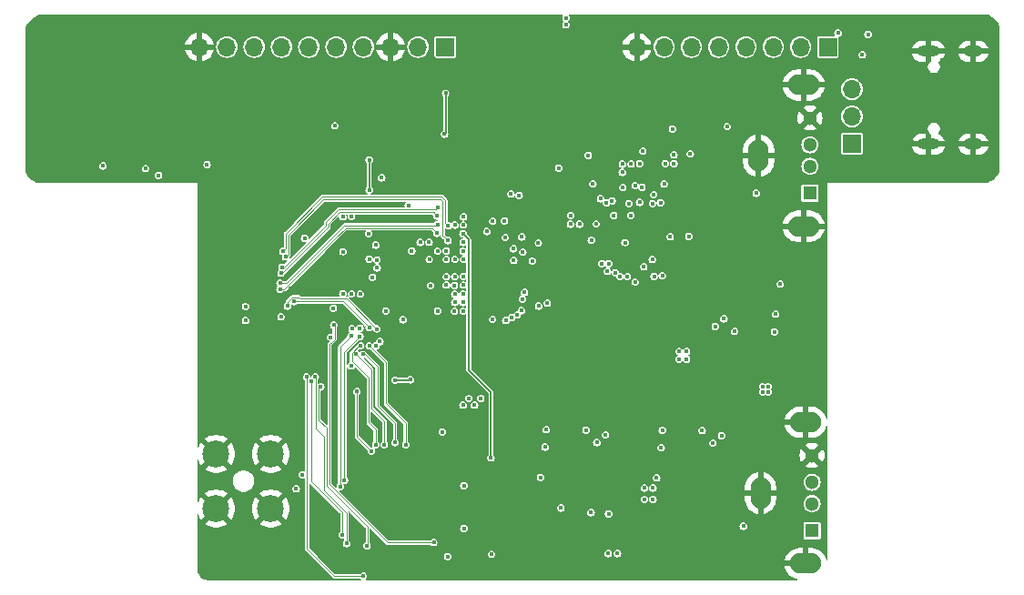
<source format=gbr>
%TF.GenerationSoftware,KiCad,Pcbnew,8.0.6*%
%TF.CreationDate,2024-12-25T08:51:45-08:00*%
%TF.ProjectId,hardware,68617264-7761-4726-952e-6b696361645f,rev?*%
%TF.SameCoordinates,Original*%
%TF.FileFunction,Copper,L3,Inr*%
%TF.FilePolarity,Positive*%
%FSLAX46Y46*%
G04 Gerber Fmt 4.6, Leading zero omitted, Abs format (unit mm)*
G04 Created by KiCad (PCBNEW 8.0.6) date 2024-12-25 08:51:45*
%MOMM*%
%LPD*%
G01*
G04 APERTURE LIST*
%TA.AperFunction,ComponentPad*%
%ADD10R,1.300000X1.300000*%
%TD*%
%TA.AperFunction,ComponentPad*%
%ADD11C,1.300000*%
%TD*%
%TA.AperFunction,ComponentPad*%
%ADD12O,2.900000X1.900000*%
%TD*%
%TA.AperFunction,ComponentPad*%
%ADD13O,1.900000X2.900000*%
%TD*%
%TA.AperFunction,ComponentPad*%
%ADD14O,2.100000X1.000000*%
%TD*%
%TA.AperFunction,ComponentPad*%
%ADD15O,1.800000X1.000000*%
%TD*%
%TA.AperFunction,ComponentPad*%
%ADD16R,1.700000X1.700000*%
%TD*%
%TA.AperFunction,ComponentPad*%
%ADD17O,1.700000X1.700000*%
%TD*%
%TA.AperFunction,ComponentPad*%
%ADD18C,2.500000*%
%TD*%
%TA.AperFunction,ViaPad*%
%ADD19C,0.400000*%
%TD*%
%TA.AperFunction,Conductor*%
%ADD20C,0.100000*%
%TD*%
%TA.AperFunction,Conductor*%
%ADD21C,0.150000*%
%TD*%
G04 APERTURE END LIST*
D10*
%TO.N,+5V*%
%TO.C,J2*%
X152385000Y-132200000D03*
D11*
%TO.N,/A33_GPIO/USB-DM0*%
X152385000Y-129700000D03*
%TO.N,/A33_GPIO/USB-DP0*%
X152385000Y-127700000D03*
%TO.N,GND*%
X152385000Y-125200000D03*
D12*
X151785000Y-135270000D03*
D13*
X147605000Y-128700000D03*
D12*
X151785000Y-122130000D03*
%TD*%
D10*
%TO.N,+5V*%
%TO.C,J3*%
X152200000Y-100800000D03*
D11*
%TO.N,/A33_GPIO/USB-DM1*%
X152200000Y-98300000D03*
%TO.N,/A33_GPIO/USB-DP1*%
X152200000Y-96300000D03*
%TO.N,GND*%
X152200000Y-93800000D03*
D12*
X151600000Y-103870000D03*
D13*
X147420000Y-97300000D03*
D12*
X151600000Y-90730000D03*
%TD*%
D14*
%TO.N,GND*%
%TO.C,J5*%
X163220000Y-96240000D03*
D15*
X167400000Y-96240000D03*
D14*
X163220000Y-87600000D03*
D15*
X167400000Y-87600000D03*
%TD*%
D16*
%TO.N,V_USB*%
%TO.C,J10*%
X156100000Y-96200000D03*
D17*
%TO.N,+5V*%
X156100000Y-93660000D03*
%TO.N,+5V_Flipper*%
X156100000Y-91120000D03*
%TD*%
D16*
%TO.N,Net-(J6-Pin_1)*%
%TO.C,J6*%
X118280000Y-87200000D03*
D17*
%TO.N,/Flipper_SWC*%
X115740000Y-87200000D03*
%TO.N,GND*%
X113200000Y-87200000D03*
%TO.N,/Flipper_SIO*%
X110660000Y-87200000D03*
%TO.N,/UART_TXD*%
X108120000Y-87200000D03*
%TO.N,/UART_RXD*%
X105580000Y-87200000D03*
%TO.N,/Flipper_C1*%
X103040000Y-87200000D03*
%TO.N,/Flipper_C0*%
X100500000Y-87200000D03*
%TO.N,/Flipper_1W*%
X97960000Y-87200000D03*
%TO.N,GND*%
X95420000Y-87200000D03*
%TD*%
D16*
%TO.N,+5V_Flipper*%
%TO.C,J4*%
X153860000Y-87200000D03*
D17*
%TO.N,/Flipper_A7*%
X151320000Y-87200000D03*
%TO.N,/Flipper_A6*%
X148780000Y-87200000D03*
%TO.N,/Flipper_A4*%
X146240000Y-87200000D03*
%TO.N,/Flipper_B3*%
X143700000Y-87200000D03*
%TO.N,/Flipper_B2*%
X141160000Y-87200000D03*
%TO.N,/Flipper_C3*%
X138620000Y-87200000D03*
%TO.N,GND*%
X136080000Y-87200000D03*
%TD*%
D18*
%TO.N,GND*%
%TO.C,J7*%
X102040000Y-125060000D03*
X96960000Y-125060000D03*
X102040000Y-130140000D03*
X96960000Y-130140000D03*
%TD*%
D19*
%TO.N,+3V3*%
X147800000Y-119300000D03*
X148300000Y-119300000D03*
X148300000Y-118800000D03*
X147800000Y-118800000D03*
%TO.N,/DDR3/VREF*%
X138742341Y-98051525D03*
X134990610Y-105386569D03*
%TO.N,/A33_RAM/DVREF*%
X118363999Y-106170999D03*
X114833400Y-101930200D03*
%TO.N,+3V3*%
X149421401Y-109261461D03*
X148894800Y-113687860D03*
%TO.N,+3V0*%
X127133799Y-127235399D03*
X127660400Y-122809000D03*
%TO.N,+1V35*%
X138463020Y-122861260D03*
X137936419Y-127287659D03*
%TO.N,+1V1*%
X133459220Y-130622040D03*
X129032821Y-130095439D03*
%TO.N,Net-(U2D-RTCVIO)*%
X111201200Y-106934000D03*
%TO.N,/A33_GPIO/RESET*%
X86430000Y-98270000D03*
X96116979Y-98134561D03*
%TO.N,/A33_GPIO/USB-DP0*%
X108737400Y-102997000D03*
%TO.N,/A33_GPIO/USB-DM0*%
X109550200Y-102971600D03*
%TO.N,+3.3VA*%
X111400000Y-124800000D03*
X120000000Y-132000000D03*
X105000000Y-127000000D03*
X118500000Y-134600000D03*
X118000000Y-123000000D03*
X120000000Y-128000000D03*
X110053325Y-119264479D03*
%TO.N,Net-(U2A-DZQ)*%
X119151400Y-103764080D03*
%TO.N,/A33_Power/VCC-EFUSE*%
X115163600Y-106172000D03*
%TO.N,/A33_RAM/CK*%
X135940800Y-109067600D03*
X135940800Y-100101400D03*
%TO.N,/A33_RAM/!CK*%
X136728200Y-107645200D03*
X136570720Y-100243640D03*
%TO.N,Net-(U2D-NMI)*%
X111150400Y-104571800D03*
%TO.N,/A33_RAM/LDM*%
X131851400Y-105168799D03*
X132003800Y-99923600D03*
%TO.N,/A33_RAM/adr13*%
X124433024Y-112392546D03*
X119913400Y-110972600D03*
%TO.N,/A33_RAM/!WE*%
X126371400Y-107118200D03*
X119151400Y-108559600D03*
X137552951Y-101764351D03*
X137530840Y-106963474D03*
%TO.N,/A33_RAM/adr7*%
X125361700Y-111721900D03*
X119151400Y-110210600D03*
%TO.N,/A33_RAM/!CKE*%
X136652000Y-96875600D03*
X118364000Y-109347000D03*
%TO.N,/A33_RAM/d1*%
X125145800Y-100990400D03*
X124612400Y-105968799D03*
%TO.N,/A33_RAM/UDM*%
X122682000Y-103403400D03*
X119948960Y-103759000D03*
%TO.N,/A33_RAM/!CS*%
X125399800Y-104876600D03*
X119938800Y-105384600D03*
X125488700Y-106273600D03*
X123850400Y-104918789D03*
%TO.N,/A33_RAM/!RST*%
X119913400Y-110210600D03*
X124967299Y-112122000D03*
%TO.N,/A33_RAM/d3*%
X119964200Y-106959400D03*
X124387243Y-100866843D03*
%TO.N,/A33_RAM/!CAS*%
X136342123Y-101645915D03*
X119926100Y-106184700D03*
%TO.N,/A33_RAM/d4*%
X135204200Y-108559600D03*
X135535863Y-102868491D03*
%TO.N,/A33_RAM/d0*%
X132715000Y-101320600D03*
X126935280Y-105434214D03*
%TO.N,/A33_RAM/d5*%
X134756582Y-98089689D03*
X134086600Y-108204000D03*
%TO.N,/A33_RAM/d6*%
X133363430Y-108065980D03*
X133940600Y-102870000D03*
%TO.N,/A33_RAM/LDQS*%
X132829914Y-107363475D03*
X133273800Y-101676200D03*
%TO.N,/A33_RAM/adr15*%
X138633200Y-99949000D03*
X119938800Y-111785400D03*
X138455400Y-108483400D03*
X127762000Y-111029800D03*
%TO.N,/A33_RAM/!LDQS*%
X133479647Y-107366090D03*
X133793904Y-101497335D03*
%TO.N,/A33_RAM/!RAS*%
X122148600Y-104368600D03*
X118363999Y-106959400D03*
%TO.N,/A33_RAM/adr9*%
X123901200Y-112642556D03*
X119151400Y-110972600D03*
%TO.N,/A33_RAM/adr3*%
X126960754Y-111309200D03*
X119964200Y-109347000D03*
%TO.N,/A33_RAM/dba2*%
X138303000Y-101676200D03*
X119126000Y-109372400D03*
X137693400Y-108534200D03*
X125450600Y-110667800D03*
%TO.N,/A33_RAM/d7*%
X134785100Y-100266500D03*
X134518400Y-108566000D03*
%TO.N,/A33_RAM/ODT*%
X124643857Y-107048057D03*
X119176800Y-106959400D03*
%TO.N,/A33_RAM/dba1*%
X139549162Y-98044568D03*
X118364000Y-108559600D03*
%TO.N,/A33_RAM/d11*%
X119964200Y-102997000D03*
X123774200Y-103378000D03*
%TO.N,/A33_RAM/dba0*%
X125636202Y-110024998D03*
X119954406Y-108546999D03*
%TO.N,/A33_RAM/adr0*%
X119126000Y-111785400D03*
X122669300Y-112547400D03*
%TO.N,+1V35*%
X140716000Y-115519200D03*
X140017500Y-115519200D03*
X140017500Y-116255800D03*
X140716000Y-116255800D03*
X135354190Y-101752400D03*
X140924280Y-104825800D03*
X139547600Y-97231200D03*
X135548514Y-98081160D03*
X134740600Y-98864570D03*
X128828800Y-98463449D03*
X129921000Y-103682800D03*
X112369600Y-99364800D03*
X141071600Y-97129600D03*
X139407900Y-94822000D03*
X137655300Y-100939600D03*
X116900000Y-109400000D03*
X136348499Y-98045255D03*
X130755218Y-103688222D03*
X132313448Y-103647932D03*
X139186920Y-104851200D03*
X129941933Y-102874467D03*
X131572000Y-97282000D03*
%TO.N,GND*%
X132562600Y-119278400D03*
X133400800Y-119278400D03*
X129743200Y-120789700D03*
X129743200Y-121615200D03*
X128701800Y-125476000D03*
X127812800Y-125476000D03*
X138734800Y-125526800D03*
X142519400Y-118162260D03*
X140545820Y-120878600D03*
X139504420Y-125528260D03*
X144297400Y-119227600D03*
X143314420Y-119229060D03*
X140545820Y-121667460D03*
X142519400Y-118922800D03*
X130792220Y-131663440D03*
X130797300Y-130860800D03*
X135500000Y-132600000D03*
X137500000Y-132600000D03*
X136989820Y-135458200D03*
X136989820Y-136362440D03*
X138379200Y-134683500D03*
X137477500Y-134683500D03*
X144830800Y-117602000D03*
X144830800Y-118386860D03*
X143154400Y-117218460D03*
X143916400Y-117218460D03*
X146812000Y-114881660D03*
X146812000Y-115389660D03*
X148640800Y-111020860D03*
X147853400Y-111020860D03*
X122400000Y-129900000D03*
X130728804Y-102861767D03*
X146800000Y-117600000D03*
X101300000Y-131900000D03*
X138328400Y-104749600D03*
X127600000Y-131100000D03*
X121920000Y-122428000D03*
X135260080Y-104805480D03*
X124460000Y-135636000D03*
X118400000Y-121400000D03*
X99200000Y-131100000D03*
X131572000Y-129032000D03*
X124460000Y-97790000D03*
X111200000Y-101800000D03*
X100900000Y-132800000D03*
X150876000Y-111760000D03*
X110500000Y-118900000D03*
X114363500Y-107759500D03*
X99000000Y-130500000D03*
X111150400Y-109347000D03*
X150100000Y-92500000D03*
X114363500Y-108559600D03*
X99100000Y-99900000D03*
X141732000Y-94488000D03*
X114376200Y-110921800D03*
X144780000Y-123444000D03*
X95800000Y-102800000D03*
X101750000Y-89200000D03*
X135107680Y-107878880D03*
X128016000Y-95504000D03*
X105000000Y-123300000D03*
X135530329Y-98863201D03*
X127000000Y-97790000D03*
X145796000Y-107188000D03*
X105400000Y-110000000D03*
X105000000Y-107000000D03*
X104100000Y-131600000D03*
X113563400Y-109385100D03*
X101650000Y-84750000D03*
X130378200Y-104800400D03*
X103900000Y-109700000D03*
X140258800Y-97142300D03*
X143764000Y-94488000D03*
X100000000Y-129300000D03*
X161200000Y-87900000D03*
X140096240Y-104759760D03*
X112750600Y-109372400D03*
X104100000Y-105500000D03*
X144272000Y-109728000D03*
X133900000Y-87300000D03*
X100100000Y-130500000D03*
X114363500Y-109372400D03*
X142252700Y-97155000D03*
X127600000Y-131600000D03*
X131724400Y-119164100D03*
X105800000Y-131600000D03*
X95600000Y-93600000D03*
X141772640Y-104744520D03*
X128400000Y-84600000D03*
X125730000Y-97790000D03*
X145796000Y-105664000D03*
X106900000Y-102200000D03*
X99900000Y-132200000D03*
X115000000Y-121900000D03*
X158800000Y-97200000D03*
X144780000Y-98552000D03*
X119092337Y-105363599D03*
X104400000Y-133300000D03*
X153900000Y-97700000D03*
X127600000Y-132100000D03*
X121200000Y-136000000D03*
X136652000Y-125476000D03*
X100000000Y-129900000D03*
X103800000Y-133300000D03*
X131064000Y-95504000D03*
X106250000Y-88500000D03*
X143764000Y-96520000D03*
X105000000Y-113100000D03*
X101500000Y-132900000D03*
X104700000Y-131600000D03*
X105400000Y-136000000D03*
X133464300Y-100215700D03*
X132283200Y-101904800D03*
X99500000Y-131700000D03*
X100400000Y-132600000D03*
X103200000Y-133300000D03*
X113563400Y-110172500D03*
X154200000Y-89300000D03*
X119800000Y-92700000D03*
X158400000Y-92300000D03*
X91200000Y-95000000D03*
X99000000Y-129300000D03*
X131724400Y-118110000D03*
X132257800Y-104736900D03*
X164500000Y-88400000D03*
X133146800Y-98056700D03*
X125300000Y-133200000D03*
X151384000Y-118872000D03*
X132080000Y-136144000D03*
X94500000Y-97900000D03*
X100700000Y-131500000D03*
X125476000Y-102108000D03*
X100300000Y-131100000D03*
X103124000Y-119380000D03*
X106900000Y-119400000D03*
X137172700Y-99834700D03*
X114376200Y-110159800D03*
X108712000Y-100584000D03*
X133604000Y-95504000D03*
X164700000Y-95600000D03*
X161700000Y-96000000D03*
X150876000Y-110744000D03*
X140600000Y-118900000D03*
X99000000Y-129900000D03*
X132588000Y-115824000D03*
X140716000Y-113284000D03*
%TO.N,+2V5*%
X122529600Y-125425200D03*
X119913400Y-104571800D03*
%TO.N,+1V1*%
X111798100Y-105625900D03*
X137600000Y-129300000D03*
X136799900Y-129300000D03*
X136799900Y-128233200D03*
X137600000Y-128233200D03*
X117558820Y-111747300D03*
X116776500Y-106959400D03*
X114335620Y-112575280D03*
X115938300Y-105371900D03*
%TO.N,+3V0*%
X121577100Y-119900700D03*
X119913400Y-120523000D03*
X111912400Y-107010200D03*
X121005600Y-120523000D03*
X117563999Y-106197400D03*
X111495840Y-108610400D03*
X120459500Y-119900700D03*
%TO.N,+3V3*%
X99700000Y-112650000D03*
X108010000Y-94520000D03*
X118300000Y-91500000D03*
X103000000Y-112300000D03*
X108757201Y-106233732D03*
X105180000Y-104990000D03*
X113600000Y-118200000D03*
X122575000Y-134400000D03*
X90400000Y-98500000D03*
X118200000Y-95300000D03*
X111937800Y-107746800D03*
X116763800Y-105359200D03*
X115011363Y-118165953D03*
X112750600Y-111760000D03*
X109517157Y-116882843D03*
%TO.N,+5V*%
X138361420Y-124486860D03*
X142171420Y-122886660D03*
X131833620Y-130520440D03*
X133433820Y-134330440D03*
X143162020Y-124055060D03*
X143974820Y-123343860D03*
X144195800Y-112494060D03*
X143383000Y-113205260D03*
X145186400Y-113652300D03*
X148996400Y-112052100D03*
X144500000Y-94600000D03*
X131368800Y-122834400D03*
X132359400Y-124002800D03*
X147200000Y-100800000D03*
X146000000Y-131800000D03*
X154800000Y-85900000D03*
X157600000Y-86000000D03*
X134289800Y-134327900D03*
X127558800Y-124434600D03*
X133172200Y-123291600D03*
%TO.N,/A33_GPIO/LCD_RST*%
X104200000Y-110875000D03*
X111200000Y-113300000D03*
%TO.N,/A33_GPIO/LCD_TE*%
X103600000Y-111300000D03*
X111900000Y-113430000D03*
%TO.N,/SD_DET*%
X110375700Y-110185200D03*
X104407790Y-128300000D03*
%TO.N,/A33_GPIO/RST_N*%
X117200000Y-133300000D03*
X107900000Y-113065305D03*
%TO.N,/A33_GPIO/TXD*%
X105800000Y-118300000D03*
X108692200Y-132600000D03*
%TO.N,/A33_GPIO/WAKE*%
X109500000Y-114100000D03*
X108500000Y-128100000D03*
%TO.N,/A33_GPIO/RXD*%
X105384400Y-117900000D03*
X110644955Y-136429444D03*
%TO.N,/WiFi/LPO*%
X110340000Y-113350000D03*
%TO.N,/WiFi/WL_HOST_WAKE*%
X107600000Y-114200000D03*
%TO.N,/WiFi/WL_REG_ON*%
X109600000Y-113400000D03*
%TO.N,/A33_GPIO/RTS_N*%
X106190918Y-117907461D03*
X109092200Y-133400000D03*
%TO.N,/A33_GPIO/CTS_N*%
X106700000Y-118800000D03*
X111000000Y-133600000D03*
%TO.N,/A33_GPIO/HOST_WAKE*%
X108900000Y-127500000D03*
X110329647Y-114128886D03*
%TO.N,/A33_GPIO/LCD_DIM*%
X107858189Y-111512254D03*
X91600000Y-99125000D03*
%TO.N,/A33_GPIO/D0N*%
X118525000Y-103831278D03*
X103175000Y-106200000D03*
%TO.N,/A33_GPIO/D0P*%
X118525000Y-105208959D03*
X103425081Y-106721257D03*
%TO.N,/A33_GPIO/D1N*%
X102890901Y-109190901D03*
X117563999Y-103721156D03*
%TO.N,/A33_GPIO/D1P*%
X117529647Y-104528886D03*
X102903131Y-109740767D03*
%TO.N,Net-(J8-Pin_14)*%
X99700000Y-111350000D03*
%TO.N,/A33_GPIO/CLKP*%
X102994226Y-108232341D03*
X117529647Y-102928886D03*
%TO.N,/A33_GPIO/CLKN*%
X117600000Y-102100000D03*
X103090901Y-107690901D03*
%TO.N,+5V_Flipper*%
X157075000Y-87925000D03*
%TO.N,/A33_GPIO/D-*%
X129497214Y-85125000D03*
%TO.N,/A33_GPIO/D+*%
X129497214Y-84475000D03*
%TO.N,/A33_GPIO/SDC1.D1*%
X111194004Y-114993856D03*
X114600000Y-124200000D03*
%TO.N,/A33_GPIO/SDC1.CMD*%
X111800000Y-124200000D03*
X110394004Y-114993856D03*
%TO.N,/A33_GPIO/SDC1.CLK*%
X112600000Y-124200000D03*
X110000000Y-115800000D03*
%TO.N,/A33_GPIO/SDC1.D0*%
X110600000Y-115800000D03*
X113600000Y-124000000D03*
%TO.N,/A33_GPIO/SDC1.D3*%
X112200000Y-114600000D03*
%TO.N,/A33_GPIO/SDC1.D2*%
X111811084Y-115019812D03*
%TO.N,/A33_GPIO/UART_RX*%
X108737400Y-110159800D03*
%TO.N,/A33_GPIO/UART_TX*%
X109550200Y-110173000D03*
%TO.N,Net-(U2C-PL2)*%
X111200000Y-97700000D03*
X111203220Y-100503220D03*
%TD*%
D20*
%TO.N,+3.3VA*%
X110053325Y-123453325D02*
X111400000Y-124800000D01*
X110053325Y-119264479D02*
X110053325Y-123453325D01*
D21*
%TO.N,+2V5*%
X120446800Y-117246800D02*
X120446800Y-105105200D01*
X120446800Y-105105200D02*
X119913400Y-104571800D01*
X122529600Y-125425200D02*
X122529600Y-119329600D01*
X122529600Y-119329600D02*
X120446800Y-117246800D01*
%TO.N,+3V3*%
X118200000Y-95300000D02*
X118300000Y-95200000D01*
X118300000Y-95200000D02*
X118300000Y-91500000D01*
X114977316Y-118200000D02*
X115011363Y-118165953D01*
X113600000Y-118200000D02*
X114977316Y-118200000D01*
D20*
%TO.N,/A33_GPIO/LCD_RST*%
X104200000Y-110875000D02*
X108775000Y-110875000D01*
X108775000Y-110875000D02*
X111200000Y-113300000D01*
%TO.N,/A33_GPIO/LCD_TE*%
X111900000Y-113430000D02*
X109095000Y-110625000D01*
X109095000Y-110625000D02*
X104820000Y-110625000D01*
X104820000Y-110625000D02*
X104670000Y-110475000D01*
X104670000Y-110475000D02*
X104034314Y-110475000D01*
X103600000Y-110909314D02*
X103600000Y-111300000D01*
D21*
X103700000Y-111300000D02*
X103600000Y-111300000D01*
D20*
X104034314Y-110475000D02*
X103600000Y-110909314D01*
%TO.N,/A33_GPIO/RST_N*%
X107500000Y-127900000D02*
X112900000Y-133300000D01*
X107900000Y-113065305D02*
X108000000Y-113165305D01*
X108000000Y-114365686D02*
X107732843Y-114632843D01*
X107732843Y-114632843D02*
X107500000Y-114865686D01*
X107500000Y-114865686D02*
X107500000Y-127900000D01*
X108000000Y-113165305D02*
X108000000Y-114365686D01*
X112900000Y-133300000D02*
X117200000Y-133300000D01*
%TO.N,/A33_GPIO/TXD*%
X105784400Y-127600000D02*
X105784400Y-118315600D01*
X105784400Y-118315600D02*
X105800000Y-118300000D01*
X108692200Y-132600000D02*
X108692200Y-130507800D01*
X108692200Y-130507800D02*
X105784400Y-127600000D01*
%TO.N,/A33_GPIO/WAKE*%
X109500000Y-114100000D02*
X108500000Y-115100000D01*
X108500000Y-115100000D02*
X108500000Y-128100000D01*
%TO.N,/A33_GPIO/RXD*%
X105400000Y-117915600D02*
X105400000Y-133900000D01*
X105384400Y-117900000D02*
X105400000Y-117915600D01*
X105400000Y-133900000D02*
X107929444Y-136429444D01*
X107929444Y-136429444D02*
X110644955Y-136429444D01*
%TO.N,/A33_GPIO/RTS_N*%
X106200000Y-122700000D02*
X107000000Y-123500000D01*
X106190918Y-117907461D02*
X106200000Y-117916543D01*
X106200000Y-117916543D02*
X106200000Y-122700000D01*
X109092200Y-130554246D02*
X109092200Y-133400000D01*
X107000000Y-128462046D02*
X109092200Y-130554246D01*
X107000000Y-123500000D02*
X107000000Y-128462046D01*
%TO.N,/A33_GPIO/CTS_N*%
X106500000Y-119000000D02*
X106700000Y-118800000D01*
X106500000Y-121900000D02*
X106500000Y-119000000D01*
X107250000Y-122650000D02*
X106500000Y-121900000D01*
X111050000Y-133550000D02*
X111050000Y-131850000D01*
X111000000Y-133600000D02*
X111050000Y-133550000D01*
X111050000Y-131850000D02*
X107250000Y-128050000D01*
X107250000Y-128050000D02*
X107250000Y-122650000D01*
%TO.N,/A33_GPIO/HOST_WAKE*%
X110329647Y-114128886D02*
X108900000Y-115558533D01*
X108900000Y-115558533D02*
X108900000Y-127500000D01*
%TO.N,/A33_GPIO/D0N*%
X117932322Y-101126256D02*
X106867678Y-101126256D01*
X118276256Y-101470190D02*
X117932322Y-101126256D01*
X106867678Y-101126256D02*
X103450000Y-104543934D01*
X118525000Y-103831278D02*
X118276256Y-103582534D01*
X103450000Y-104543934D02*
X103450000Y-105925000D01*
X118276256Y-103582534D02*
X118276256Y-101470190D01*
X103450000Y-105925000D02*
X103175000Y-106200000D01*
%TO.N,/A33_GPIO/D0P*%
X118258020Y-104941980D02*
X118525000Y-105208959D01*
X118026256Y-104710216D02*
X118258020Y-104941980D01*
X103700000Y-106500000D02*
X103700000Y-104647488D01*
X103700000Y-104647488D02*
X106947191Y-101400297D01*
X118026256Y-101573744D02*
X118026256Y-104710216D01*
X103478743Y-106721257D02*
X103700000Y-106500000D01*
X117852809Y-101400297D02*
X118026256Y-101573744D01*
X106947191Y-101400297D02*
X117852809Y-101400297D01*
X103425081Y-106721257D02*
X103478743Y-106721257D01*
%TO.N,/A33_GPIO/D1N*%
X103489859Y-109190901D02*
X108884340Y-103796420D01*
X102890901Y-109190901D02*
X103489859Y-109190901D01*
X108884340Y-103796420D02*
X117488735Y-103796420D01*
X117488735Y-103796420D02*
X117563999Y-103721156D01*
X102926256Y-109226256D02*
X102876256Y-109276256D01*
X102926256Y-109226256D02*
X102890901Y-109190901D01*
%TO.N,/A33_GPIO/D1P*%
X103293547Y-109740767D02*
X108017157Y-105017157D01*
X108029243Y-105017157D02*
X108999980Y-104046420D01*
X117047181Y-104046420D02*
X117529647Y-104528886D01*
X102903131Y-109740767D02*
X103293547Y-109740767D01*
X108999980Y-104046420D02*
X117047181Y-104046420D01*
X108017157Y-105017157D02*
X108029243Y-105017157D01*
%TO.N,/A33_GPIO/CLKP*%
X117200000Y-102580200D02*
X109908600Y-102580200D01*
X108455722Y-102571600D02*
X107413661Y-103613661D01*
X109900000Y-102571600D02*
X108455722Y-102571600D01*
X117529647Y-102928886D02*
X117200000Y-102599239D01*
X107413661Y-103933827D02*
X103115147Y-108232341D01*
X103115147Y-108232341D02*
X102994226Y-108232341D01*
X117200000Y-102599239D02*
X117200000Y-102580200D01*
X107413661Y-103613661D02*
X107413661Y-103933827D01*
X109908600Y-102580200D02*
X109900000Y-102571600D01*
%TO.N,/A33_GPIO/CLKN*%
X108352168Y-102321600D02*
X114659114Y-102321600D01*
X114659114Y-102321600D02*
X114667714Y-102330200D01*
X117369800Y-102330200D02*
X117600000Y-102100000D01*
X107163661Y-103830273D02*
X107163661Y-103510107D01*
X107163661Y-103510107D02*
X108352168Y-102321600D01*
X114667714Y-102330200D02*
X117369800Y-102330200D01*
X103303033Y-107690901D02*
X107163661Y-103830273D01*
X103090901Y-107690901D02*
X103303033Y-107690901D01*
%TO.N,/A33_GPIO/SDC1.D1*%
X112760690Y-120360690D02*
X114600000Y-122200000D01*
X111194004Y-114993856D02*
X112760690Y-116560542D01*
X112760690Y-116560542D02*
X112760690Y-120360690D01*
X114600000Y-122200000D02*
X114600000Y-124200000D01*
%TO.N,/A33_GPIO/SDC1.CMD*%
X109600000Y-116400000D02*
X111150000Y-117950000D01*
X109600000Y-115634314D02*
X109600000Y-116400000D01*
X111800000Y-122800000D02*
X111800000Y-124200000D01*
X110394004Y-114993856D02*
X110240458Y-114993856D01*
X111150000Y-117950000D02*
X111150000Y-122150000D01*
X111150000Y-122150000D02*
X111800000Y-122800000D01*
X110240458Y-114993856D02*
X109600000Y-115634314D01*
%TO.N,/A33_GPIO/SDC1.CLK*%
X110000000Y-115800000D02*
X111400000Y-117200000D01*
X111400000Y-117200000D02*
X111400000Y-120800000D01*
X112600000Y-122000000D02*
X112600000Y-124200000D01*
X111400000Y-120800000D02*
X112600000Y-122000000D01*
%TO.N,/A33_GPIO/SDC1.D0*%
X110800000Y-115800000D02*
X111960690Y-116960690D01*
X111960690Y-120560690D02*
X113600000Y-122200000D01*
X110600000Y-115800000D02*
X110800000Y-115800000D01*
X111960690Y-116960690D02*
X111960690Y-120560690D01*
X113600000Y-122200000D02*
X113600000Y-124000000D01*
D21*
%TO.N,Net-(U2C-PL2)*%
X111203220Y-100503220D02*
X111203220Y-97703220D01*
X111203220Y-97703220D02*
X111200000Y-97700000D01*
%TD*%
%TA.AperFunction,Conductor*%
%TO.N,GND*%
G36*
X114583473Y-101615149D02*
G01*
X114597825Y-101649797D01*
X114583473Y-101684445D01*
X114546305Y-101721612D01*
X114546303Y-101721615D01*
X114495900Y-101820538D01*
X114485725Y-101884780D01*
X114478531Y-101930200D01*
X114495900Y-102039861D01*
X114495901Y-102039862D01*
X114500992Y-102049854D01*
X114503935Y-102087242D01*
X114479579Y-102115759D01*
X114457333Y-102121100D01*
X108312284Y-102121100D01*
X108238592Y-102151625D01*
X108238591Y-102151625D01*
X107341687Y-103048531D01*
X107050087Y-103340131D01*
X107031017Y-103359201D01*
X106993685Y-103396532D01*
X106963161Y-103470223D01*
X106963161Y-103726927D01*
X106948809Y-103761575D01*
X105606592Y-105103791D01*
X105571944Y-105118143D01*
X105537296Y-105103791D01*
X105522944Y-105069143D01*
X105523546Y-105061488D01*
X105534869Y-104990000D01*
X105517500Y-104880339D01*
X105467095Y-104781413D01*
X105388587Y-104702905D01*
X105388584Y-104702903D01*
X105289661Y-104652500D01*
X105180000Y-104635131D01*
X105070338Y-104652500D01*
X104971415Y-104702903D01*
X104971412Y-104702905D01*
X104892905Y-104781412D01*
X104892903Y-104781415D01*
X104842500Y-104880338D01*
X104825131Y-104990000D01*
X104842500Y-105099661D01*
X104891422Y-105195678D01*
X104892905Y-105198587D01*
X104971413Y-105277095D01*
X105070339Y-105327500D01*
X105180000Y-105344869D01*
X105251479Y-105333547D01*
X105287944Y-105342302D01*
X105307540Y-105374278D01*
X105298785Y-105410745D01*
X105293791Y-105416592D01*
X103847219Y-106863164D01*
X103812571Y-106877516D01*
X103777923Y-106863164D01*
X103763571Y-106828516D01*
X103764172Y-106820870D01*
X103779950Y-106721257D01*
X103779949Y-106721255D01*
X103780553Y-106717447D01*
X103782493Y-106717754D01*
X103794302Y-106689247D01*
X103869976Y-106613574D01*
X103900500Y-106539882D01*
X103900500Y-106460118D01*
X103900500Y-104750834D01*
X103914852Y-104716186D01*
X107015889Y-101615149D01*
X107050537Y-101600797D01*
X114548825Y-101600797D01*
X114583473Y-101615149D01*
G37*
%TD.AperFunction*%
%TA.AperFunction,Conductor*%
G36*
X129198645Y-84214352D02*
G01*
X129212997Y-84249000D01*
X129207657Y-84271245D01*
X129159714Y-84365338D01*
X129142345Y-84475000D01*
X129159714Y-84584661D01*
X129210117Y-84683584D01*
X129210119Y-84683587D01*
X129291354Y-84764822D01*
X129289879Y-84766296D01*
X129305834Y-84792350D01*
X129297068Y-84828814D01*
X129291029Y-84834853D01*
X129291354Y-84835178D01*
X129210119Y-84916412D01*
X129210117Y-84916415D01*
X129159714Y-85015338D01*
X129142345Y-85125000D01*
X129159714Y-85234661D01*
X129197926Y-85309658D01*
X129210119Y-85333587D01*
X129288627Y-85412095D01*
X129387553Y-85462500D01*
X129497214Y-85479869D01*
X129606875Y-85462500D01*
X129705801Y-85412095D01*
X129784309Y-85333587D01*
X129834714Y-85234661D01*
X129852083Y-85125000D01*
X129834714Y-85015339D01*
X129784309Y-84916413D01*
X129705801Y-84837905D01*
X129703074Y-84835178D01*
X129704553Y-84833698D01*
X129688598Y-84807682D01*
X129697340Y-84771212D01*
X129703402Y-84765150D01*
X129703074Y-84764822D01*
X129714345Y-84753551D01*
X129784309Y-84683587D01*
X129834714Y-84584661D01*
X129852083Y-84475000D01*
X129834714Y-84365339D01*
X129786770Y-84271244D01*
X129783829Y-84233858D01*
X129808186Y-84205340D01*
X129830431Y-84200000D01*
X168793255Y-84200000D01*
X168814927Y-84205053D01*
X168984378Y-84288617D01*
X168989913Y-84291812D01*
X169137048Y-84390125D01*
X169199329Y-84431740D01*
X169204414Y-84435642D01*
X169393767Y-84601700D01*
X169398299Y-84606232D01*
X169564357Y-84795585D01*
X169568259Y-84800670D01*
X169708182Y-85010078D01*
X169711385Y-85015626D01*
X169765322Y-85125000D01*
X169794947Y-85185072D01*
X169800000Y-85206744D01*
X169800000Y-98793254D01*
X169794947Y-98814926D01*
X169711387Y-98984370D01*
X169708182Y-98989921D01*
X169568259Y-99199329D01*
X169564357Y-99204414D01*
X169398299Y-99393767D01*
X169393767Y-99398299D01*
X169204414Y-99564357D01*
X169199329Y-99568259D01*
X168989921Y-99708182D01*
X168984370Y-99711387D01*
X168814927Y-99794947D01*
X168793255Y-99800000D01*
X153800000Y-99800000D01*
X153800000Y-100799998D01*
X153800000Y-121765129D01*
X153785648Y-121799777D01*
X153751000Y-121814129D01*
X153716352Y-121799777D01*
X153704398Y-121780271D01*
X153636181Y-121570323D01*
X153531992Y-121365842D01*
X153397098Y-121180175D01*
X153397095Y-121180171D01*
X153234829Y-121017905D01*
X153234824Y-121017901D01*
X153049157Y-120883007D01*
X152844676Y-120778818D01*
X152626416Y-120707901D01*
X152626413Y-120707900D01*
X152399746Y-120672000D01*
X152039000Y-120672000D01*
X152039000Y-121480000D01*
X151531000Y-121480000D01*
X151531000Y-120672000D01*
X151170254Y-120672000D01*
X150943586Y-120707900D01*
X150943583Y-120707901D01*
X150725323Y-120778818D01*
X150520842Y-120883007D01*
X150335175Y-121017901D01*
X150172901Y-121180175D01*
X150038007Y-121365842D01*
X149933818Y-121570323D01*
X149862901Y-121788583D01*
X149862900Y-121788586D01*
X149849056Y-121875999D01*
X149849057Y-121876000D01*
X150686656Y-121876000D01*
X150659979Y-121940402D01*
X150635000Y-122065981D01*
X150635000Y-122194019D01*
X150659979Y-122319598D01*
X150686656Y-122384000D01*
X149849056Y-122384000D01*
X149862900Y-122471413D01*
X149862901Y-122471416D01*
X149933818Y-122689676D01*
X150038007Y-122894157D01*
X150172901Y-123079824D01*
X150172905Y-123079829D01*
X150335171Y-123242095D01*
X150335175Y-123242098D01*
X150520842Y-123376992D01*
X150725323Y-123481181D01*
X150943583Y-123552098D01*
X150943586Y-123552099D01*
X151170254Y-123588000D01*
X151531000Y-123588000D01*
X151531000Y-122780000D01*
X152039000Y-122780000D01*
X152039000Y-123588000D01*
X152399746Y-123588000D01*
X152626413Y-123552099D01*
X152626416Y-123552098D01*
X152844676Y-123481181D01*
X153049157Y-123376992D01*
X153234824Y-123242098D01*
X153234829Y-123242095D01*
X153397095Y-123079829D01*
X153397098Y-123079824D01*
X153531992Y-122894157D01*
X153636181Y-122689676D01*
X153704398Y-122479728D01*
X153728754Y-122451211D01*
X153766142Y-122448268D01*
X153794659Y-122472624D01*
X153800000Y-122494870D01*
X153800000Y-134905129D01*
X153785648Y-134939777D01*
X153751000Y-134954129D01*
X153716352Y-134939777D01*
X153704398Y-134920271D01*
X153636181Y-134710323D01*
X153531992Y-134505842D01*
X153397098Y-134320175D01*
X153397095Y-134320171D01*
X153234829Y-134157905D01*
X153234824Y-134157901D01*
X153049157Y-134023007D01*
X152844676Y-133918818D01*
X152626416Y-133847901D01*
X152626413Y-133847900D01*
X152399746Y-133812000D01*
X152039000Y-133812000D01*
X152039000Y-134620000D01*
X151531000Y-134620000D01*
X151531000Y-133812000D01*
X151170254Y-133812000D01*
X150943586Y-133847900D01*
X150943583Y-133847901D01*
X150725323Y-133918818D01*
X150520842Y-134023007D01*
X150335175Y-134157901D01*
X150172901Y-134320175D01*
X150038007Y-134505842D01*
X149933818Y-134710323D01*
X149862901Y-134928583D01*
X149862900Y-134928586D01*
X149849056Y-135015999D01*
X149849057Y-135016000D01*
X150686656Y-135016000D01*
X150659979Y-135080402D01*
X150635000Y-135205981D01*
X150635000Y-135334019D01*
X150659979Y-135459598D01*
X150686656Y-135524000D01*
X149849056Y-135524000D01*
X149862900Y-135611413D01*
X149862901Y-135611416D01*
X149933818Y-135829676D01*
X150038007Y-136034157D01*
X150172901Y-136219824D01*
X150172905Y-136219829D01*
X150335171Y-136382095D01*
X150335175Y-136382098D01*
X150520842Y-136516992D01*
X150725323Y-136621181D01*
X150943583Y-136692098D01*
X150943586Y-136692099D01*
X151009902Y-136702603D01*
X151041879Y-136722199D01*
X151050634Y-136758665D01*
X151031038Y-136790642D01*
X151002237Y-136800000D01*
X110888377Y-136800000D01*
X110853729Y-136785648D01*
X110839377Y-136751000D01*
X110853729Y-136716352D01*
X110877983Y-136692098D01*
X110932050Y-136638031D01*
X110982455Y-136539105D01*
X110999824Y-136429444D01*
X110982455Y-136319783D01*
X110932050Y-136220857D01*
X110853542Y-136142349D01*
X110853539Y-136142347D01*
X110754616Y-136091944D01*
X110644955Y-136074575D01*
X110535293Y-136091944D01*
X110436370Y-136142347D01*
X110436366Y-136142350D01*
X110364124Y-136214592D01*
X110329476Y-136228944D01*
X108032790Y-136228944D01*
X107998142Y-136214592D01*
X106383550Y-134600000D01*
X118145131Y-134600000D01*
X118162500Y-134709661D01*
X118190753Y-134765112D01*
X118212905Y-134808587D01*
X118291413Y-134887095D01*
X118390339Y-134937500D01*
X118500000Y-134954869D01*
X118609661Y-134937500D01*
X118708587Y-134887095D01*
X118787095Y-134808587D01*
X118837500Y-134709661D01*
X118854869Y-134600000D01*
X118837500Y-134490339D01*
X118791470Y-134400000D01*
X122220131Y-134400000D01*
X122237500Y-134509661D01*
X122283529Y-134600000D01*
X122287905Y-134608587D01*
X122366413Y-134687095D01*
X122465339Y-134737500D01*
X122575000Y-134754869D01*
X122684661Y-134737500D01*
X122783587Y-134687095D01*
X122862095Y-134608587D01*
X122912500Y-134509661D01*
X122929869Y-134400000D01*
X122918852Y-134330440D01*
X133078951Y-134330440D01*
X133096320Y-134440101D01*
X133145430Y-134536487D01*
X133146725Y-134539027D01*
X133225233Y-134617535D01*
X133324159Y-134667940D01*
X133433820Y-134685309D01*
X133543481Y-134667940D01*
X133642407Y-134617535D01*
X133720915Y-134539027D01*
X133771320Y-134440101D01*
X133788689Y-134330440D01*
X133788287Y-134327900D01*
X133934931Y-134327900D01*
X133952300Y-134437561D01*
X133989036Y-134509661D01*
X134002705Y-134536487D01*
X134081213Y-134614995D01*
X134180139Y-134665400D01*
X134289800Y-134682769D01*
X134399461Y-134665400D01*
X134498387Y-134614995D01*
X134576895Y-134536487D01*
X134627300Y-134437561D01*
X134644669Y-134327900D01*
X134627300Y-134218239D01*
X134576895Y-134119313D01*
X134498387Y-134040805D01*
X134498384Y-134040803D01*
X134399461Y-133990400D01*
X134289800Y-133973031D01*
X134180138Y-133990400D01*
X134081215Y-134040803D01*
X134081212Y-134040805D01*
X134002705Y-134119312D01*
X134002703Y-134119315D01*
X133952300Y-134218238D01*
X133934931Y-134327900D01*
X133788287Y-134327900D01*
X133771320Y-134220779D01*
X133720915Y-134121853D01*
X133642407Y-134043345D01*
X133642404Y-134043343D01*
X133543481Y-133992940D01*
X133433820Y-133975571D01*
X133324158Y-133992940D01*
X133225235Y-134043343D01*
X133225232Y-134043345D01*
X133146725Y-134121852D01*
X133146723Y-134121855D01*
X133096320Y-134220778D01*
X133078951Y-134330440D01*
X122918852Y-134330440D01*
X122912500Y-134290339D01*
X122862095Y-134191413D01*
X122783587Y-134112905D01*
X122783584Y-134112903D01*
X122684661Y-134062500D01*
X122575000Y-134045131D01*
X122465338Y-134062500D01*
X122366415Y-134112903D01*
X122366412Y-134112905D01*
X122287905Y-134191412D01*
X122287903Y-134191415D01*
X122237500Y-134290338D01*
X122220131Y-134400000D01*
X118791470Y-134400000D01*
X118787095Y-134391413D01*
X118708587Y-134312905D01*
X118708584Y-134312903D01*
X118609661Y-134262500D01*
X118500000Y-134245131D01*
X118390338Y-134262500D01*
X118291415Y-134312903D01*
X118291412Y-134312905D01*
X118212905Y-134391412D01*
X118212903Y-134391415D01*
X118162500Y-134490338D01*
X118145131Y-134600000D01*
X106383550Y-134600000D01*
X105614852Y-133831302D01*
X105600500Y-133796654D01*
X105600500Y-127817946D01*
X105614852Y-127783298D01*
X105649500Y-127768946D01*
X105684148Y-127783298D01*
X108477348Y-130576498D01*
X108491700Y-130611146D01*
X108491700Y-132284521D01*
X108477348Y-132319169D01*
X108405106Y-132391411D01*
X108405103Y-132391415D01*
X108354700Y-132490338D01*
X108354700Y-132490339D01*
X108337331Y-132600000D01*
X108354700Y-132709661D01*
X108405105Y-132808587D01*
X108483613Y-132887095D01*
X108582539Y-132937500D01*
X108692200Y-132954869D01*
X108801861Y-132937500D01*
X108820455Y-132928025D01*
X108857842Y-132925083D01*
X108886359Y-132949439D01*
X108891700Y-132971685D01*
X108891700Y-133084521D01*
X108877348Y-133119169D01*
X108805106Y-133191411D01*
X108805103Y-133191415D01*
X108754700Y-133290338D01*
X108737331Y-133400000D01*
X108754700Y-133509661D01*
X108800729Y-133600000D01*
X108805105Y-133608587D01*
X108883613Y-133687095D01*
X108982539Y-133737500D01*
X109092200Y-133754869D01*
X109201861Y-133737500D01*
X109300787Y-133687095D01*
X109379295Y-133608587D01*
X109429700Y-133509661D01*
X109447069Y-133400000D01*
X109429700Y-133290339D01*
X109379295Y-133191413D01*
X109378220Y-133190338D01*
X109307052Y-133119169D01*
X109292700Y-133084521D01*
X109292700Y-130514366D01*
X109292700Y-130514364D01*
X109289307Y-130506174D01*
X109289307Y-130468674D01*
X109315825Y-130442154D01*
X109353328Y-130442153D01*
X109369226Y-130452776D01*
X110835148Y-131918698D01*
X110849500Y-131953346D01*
X110849500Y-133253280D01*
X110835148Y-133287928D01*
X110822746Y-133296939D01*
X110791417Y-133312901D01*
X110791412Y-133312905D01*
X110712905Y-133391412D01*
X110712903Y-133391415D01*
X110662500Y-133490338D01*
X110645131Y-133600000D01*
X110662500Y-133709661D01*
X110706824Y-133796654D01*
X110712905Y-133808587D01*
X110791413Y-133887095D01*
X110890339Y-133937500D01*
X111000000Y-133954869D01*
X111109661Y-133937500D01*
X111208587Y-133887095D01*
X111287095Y-133808587D01*
X111337500Y-133709661D01*
X111354869Y-133600000D01*
X111337500Y-133490339D01*
X111287095Y-133391413D01*
X111264852Y-133369170D01*
X111250500Y-133334522D01*
X111250500Y-132052346D01*
X111264852Y-132017698D01*
X111299500Y-132003346D01*
X111334148Y-132017698D01*
X112730024Y-133413574D01*
X112786426Y-133469976D01*
X112860118Y-133500500D01*
X116884521Y-133500500D01*
X116919169Y-133514852D01*
X116991411Y-133587093D01*
X116991413Y-133587095D01*
X117090339Y-133637500D01*
X117200000Y-133654869D01*
X117309661Y-133637500D01*
X117408587Y-133587095D01*
X117487095Y-133508587D01*
X117537500Y-133409661D01*
X117554869Y-133300000D01*
X117537500Y-133190339D01*
X117487095Y-133091413D01*
X117408587Y-133012905D01*
X117408584Y-133012903D01*
X117309661Y-132962500D01*
X117200000Y-132945131D01*
X117090338Y-132962500D01*
X116991415Y-133012903D01*
X116991411Y-133012906D01*
X116919169Y-133085148D01*
X116884521Y-133099500D01*
X113003346Y-133099500D01*
X112968698Y-133085148D01*
X111883550Y-132000000D01*
X119645131Y-132000000D01*
X119662500Y-132109661D01*
X119676684Y-132137500D01*
X119712905Y-132208587D01*
X119791413Y-132287095D01*
X119890339Y-132337500D01*
X120000000Y-132354869D01*
X120109661Y-132337500D01*
X120208587Y-132287095D01*
X120287095Y-132208587D01*
X120337500Y-132109661D01*
X120354869Y-132000000D01*
X120337500Y-131890339D01*
X120291470Y-131800000D01*
X145645131Y-131800000D01*
X145662500Y-131909661D01*
X145710234Y-132003346D01*
X145712905Y-132008587D01*
X145791413Y-132087095D01*
X145890339Y-132137500D01*
X146000000Y-132154869D01*
X146109661Y-132137500D01*
X146208587Y-132087095D01*
X146287095Y-132008587D01*
X146337500Y-131909661D01*
X146354869Y-131800000D01*
X146337500Y-131690339D01*
X146287095Y-131591413D01*
X146230858Y-131535176D01*
X151584500Y-131535176D01*
X151584500Y-132864823D01*
X151593232Y-132908721D01*
X151626495Y-132958504D01*
X151676278Y-132991767D01*
X151720180Y-133000500D01*
X153049820Y-133000500D01*
X153093722Y-132991767D01*
X153143504Y-132958504D01*
X153176767Y-132908722D01*
X153185500Y-132864820D01*
X153185500Y-131535180D01*
X153176767Y-131491278D01*
X153143504Y-131441495D01*
X153093721Y-131408232D01*
X153049823Y-131399500D01*
X153049820Y-131399500D01*
X151720180Y-131399500D01*
X151720176Y-131399500D01*
X151676278Y-131408232D01*
X151626495Y-131441495D01*
X151593232Y-131491278D01*
X151584500Y-131535176D01*
X146230858Y-131535176D01*
X146208587Y-131512905D01*
X146208584Y-131512903D01*
X146109661Y-131462500D01*
X146000000Y-131445131D01*
X145890338Y-131462500D01*
X145791415Y-131512903D01*
X145791412Y-131512905D01*
X145712905Y-131591412D01*
X145712903Y-131591415D01*
X145662500Y-131690338D01*
X145645131Y-131800000D01*
X120291470Y-131800000D01*
X120287095Y-131791413D01*
X120208587Y-131712905D01*
X120208584Y-131712903D01*
X120109661Y-131662500D01*
X120000000Y-131645131D01*
X119890338Y-131662500D01*
X119791415Y-131712903D01*
X119791412Y-131712905D01*
X119712905Y-131791412D01*
X119712903Y-131791415D01*
X119662500Y-131890338D01*
X119645131Y-132000000D01*
X111883550Y-132000000D01*
X110403990Y-130520440D01*
X131478751Y-130520440D01*
X131496120Y-130630101D01*
X131536120Y-130708607D01*
X131546525Y-130729027D01*
X131625033Y-130807535D01*
X131723959Y-130857940D01*
X131833620Y-130875309D01*
X131943281Y-130857940D01*
X132042207Y-130807535D01*
X132120715Y-130729027D01*
X132171120Y-130630101D01*
X132172397Y-130622040D01*
X133104351Y-130622040D01*
X133121720Y-130731701D01*
X133160359Y-130807536D01*
X133172125Y-130830627D01*
X133250633Y-130909135D01*
X133349559Y-130959540D01*
X133459220Y-130976909D01*
X133568881Y-130959540D01*
X133667807Y-130909135D01*
X133746315Y-130830627D01*
X133796720Y-130731701D01*
X133814089Y-130622040D01*
X133796720Y-130512379D01*
X133746315Y-130413453D01*
X133667807Y-130334945D01*
X133667804Y-130334943D01*
X133568881Y-130284540D01*
X133459220Y-130267171D01*
X133349558Y-130284540D01*
X133250635Y-130334943D01*
X133250632Y-130334945D01*
X133172125Y-130413452D01*
X133172123Y-130413455D01*
X133121720Y-130512378D01*
X133104351Y-130622040D01*
X132172397Y-130622040D01*
X132188489Y-130520440D01*
X132171120Y-130410779D01*
X132120715Y-130311853D01*
X132042207Y-130233345D01*
X132042204Y-130233343D01*
X131943281Y-130182940D01*
X131833620Y-130165571D01*
X131723958Y-130182940D01*
X131625035Y-130233343D01*
X131625032Y-130233345D01*
X131546525Y-130311852D01*
X131546523Y-130311855D01*
X131496120Y-130410778D01*
X131478751Y-130520440D01*
X110403990Y-130520440D01*
X109978989Y-130095439D01*
X128677952Y-130095439D01*
X128695321Y-130205100D01*
X128726947Y-130267171D01*
X128745726Y-130304026D01*
X128824234Y-130382534D01*
X128923160Y-130432939D01*
X129032821Y-130450308D01*
X129142482Y-130432939D01*
X129241408Y-130382534D01*
X129319916Y-130304026D01*
X129370321Y-130205100D01*
X129387690Y-130095439D01*
X129370321Y-129985778D01*
X129319916Y-129886852D01*
X129241408Y-129808344D01*
X129241405Y-129808342D01*
X129142482Y-129757939D01*
X129032821Y-129740570D01*
X128923159Y-129757939D01*
X128824236Y-129808342D01*
X128824233Y-129808344D01*
X128745726Y-129886851D01*
X128745724Y-129886854D01*
X128695321Y-129985777D01*
X128677952Y-130095439D01*
X109978989Y-130095439D01*
X109183550Y-129300000D01*
X136445031Y-129300000D01*
X136462400Y-129409661D01*
X136512449Y-129507890D01*
X136512805Y-129508587D01*
X136591313Y-129587095D01*
X136690239Y-129637500D01*
X136799900Y-129654869D01*
X136909561Y-129637500D01*
X137008487Y-129587095D01*
X137086995Y-129508587D01*
X137137400Y-129409661D01*
X137151553Y-129320299D01*
X137162616Y-129302247D01*
X137160308Y-129300833D01*
X137159031Y-129297751D01*
X137237283Y-129297751D01*
X137239592Y-129299166D01*
X137248346Y-129320298D01*
X137253126Y-129350478D01*
X137262500Y-129409661D01*
X137312549Y-129507890D01*
X137312905Y-129508587D01*
X137391413Y-129587095D01*
X137490339Y-129637500D01*
X137600000Y-129654869D01*
X137709661Y-129637500D01*
X137808587Y-129587095D01*
X137887095Y-129508587D01*
X137937500Y-129409661D01*
X137954869Y-129300000D01*
X137937500Y-129190339D01*
X137887095Y-129091413D01*
X137808587Y-129012905D01*
X137808584Y-129012903D01*
X137709661Y-128962500D01*
X137600000Y-128945131D01*
X137490338Y-128962500D01*
X137391415Y-129012903D01*
X137391412Y-129012905D01*
X137312905Y-129091412D01*
X137312903Y-129091415D01*
X137262500Y-129190338D01*
X137248347Y-129279698D01*
X137237283Y-129297751D01*
X137159031Y-129297751D01*
X137151553Y-129279698D01*
X137149070Y-129264019D01*
X137137400Y-129190339D01*
X137086995Y-129091413D01*
X137008487Y-129012905D01*
X137008484Y-129012903D01*
X136909561Y-128962500D01*
X136799900Y-128945131D01*
X136690238Y-128962500D01*
X136591315Y-129012903D01*
X136591312Y-129012905D01*
X136512805Y-129091412D01*
X136512803Y-129091415D01*
X136462400Y-129190338D01*
X136445031Y-129300000D01*
X109183550Y-129300000D01*
X108414646Y-128531096D01*
X108400294Y-128496448D01*
X108414646Y-128461800D01*
X108449294Y-128447448D01*
X108456947Y-128448050D01*
X108500000Y-128454869D01*
X108609661Y-128437500D01*
X108708587Y-128387095D01*
X108787095Y-128308587D01*
X108837500Y-128209661D01*
X108854869Y-128100000D01*
X108839030Y-128000000D01*
X119645131Y-128000000D01*
X119662500Y-128109661D01*
X119709682Y-128202263D01*
X119712905Y-128208587D01*
X119791413Y-128287095D01*
X119890339Y-128337500D01*
X120000000Y-128354869D01*
X120109661Y-128337500D01*
X120208587Y-128287095D01*
X120262482Y-128233200D01*
X136445031Y-128233200D01*
X136462400Y-128342861D01*
X136510620Y-128437500D01*
X136512805Y-128441787D01*
X136591313Y-128520295D01*
X136690239Y-128570700D01*
X136799900Y-128588069D01*
X136909561Y-128570700D01*
X137008487Y-128520295D01*
X137086995Y-128441787D01*
X137137400Y-128342861D01*
X137151553Y-128253499D01*
X137162616Y-128235447D01*
X137160308Y-128234033D01*
X137159031Y-128230951D01*
X137237283Y-128230951D01*
X137239592Y-128232366D01*
X137248346Y-128253498D01*
X137261651Y-128337499D01*
X137262500Y-128342861D01*
X137310720Y-128437500D01*
X137312905Y-128441787D01*
X137391413Y-128520295D01*
X137490339Y-128570700D01*
X137600000Y-128588069D01*
X137709661Y-128570700D01*
X137808587Y-128520295D01*
X137887095Y-128441787D01*
X137937500Y-128342861D01*
X137954869Y-128233200D01*
X137937500Y-128123539D01*
X137917992Y-128085253D01*
X146147000Y-128085253D01*
X146147000Y-128446000D01*
X146955000Y-128446000D01*
X146955000Y-128954000D01*
X146147000Y-128954000D01*
X146147000Y-129314746D01*
X146182900Y-129541413D01*
X146182901Y-129541416D01*
X146253818Y-129759676D01*
X146358007Y-129964157D01*
X146492901Y-130149824D01*
X146492905Y-130149829D01*
X146655171Y-130312095D01*
X146655175Y-130312098D01*
X146840842Y-130446992D01*
X147045323Y-130551181D01*
X147263583Y-130622098D01*
X147263586Y-130622099D01*
X147350999Y-130635943D01*
X147351000Y-130635943D01*
X147351000Y-129798344D01*
X147415402Y-129825021D01*
X147540981Y-129850000D01*
X147669019Y-129850000D01*
X147794598Y-129825021D01*
X147859000Y-129798344D01*
X147859000Y-130635943D01*
X147946413Y-130622099D01*
X147946416Y-130622098D01*
X148164676Y-130551181D01*
X148369157Y-130446992D01*
X148554824Y-130312098D01*
X148554829Y-130312095D01*
X148717095Y-130149829D01*
X148717098Y-130149824D01*
X148851992Y-129964157D01*
X148956181Y-129759676D01*
X148975571Y-129700000D01*
X151579435Y-129700000D01*
X151599631Y-129879249D01*
X151599633Y-129879258D01*
X151659212Y-130049526D01*
X151722238Y-130149829D01*
X151755184Y-130202262D01*
X151882738Y-130329816D01*
X151882740Y-130329817D01*
X152035473Y-130425787D01*
X152035477Y-130425788D01*
X152035478Y-130425789D01*
X152205745Y-130485368D01*
X152385000Y-130505565D01*
X152564255Y-130485368D01*
X152734522Y-130425789D01*
X152734524Y-130425787D01*
X152734526Y-130425787D01*
X152803363Y-130382533D01*
X152887262Y-130329816D01*
X153014816Y-130202262D01*
X153075555Y-130105596D01*
X153110787Y-130049526D01*
X153110787Y-130049524D01*
X153110789Y-130049522D01*
X153170368Y-129879255D01*
X153190565Y-129700000D01*
X153170368Y-129520745D01*
X153110789Y-129350478D01*
X153110788Y-129350477D01*
X153110787Y-129350473D01*
X153014817Y-129197740D01*
X153014816Y-129197738D01*
X152887262Y-129070184D01*
X152887259Y-129070182D01*
X152734526Y-128974212D01*
X152564258Y-128914633D01*
X152564257Y-128914632D01*
X152564255Y-128914632D01*
X152564251Y-128914631D01*
X152564249Y-128914631D01*
X152385000Y-128894435D01*
X152205750Y-128914631D01*
X152205741Y-128914633D01*
X152035473Y-128974212D01*
X151882740Y-129070182D01*
X151882736Y-129070185D01*
X151755185Y-129197736D01*
X151755182Y-129197740D01*
X151659212Y-129350473D01*
X151599633Y-129520741D01*
X151599631Y-129520750D01*
X151579435Y-129700000D01*
X148975571Y-129700000D01*
X149027098Y-129541416D01*
X149027099Y-129541413D01*
X149063000Y-129314746D01*
X149063000Y-128954000D01*
X148255000Y-128954000D01*
X148255000Y-128446000D01*
X149063000Y-128446000D01*
X149063000Y-128085253D01*
X149027099Y-127858586D01*
X149027098Y-127858583D01*
X148975571Y-127700000D01*
X151579435Y-127700000D01*
X151599631Y-127879249D01*
X151599633Y-127879258D01*
X151659212Y-128049526D01*
X151747692Y-128190339D01*
X151755184Y-128202262D01*
X151882738Y-128329816D01*
X151894967Y-128337500D01*
X152035473Y-128425787D01*
X152035477Y-128425788D01*
X152035478Y-128425789D01*
X152205745Y-128485368D01*
X152385000Y-128505565D01*
X152564255Y-128485368D01*
X152734522Y-128425789D01*
X152734524Y-128425787D01*
X152734526Y-128425787D01*
X152804212Y-128382000D01*
X152887262Y-128329816D01*
X153014816Y-128202262D01*
X153088338Y-128085253D01*
X153110787Y-128049526D01*
X153110787Y-128049524D01*
X153110789Y-128049522D01*
X153170368Y-127879255D01*
X153190565Y-127700000D01*
X153170368Y-127520745D01*
X153110789Y-127350478D01*
X153110788Y-127350477D01*
X153110787Y-127350473D01*
X153014817Y-127197740D01*
X153014816Y-127197738D01*
X152887262Y-127070184D01*
X152887259Y-127070182D01*
X152734526Y-126974212D01*
X152564258Y-126914633D01*
X152564257Y-126914632D01*
X152564255Y-126914632D01*
X152564251Y-126914631D01*
X152564249Y-126914631D01*
X152385000Y-126894435D01*
X152205750Y-126914631D01*
X152205741Y-126914633D01*
X152035473Y-126974212D01*
X151882740Y-127070182D01*
X151882736Y-127070185D01*
X151755185Y-127197736D01*
X151755182Y-127197740D01*
X151659212Y-127350473D01*
X151599633Y-127520741D01*
X151599631Y-127520750D01*
X151579435Y-127700000D01*
X148975571Y-127700000D01*
X148956181Y-127640323D01*
X148851992Y-127435842D01*
X148717098Y-127250175D01*
X148717095Y-127250171D01*
X148554829Y-127087905D01*
X148554824Y-127087901D01*
X148369157Y-126953007D01*
X148164676Y-126848818D01*
X147946423Y-126777903D01*
X147946419Y-126777902D01*
X147859000Y-126764055D01*
X147859000Y-127601655D01*
X147794598Y-127574979D01*
X147669019Y-127550000D01*
X147540981Y-127550000D01*
X147415402Y-127574979D01*
X147351000Y-127601655D01*
X147351000Y-126764055D01*
X147263580Y-126777902D01*
X147263576Y-126777903D01*
X147045323Y-126848818D01*
X146840842Y-126953007D01*
X146655175Y-127087901D01*
X146492901Y-127250175D01*
X146358007Y-127435842D01*
X146253818Y-127640323D01*
X146182901Y-127858583D01*
X146182900Y-127858586D01*
X146147000Y-128085253D01*
X137917992Y-128085253D01*
X137887095Y-128024613D01*
X137808587Y-127946105D01*
X137808584Y-127946103D01*
X137709661Y-127895700D01*
X137600000Y-127878331D01*
X137490338Y-127895700D01*
X137391415Y-127946103D01*
X137391412Y-127946105D01*
X137312905Y-128024612D01*
X137312903Y-128024615D01*
X137262500Y-128123538D01*
X137262500Y-128123539D01*
X137248860Y-128209661D01*
X137248347Y-128212898D01*
X137237283Y-128230951D01*
X137159031Y-128230951D01*
X137151553Y-128212898D01*
X137137400Y-128123539D01*
X137086995Y-128024613D01*
X137008487Y-127946105D01*
X137008484Y-127946103D01*
X136909561Y-127895700D01*
X136799900Y-127878331D01*
X136690238Y-127895700D01*
X136591315Y-127946103D01*
X136591312Y-127946105D01*
X136512805Y-128024612D01*
X136512803Y-128024615D01*
X136462400Y-128123538D01*
X136445031Y-128233200D01*
X120262482Y-128233200D01*
X120287095Y-128208587D01*
X120337500Y-128109661D01*
X120354869Y-128000000D01*
X120337500Y-127890339D01*
X120287095Y-127791413D01*
X120208587Y-127712905D01*
X120208584Y-127712903D01*
X120109661Y-127662500D01*
X120000000Y-127645131D01*
X119890338Y-127662500D01*
X119791415Y-127712903D01*
X119791412Y-127712905D01*
X119712905Y-127791412D01*
X119712903Y-127791415D01*
X119662500Y-127890338D01*
X119645131Y-128000000D01*
X108839030Y-128000000D01*
X108837500Y-127990339D01*
X108837498Y-127990335D01*
X108800588Y-127917894D01*
X108797645Y-127880507D01*
X108822002Y-127851990D01*
X108851911Y-127847252D01*
X108900000Y-127854869D01*
X109009661Y-127837500D01*
X109108587Y-127787095D01*
X109187095Y-127708587D01*
X109237500Y-127609661D01*
X109254869Y-127500000D01*
X109237500Y-127390339D01*
X109187095Y-127291413D01*
X109182776Y-127287094D01*
X109131082Y-127235399D01*
X126778930Y-127235399D01*
X126796299Y-127345060D01*
X126822926Y-127397320D01*
X126846704Y-127443986D01*
X126925212Y-127522494D01*
X127024138Y-127572899D01*
X127133799Y-127590268D01*
X127243460Y-127572899D01*
X127342386Y-127522494D01*
X127420894Y-127443986D01*
X127471299Y-127345060D01*
X127480391Y-127287659D01*
X137581550Y-127287659D01*
X137598919Y-127397320D01*
X137649324Y-127496246D01*
X137727832Y-127574754D01*
X137826758Y-127625159D01*
X137936419Y-127642528D01*
X138046080Y-127625159D01*
X138145006Y-127574754D01*
X138223514Y-127496246D01*
X138273919Y-127397320D01*
X138291288Y-127287659D01*
X138273919Y-127177998D01*
X138223514Y-127079072D01*
X138145006Y-127000564D01*
X138145003Y-127000562D01*
X138046080Y-126950159D01*
X137936419Y-126932790D01*
X137826757Y-126950159D01*
X137727834Y-127000562D01*
X137727831Y-127000564D01*
X137649324Y-127079071D01*
X137649322Y-127079074D01*
X137598919Y-127177997D01*
X137594074Y-127208587D01*
X137581550Y-127287659D01*
X127480391Y-127287659D01*
X127488668Y-127235399D01*
X127471299Y-127125738D01*
X127420894Y-127026812D01*
X127342386Y-126948304D01*
X127342383Y-126948302D01*
X127243460Y-126897899D01*
X127133799Y-126880530D01*
X127024137Y-126897899D01*
X126925214Y-126948302D01*
X126925211Y-126948304D01*
X126846704Y-127026811D01*
X126846702Y-127026814D01*
X126796299Y-127125737D01*
X126778930Y-127235399D01*
X109131082Y-127235399D01*
X109114852Y-127219169D01*
X109100500Y-127184521D01*
X109100500Y-117041249D01*
X109114852Y-117006601D01*
X109149500Y-116992249D01*
X109184148Y-117006601D01*
X109193157Y-117019000D01*
X109198775Y-117030025D01*
X109227511Y-117086425D01*
X109230062Y-117091430D01*
X109308570Y-117169938D01*
X109407496Y-117220343D01*
X109517157Y-117237712D01*
X109626818Y-117220343D01*
X109725744Y-117169938D01*
X109804252Y-117091430D01*
X109842367Y-117016624D01*
X109870882Y-116992270D01*
X109908270Y-116995211D01*
X109920673Y-117004223D01*
X110935148Y-118018698D01*
X110949500Y-118053346D01*
X110949500Y-122189883D01*
X110962143Y-122220407D01*
X110980024Y-122263574D01*
X110980025Y-122263575D01*
X110980025Y-122263576D01*
X111585148Y-122868698D01*
X111599500Y-122903346D01*
X111599500Y-123884521D01*
X111585148Y-123919169D01*
X111512906Y-123991411D01*
X111512903Y-123991415D01*
X111462500Y-124090338D01*
X111458996Y-124112461D01*
X111445131Y-124200000D01*
X111462500Y-124309661D01*
X111485534Y-124354869D01*
X111499412Y-124382105D01*
X111502354Y-124419492D01*
X111477997Y-124448010D01*
X111448087Y-124452747D01*
X111413406Y-124447254D01*
X111400000Y-124445131D01*
X111399999Y-124445131D01*
X111363089Y-124450976D01*
X111326622Y-124442220D01*
X111320777Y-124437227D01*
X110268177Y-123384627D01*
X110253825Y-123349979D01*
X110253825Y-119579957D01*
X110268177Y-119545309D01*
X110340420Y-119473066D01*
X110390825Y-119374140D01*
X110408194Y-119264479D01*
X110390825Y-119154818D01*
X110340420Y-119055892D01*
X110261912Y-118977384D01*
X110261909Y-118977382D01*
X110162986Y-118926979D01*
X110053325Y-118909610D01*
X109943663Y-118926979D01*
X109844740Y-118977382D01*
X109844737Y-118977384D01*
X109766230Y-119055891D01*
X109766228Y-119055894D01*
X109715825Y-119154817D01*
X109698456Y-119264479D01*
X109715825Y-119374140D01*
X109766228Y-119473063D01*
X109766230Y-119473066D01*
X109838473Y-119545309D01*
X109852825Y-119579957D01*
X109852825Y-123413443D01*
X109852825Y-123493207D01*
X109883349Y-123566899D01*
X109883350Y-123566900D01*
X109883350Y-123566901D01*
X111037227Y-124720777D01*
X111051579Y-124755425D01*
X111050976Y-124763089D01*
X111045131Y-124799999D01*
X111062500Y-124909661D01*
X111101553Y-124986309D01*
X111112905Y-125008587D01*
X111191413Y-125087095D01*
X111290339Y-125137500D01*
X111400000Y-125154869D01*
X111509661Y-125137500D01*
X111608587Y-125087095D01*
X111687095Y-125008587D01*
X111737500Y-124909661D01*
X111754869Y-124800000D01*
X111737500Y-124690339D01*
X111713475Y-124643187D01*
X111700588Y-124617894D01*
X111697645Y-124580507D01*
X111722002Y-124551990D01*
X111751911Y-124547252D01*
X111800000Y-124554869D01*
X111909661Y-124537500D01*
X112008587Y-124487095D01*
X112087095Y-124408587D01*
X112137500Y-124309661D01*
X112151603Y-124220614D01*
X112162947Y-124202104D01*
X112160358Y-124200518D01*
X112151603Y-124179385D01*
X112137500Y-124090339D01*
X112087095Y-123991413D01*
X112087093Y-123991411D01*
X112014852Y-123919169D01*
X112000500Y-123884521D01*
X112000500Y-122760120D01*
X112000499Y-122760116D01*
X111989288Y-122733050D01*
X111969976Y-122686426D01*
X111913574Y-122630024D01*
X111364852Y-122081302D01*
X111350500Y-122046654D01*
X111350500Y-121152346D01*
X111364852Y-121117698D01*
X111399500Y-121103346D01*
X111434148Y-121117698D01*
X112385148Y-122068698D01*
X112399500Y-122103346D01*
X112399500Y-123884521D01*
X112385148Y-123919169D01*
X112312906Y-123991411D01*
X112312903Y-123991415D01*
X112262500Y-124090338D01*
X112262500Y-124090339D01*
X112248396Y-124179384D01*
X112237052Y-124197894D01*
X112239642Y-124199481D01*
X112248395Y-124220613D01*
X112260192Y-124295089D01*
X112262500Y-124309661D01*
X112304738Y-124392560D01*
X112312905Y-124408587D01*
X112391413Y-124487095D01*
X112490339Y-124537500D01*
X112600000Y-124554869D01*
X112709661Y-124537500D01*
X112808587Y-124487095D01*
X112887095Y-124408587D01*
X112937500Y-124309661D01*
X112954869Y-124200000D01*
X112937500Y-124090339D01*
X112887095Y-123991413D01*
X112887093Y-123991411D01*
X112814852Y-123919169D01*
X112800500Y-123884521D01*
X112800500Y-121960120D01*
X112800499Y-121960116D01*
X112792333Y-121940402D01*
X112769976Y-121886426D01*
X112713574Y-121830024D01*
X111614852Y-120731302D01*
X111600500Y-120696654D01*
X111600500Y-117160120D01*
X111600499Y-117160116D01*
X111589308Y-117133099D01*
X111569976Y-117086426D01*
X111513574Y-117030024D01*
X110698648Y-116215098D01*
X110684296Y-116180450D01*
X110698648Y-116145802D01*
X110711044Y-116136795D01*
X110773527Y-116104957D01*
X110810913Y-116102015D01*
X110830419Y-116113969D01*
X111745838Y-117029388D01*
X111760190Y-117064036D01*
X111760190Y-120520808D01*
X111760190Y-120600572D01*
X111790714Y-120674264D01*
X111790715Y-120674265D01*
X111790715Y-120674266D01*
X113385148Y-122268697D01*
X113399500Y-122303345D01*
X113399500Y-123684521D01*
X113385148Y-123719169D01*
X113312906Y-123791411D01*
X113312903Y-123791415D01*
X113262500Y-123890338D01*
X113245131Y-124000000D01*
X113262500Y-124109661D01*
X113309601Y-124202104D01*
X113312905Y-124208587D01*
X113391413Y-124287095D01*
X113490339Y-124337500D01*
X113600000Y-124354869D01*
X113709661Y-124337500D01*
X113808587Y-124287095D01*
X113887095Y-124208587D01*
X113937500Y-124109661D01*
X113954869Y-124000000D01*
X113937500Y-123890339D01*
X113887095Y-123791413D01*
X113863645Y-123767963D01*
X113814852Y-123719169D01*
X113800500Y-123684521D01*
X113800500Y-122160120D01*
X113800499Y-122160116D01*
X113776984Y-122103346D01*
X113769976Y-122086426D01*
X113713574Y-122030024D01*
X113713572Y-122030023D01*
X113710781Y-122027231D01*
X113710777Y-122027228D01*
X112175542Y-120491992D01*
X112161190Y-120457344D01*
X112161190Y-116920810D01*
X112161189Y-116920806D01*
X112145464Y-116882843D01*
X112130666Y-116847116D01*
X112074264Y-116790714D01*
X110913574Y-115630024D01*
X110910162Y-115626612D01*
X110910429Y-115626344D01*
X110897449Y-115611735D01*
X110887095Y-115591413D01*
X110808587Y-115512905D01*
X110808584Y-115512903D01*
X110709661Y-115462500D01*
X110600000Y-115445131D01*
X110490338Y-115462500D01*
X110391415Y-115512903D01*
X110391412Y-115512905D01*
X110334648Y-115569670D01*
X110300000Y-115584022D01*
X110265352Y-115569670D01*
X110208587Y-115512905D01*
X110208580Y-115512900D01*
X110133782Y-115474789D01*
X110109425Y-115446272D01*
X110112368Y-115408885D01*
X110121376Y-115396485D01*
X110194357Y-115323504D01*
X110229004Y-115309153D01*
X110251249Y-115314493D01*
X110284343Y-115331356D01*
X110394004Y-115348725D01*
X110503665Y-115331356D01*
X110602591Y-115280951D01*
X110681099Y-115202443D01*
X110731504Y-115103517D01*
X110745607Y-115014470D01*
X110756951Y-114995960D01*
X110754362Y-114994374D01*
X110753275Y-114991750D01*
X110831056Y-114991750D01*
X110833646Y-114993337D01*
X110842399Y-115014469D01*
X110849630Y-115060116D01*
X110856504Y-115103517D01*
X110897027Y-115183050D01*
X110906909Y-115202443D01*
X110985417Y-115280951D01*
X111084343Y-115331356D01*
X111194004Y-115348725D01*
X111230913Y-115342878D01*
X111267377Y-115351632D01*
X111273225Y-115356627D01*
X112545838Y-116629240D01*
X112560190Y-116663888D01*
X112560190Y-120320808D01*
X112560190Y-120400572D01*
X112590714Y-120474264D01*
X112590715Y-120474265D01*
X112590715Y-120474266D01*
X114385148Y-122268698D01*
X114399500Y-122303346D01*
X114399500Y-123884521D01*
X114385148Y-123919169D01*
X114312906Y-123991411D01*
X114312903Y-123991415D01*
X114262500Y-124090338D01*
X114245131Y-124200000D01*
X114262500Y-124309661D01*
X114304738Y-124392560D01*
X114312905Y-124408587D01*
X114391413Y-124487095D01*
X114490339Y-124537500D01*
X114600000Y-124554869D01*
X114709661Y-124537500D01*
X114808587Y-124487095D01*
X114887095Y-124408587D01*
X114937500Y-124309661D01*
X114954869Y-124200000D01*
X114937500Y-124090339D01*
X114887095Y-123991413D01*
X114887093Y-123991411D01*
X114814852Y-123919169D01*
X114800500Y-123884521D01*
X114800500Y-123000000D01*
X117645131Y-123000000D01*
X117662500Y-123109661D01*
X117706824Y-123196654D01*
X117712905Y-123208587D01*
X117791413Y-123287095D01*
X117890339Y-123337500D01*
X118000000Y-123354869D01*
X118109661Y-123337500D01*
X118208587Y-123287095D01*
X118287095Y-123208587D01*
X118337500Y-123109661D01*
X118354869Y-123000000D01*
X118337500Y-122890339D01*
X118287095Y-122791413D01*
X118208587Y-122712905D01*
X118208584Y-122712903D01*
X118109661Y-122662500D01*
X118000000Y-122645131D01*
X117890338Y-122662500D01*
X117791415Y-122712903D01*
X117791412Y-122712905D01*
X117712905Y-122791412D01*
X117712903Y-122791415D01*
X117662500Y-122890338D01*
X117645131Y-123000000D01*
X114800500Y-123000000D01*
X114800500Y-122160120D01*
X114800499Y-122160116D01*
X114776984Y-122103346D01*
X114769976Y-122086426D01*
X114713574Y-122030024D01*
X113206550Y-120523000D01*
X119558531Y-120523000D01*
X119575900Y-120632661D01*
X119626159Y-120731302D01*
X119626305Y-120731587D01*
X119704813Y-120810095D01*
X119803739Y-120860500D01*
X119913400Y-120877869D01*
X120023061Y-120860500D01*
X120121987Y-120810095D01*
X120200495Y-120731587D01*
X120250900Y-120632661D01*
X120268269Y-120523000D01*
X120650731Y-120523000D01*
X120668100Y-120632661D01*
X120718359Y-120731302D01*
X120718505Y-120731587D01*
X120797013Y-120810095D01*
X120895939Y-120860500D01*
X121005600Y-120877869D01*
X121115261Y-120860500D01*
X121214187Y-120810095D01*
X121292695Y-120731587D01*
X121343100Y-120632661D01*
X121360469Y-120523000D01*
X121343100Y-120413339D01*
X121292695Y-120314413D01*
X121214187Y-120235905D01*
X121214184Y-120235903D01*
X121115261Y-120185500D01*
X121005600Y-120168131D01*
X120895938Y-120185500D01*
X120797015Y-120235903D01*
X120797012Y-120235905D01*
X120718505Y-120314412D01*
X120718503Y-120314415D01*
X120668100Y-120413338D01*
X120650731Y-120523000D01*
X120268269Y-120523000D01*
X120250900Y-120413339D01*
X120200495Y-120314413D01*
X120121987Y-120235905D01*
X120121984Y-120235903D01*
X120023061Y-120185500D01*
X119913400Y-120168131D01*
X119803738Y-120185500D01*
X119704815Y-120235903D01*
X119704812Y-120235905D01*
X119626305Y-120314412D01*
X119626303Y-120314415D01*
X119575900Y-120413338D01*
X119558531Y-120523000D01*
X113206550Y-120523000D01*
X112975542Y-120291992D01*
X112961190Y-120257344D01*
X112961190Y-119900700D01*
X120104631Y-119900700D01*
X120122000Y-120010361D01*
X120172405Y-120109287D01*
X120250913Y-120187795D01*
X120349839Y-120238200D01*
X120459500Y-120255569D01*
X120569161Y-120238200D01*
X120668087Y-120187795D01*
X120746595Y-120109287D01*
X120797000Y-120010361D01*
X120814369Y-119900700D01*
X121222231Y-119900700D01*
X121239600Y-120010361D01*
X121290005Y-120109287D01*
X121368513Y-120187795D01*
X121467439Y-120238200D01*
X121577100Y-120255569D01*
X121686761Y-120238200D01*
X121785687Y-120187795D01*
X121864195Y-120109287D01*
X121914600Y-120010361D01*
X121931969Y-119900700D01*
X121914600Y-119791039D01*
X121864195Y-119692113D01*
X121785687Y-119613605D01*
X121785684Y-119613603D01*
X121686761Y-119563200D01*
X121577100Y-119545831D01*
X121467438Y-119563200D01*
X121368515Y-119613603D01*
X121368512Y-119613605D01*
X121290005Y-119692112D01*
X121290003Y-119692115D01*
X121239600Y-119791038D01*
X121239600Y-119791039D01*
X121222231Y-119900700D01*
X120814369Y-119900700D01*
X120797000Y-119791039D01*
X120746595Y-119692113D01*
X120668087Y-119613605D01*
X120668084Y-119613603D01*
X120569161Y-119563200D01*
X120459500Y-119545831D01*
X120349838Y-119563200D01*
X120250915Y-119613603D01*
X120250912Y-119613605D01*
X120172405Y-119692112D01*
X120172403Y-119692115D01*
X120122000Y-119791038D01*
X120122000Y-119791039D01*
X120104631Y-119900700D01*
X112961190Y-119900700D01*
X112961190Y-118200000D01*
X113245131Y-118200000D01*
X113262500Y-118309661D01*
X113295555Y-118374537D01*
X113312905Y-118408587D01*
X113391413Y-118487095D01*
X113490339Y-118537500D01*
X113600000Y-118554869D01*
X113709661Y-118537500D01*
X113808587Y-118487095D01*
X113855830Y-118439852D01*
X113890478Y-118425500D01*
X114754932Y-118425500D01*
X114789580Y-118439852D01*
X114802776Y-118453048D01*
X114901702Y-118503453D01*
X115011363Y-118520822D01*
X115121024Y-118503453D01*
X115219950Y-118453048D01*
X115298458Y-118374540D01*
X115348863Y-118275614D01*
X115366232Y-118165953D01*
X115348863Y-118056292D01*
X115298458Y-117957366D01*
X115219950Y-117878858D01*
X115219947Y-117878856D01*
X115121024Y-117828453D01*
X115011363Y-117811084D01*
X114901701Y-117828453D01*
X114802778Y-117878856D01*
X114802775Y-117878858D01*
X114721541Y-117960093D01*
X114719835Y-117958387D01*
X114694495Y-117973900D01*
X114686853Y-117974500D01*
X113890478Y-117974500D01*
X113855830Y-117960148D01*
X113808587Y-117912905D01*
X113808584Y-117912903D01*
X113709661Y-117862500D01*
X113600000Y-117845131D01*
X113490338Y-117862500D01*
X113391415Y-117912903D01*
X113391412Y-117912905D01*
X113312905Y-117991412D01*
X113312903Y-117991415D01*
X113262500Y-118090338D01*
X113245131Y-118200000D01*
X112961190Y-118200000D01*
X112961190Y-116520662D01*
X112961189Y-116520658D01*
X112958255Y-116513574D01*
X112930666Y-116446968D01*
X112874264Y-116390566D01*
X111915612Y-115431914D01*
X111901260Y-115397266D01*
X111915612Y-115362618D01*
X111928006Y-115353611D01*
X112019671Y-115306907D01*
X112098179Y-115228399D01*
X112148584Y-115129473D01*
X112165953Y-115019812D01*
X112164417Y-115010116D01*
X112173169Y-114973651D01*
X112205144Y-114954054D01*
X112309661Y-114937500D01*
X112408587Y-114887095D01*
X112487095Y-114808587D01*
X112537500Y-114709661D01*
X112554869Y-114600000D01*
X112537500Y-114490339D01*
X112487095Y-114391413D01*
X112408587Y-114312905D01*
X112408584Y-114312903D01*
X112309661Y-114262500D01*
X112200000Y-114245131D01*
X112090338Y-114262500D01*
X111991415Y-114312903D01*
X111991412Y-114312905D01*
X111912905Y-114391412D01*
X111912903Y-114391415D01*
X111862500Y-114490338D01*
X111845131Y-114600002D01*
X111846666Y-114609699D01*
X111837909Y-114646165D01*
X111805935Y-114665758D01*
X111701422Y-114682312D01*
X111602499Y-114732715D01*
X111550169Y-114785044D01*
X111515520Y-114799395D01*
X111480873Y-114785043D01*
X111402591Y-114706761D01*
X111402588Y-114706759D01*
X111303665Y-114656356D01*
X111194004Y-114638987D01*
X111084342Y-114656356D01*
X110985419Y-114706759D01*
X110985416Y-114706761D01*
X110906909Y-114785268D01*
X110906907Y-114785271D01*
X110856504Y-114884194D01*
X110856001Y-114887370D01*
X110842400Y-114973240D01*
X110831056Y-114991750D01*
X110753275Y-114991750D01*
X110745607Y-114973241D01*
X110731504Y-114884195D01*
X110681099Y-114785269D01*
X110602591Y-114706761D01*
X110602588Y-114706759D01*
X110503665Y-114656356D01*
X110394004Y-114638987D01*
X110284342Y-114656356D01*
X110185419Y-114706759D01*
X110185416Y-114706761D01*
X110106909Y-114785268D01*
X110106904Y-114785275D01*
X110056505Y-114884189D01*
X110055313Y-114887861D01*
X110053802Y-114887370D01*
X110043351Y-114907412D01*
X109430025Y-115520738D01*
X109399500Y-115594430D01*
X109399500Y-116439883D01*
X109419630Y-116488480D01*
X109419630Y-116525983D01*
X109396605Y-116550891D01*
X109308576Y-116595743D01*
X109308569Y-116595748D01*
X109230062Y-116674255D01*
X109230057Y-116674262D01*
X109193159Y-116746681D01*
X109164642Y-116771038D01*
X109127255Y-116768095D01*
X109102898Y-116739578D01*
X109100500Y-116724436D01*
X109100500Y-115661878D01*
X109114851Y-115627231D01*
X110250425Y-114491656D01*
X110285072Y-114477305D01*
X110292727Y-114477907D01*
X110329647Y-114483755D01*
X110439308Y-114466386D01*
X110538234Y-114415981D01*
X110616742Y-114337473D01*
X110667147Y-114238547D01*
X110684516Y-114128886D01*
X110667147Y-114019225D01*
X110616742Y-113920299D01*
X110538234Y-113841791D01*
X110538231Y-113841789D01*
X110491594Y-113818026D01*
X110439308Y-113791386D01*
X110439306Y-113791385D01*
X110439305Y-113791385D01*
X110422090Y-113788658D01*
X110390114Y-113769062D01*
X110381361Y-113732595D01*
X110400957Y-113700619D01*
X110422087Y-113691867D01*
X110449661Y-113687500D01*
X110548587Y-113637095D01*
X110627095Y-113558587D01*
X110677500Y-113459661D01*
X110694869Y-113350000D01*
X110677500Y-113240339D01*
X110631699Y-113150450D01*
X110628758Y-113113064D01*
X110653115Y-113084546D01*
X110690502Y-113081604D01*
X110710008Y-113093558D01*
X110837227Y-113220777D01*
X110851579Y-113255425D01*
X110850976Y-113263089D01*
X110846661Y-113290338D01*
X110845131Y-113300000D01*
X110853430Y-113352399D01*
X110862500Y-113409661D01*
X110900961Y-113485147D01*
X110912905Y-113508587D01*
X110991413Y-113587095D01*
X111090339Y-113637500D01*
X111200000Y-113654869D01*
X111309661Y-113637500D01*
X111408587Y-113587095D01*
X111479941Y-113515740D01*
X111514588Y-113501389D01*
X111549236Y-113515741D01*
X111559817Y-113536479D01*
X111561309Y-113535995D01*
X111562498Y-113539657D01*
X111562499Y-113539660D01*
X111562500Y-113539661D01*
X111564079Y-113542760D01*
X111612350Y-113637499D01*
X111612905Y-113638587D01*
X111691413Y-113717095D01*
X111790339Y-113767500D01*
X111900000Y-113784869D01*
X112009661Y-113767500D01*
X112108587Y-113717095D01*
X112187095Y-113638587D01*
X112237500Y-113539661D01*
X112254869Y-113430000D01*
X112237500Y-113320339D01*
X112187095Y-113221413D01*
X112108587Y-113142905D01*
X112108584Y-113142903D01*
X112009661Y-113092500D01*
X111961564Y-113084882D01*
X111900000Y-113075131D01*
X111899999Y-113075131D01*
X111863089Y-113080976D01*
X111826622Y-113072220D01*
X111820777Y-113067227D01*
X111328830Y-112575280D01*
X113980751Y-112575280D01*
X113998120Y-112684941D01*
X114047143Y-112781156D01*
X114048525Y-112783867D01*
X114127033Y-112862375D01*
X114225959Y-112912780D01*
X114335620Y-112930149D01*
X114445281Y-112912780D01*
X114544207Y-112862375D01*
X114622715Y-112783867D01*
X114673120Y-112684941D01*
X114690489Y-112575280D01*
X114673120Y-112465619D01*
X114622715Y-112366693D01*
X114544207Y-112288185D01*
X114544204Y-112288183D01*
X114445281Y-112237780D01*
X114335620Y-112220411D01*
X114225958Y-112237780D01*
X114127035Y-112288183D01*
X114127032Y-112288185D01*
X114048525Y-112366692D01*
X114048523Y-112366695D01*
X113998120Y-112465618D01*
X113980751Y-112575280D01*
X111328830Y-112575280D01*
X110513551Y-111760000D01*
X112395731Y-111760000D01*
X112413100Y-111869661D01*
X112460403Y-111962500D01*
X112463505Y-111968587D01*
X112542013Y-112047095D01*
X112640939Y-112097500D01*
X112750600Y-112114869D01*
X112860261Y-112097500D01*
X112959187Y-112047095D01*
X113037695Y-111968587D01*
X113088100Y-111869661D01*
X113105469Y-111760000D01*
X113103457Y-111747300D01*
X117203951Y-111747300D01*
X117221320Y-111856961D01*
X117266244Y-111945131D01*
X117271725Y-111955887D01*
X117350233Y-112034395D01*
X117449159Y-112084800D01*
X117558820Y-112102169D01*
X117668481Y-112084800D01*
X117767407Y-112034395D01*
X117845915Y-111955887D01*
X117896320Y-111856961D01*
X117907654Y-111785400D01*
X118771131Y-111785400D01*
X118788500Y-111895061D01*
X118825961Y-111968584D01*
X118838905Y-111993987D01*
X118917413Y-112072495D01*
X119016339Y-112122900D01*
X119126000Y-112140269D01*
X119235661Y-112122900D01*
X119334587Y-112072495D01*
X119413095Y-111993987D01*
X119463500Y-111895061D01*
X119480869Y-111785400D01*
X119463500Y-111675739D01*
X119413095Y-111576813D01*
X119334587Y-111498305D01*
X119334584Y-111498303D01*
X119235661Y-111447900D01*
X119126000Y-111430531D01*
X119016338Y-111447900D01*
X118917415Y-111498303D01*
X118917412Y-111498305D01*
X118838905Y-111576812D01*
X118838903Y-111576815D01*
X118788500Y-111675738D01*
X118771131Y-111785400D01*
X117907654Y-111785400D01*
X117913689Y-111747300D01*
X117896320Y-111637639D01*
X117845915Y-111538713D01*
X117767407Y-111460205D01*
X117767404Y-111460203D01*
X117668481Y-111409800D01*
X117558820Y-111392431D01*
X117449158Y-111409800D01*
X117350235Y-111460203D01*
X117350232Y-111460205D01*
X117271725Y-111538712D01*
X117271723Y-111538715D01*
X117221320Y-111637638D01*
X117203951Y-111747300D01*
X113103457Y-111747300D01*
X113088100Y-111650339D01*
X113037695Y-111551413D01*
X112959187Y-111472905D01*
X112959184Y-111472903D01*
X112860261Y-111422500D01*
X112750600Y-111405131D01*
X112640938Y-111422500D01*
X112542015Y-111472903D01*
X112542012Y-111472905D01*
X112463505Y-111551412D01*
X112463503Y-111551415D01*
X112413100Y-111650338D01*
X112395731Y-111760000D01*
X110513551Y-111760000D01*
X109299468Y-110545917D01*
X109285116Y-110511269D01*
X109299468Y-110476621D01*
X109334116Y-110462269D01*
X109356361Y-110467610D01*
X109440535Y-110510498D01*
X109440539Y-110510500D01*
X109550200Y-110527869D01*
X109659861Y-110510500D01*
X109758787Y-110460095D01*
X109837295Y-110381587D01*
X109887700Y-110282661D01*
X109903137Y-110185200D01*
X110020831Y-110185200D01*
X110038200Y-110294861D01*
X110087002Y-110390642D01*
X110088605Y-110393787D01*
X110167113Y-110472295D01*
X110266039Y-110522700D01*
X110375700Y-110540069D01*
X110485361Y-110522700D01*
X110584287Y-110472295D01*
X110662795Y-110393787D01*
X110713200Y-110294861D01*
X110726546Y-110210600D01*
X118796531Y-110210600D01*
X118813900Y-110320261D01*
X118859680Y-110410111D01*
X118864305Y-110419187D01*
X118942813Y-110497695D01*
X119041426Y-110547940D01*
X119065783Y-110576458D01*
X119062841Y-110613845D01*
X119041427Y-110635258D01*
X119007282Y-110652656D01*
X118942815Y-110685503D01*
X118942812Y-110685505D01*
X118864305Y-110764012D01*
X118864303Y-110764015D01*
X118813900Y-110862938D01*
X118796531Y-110972600D01*
X118813900Y-111082261D01*
X118860333Y-111173393D01*
X118864305Y-111181187D01*
X118942813Y-111259695D01*
X119041739Y-111310100D01*
X119151400Y-111327469D01*
X119261061Y-111310100D01*
X119359987Y-111259695D01*
X119438495Y-111181187D01*
X119488741Y-111082571D01*
X119517258Y-111058216D01*
X119554645Y-111061158D01*
X119576057Y-111082570D01*
X119593516Y-111116834D01*
X119622333Y-111173393D01*
X119626305Y-111181187D01*
X119704813Y-111259695D01*
X119803739Y-111310100D01*
X119913400Y-111327469D01*
X120023061Y-111310100D01*
X120121987Y-111259695D01*
X120137652Y-111244030D01*
X120172300Y-111229678D01*
X120206948Y-111244030D01*
X120221300Y-111278678D01*
X120221300Y-111456004D01*
X120206948Y-111490652D01*
X120172300Y-111505004D01*
X120150055Y-111499664D01*
X120048461Y-111447900D01*
X119938800Y-111430531D01*
X119829138Y-111447900D01*
X119730215Y-111498303D01*
X119730212Y-111498305D01*
X119651705Y-111576812D01*
X119651703Y-111576815D01*
X119601300Y-111675738D01*
X119583931Y-111785400D01*
X119601300Y-111895061D01*
X119638761Y-111968584D01*
X119651705Y-111993987D01*
X119730213Y-112072495D01*
X119829139Y-112122900D01*
X119938800Y-112140269D01*
X120048461Y-112122900D01*
X120138999Y-112076769D01*
X120150055Y-112071136D01*
X120187442Y-112068193D01*
X120215959Y-112092550D01*
X120221300Y-112114795D01*
X120221300Y-117197988D01*
X120221299Y-117198002D01*
X120221299Y-117291656D01*
X120245574Y-117350260D01*
X120255630Y-117374537D01*
X120325955Y-117444861D01*
X120325957Y-117444862D01*
X122289748Y-119408653D01*
X122304100Y-119443301D01*
X122304100Y-125134722D01*
X122289748Y-125169370D01*
X122242505Y-125216612D01*
X122242503Y-125216615D01*
X122192100Y-125315538D01*
X122174731Y-125425200D01*
X122192100Y-125534861D01*
X122239865Y-125628607D01*
X122242505Y-125633787D01*
X122321013Y-125712295D01*
X122419939Y-125762700D01*
X122529600Y-125780069D01*
X122639261Y-125762700D01*
X122738187Y-125712295D01*
X122816695Y-125633787D01*
X122867100Y-125534861D01*
X122884469Y-125425200D01*
X122867100Y-125315539D01*
X122816695Y-125216613D01*
X122800082Y-125200000D01*
X151222039Y-125200000D01*
X151241840Y-125413690D01*
X151300571Y-125620110D01*
X151396227Y-125812214D01*
X151396230Y-125812218D01*
X151403691Y-125822097D01*
X151941666Y-125284123D01*
X151965667Y-125373694D01*
X152024910Y-125476306D01*
X152108694Y-125560090D01*
X152211306Y-125619333D01*
X152300876Y-125643333D01*
X151765674Y-126178534D01*
X151765674Y-126178535D01*
X151866627Y-126241041D01*
X152066736Y-126318563D01*
X152066744Y-126318565D01*
X152277697Y-126358000D01*
X152492303Y-126358000D01*
X152703255Y-126318565D01*
X152703263Y-126318563D01*
X152903372Y-126241041D01*
X153004324Y-126178535D01*
X153004324Y-126178534D01*
X152469123Y-125643333D01*
X152558694Y-125619333D01*
X152661306Y-125560090D01*
X152745090Y-125476306D01*
X152804333Y-125373694D01*
X152828333Y-125284124D01*
X153366307Y-125822098D01*
X153373770Y-125812217D01*
X153469428Y-125620110D01*
X153528159Y-125413690D01*
X153547960Y-125200000D01*
X153528159Y-124986309D01*
X153469428Y-124779889D01*
X153373770Y-124587782D01*
X153373766Y-124587776D01*
X153366308Y-124577900D01*
X152828333Y-125115875D01*
X152804333Y-125026306D01*
X152745090Y-124923694D01*
X152661306Y-124839910D01*
X152558694Y-124780667D01*
X152469122Y-124756666D01*
X153004325Y-124221464D01*
X152903373Y-124158958D01*
X152703263Y-124081436D01*
X152703255Y-124081434D01*
X152492303Y-124042000D01*
X152277697Y-124042000D01*
X152066744Y-124081434D01*
X152066736Y-124081436D01*
X151866626Y-124158958D01*
X151765673Y-124221464D01*
X152300875Y-124756666D01*
X152211306Y-124780667D01*
X152108694Y-124839910D01*
X152024910Y-124923694D01*
X151965667Y-125026306D01*
X151941666Y-125115875D01*
X151403691Y-124577900D01*
X151396232Y-124587778D01*
X151396229Y-124587782D01*
X151300571Y-124779889D01*
X151241840Y-124986309D01*
X151222039Y-125200000D01*
X122800082Y-125200000D01*
X122769452Y-125169370D01*
X122755100Y-125134722D01*
X122755100Y-124434600D01*
X127203931Y-124434600D01*
X127221300Y-124544261D01*
X127258817Y-124617894D01*
X127271705Y-124643187D01*
X127350213Y-124721695D01*
X127449139Y-124772100D01*
X127558800Y-124789469D01*
X127668461Y-124772100D01*
X127767387Y-124721695D01*
X127845895Y-124643187D01*
X127896300Y-124544261D01*
X127905392Y-124486860D01*
X138006551Y-124486860D01*
X138023920Y-124596521D01*
X138074325Y-124695447D01*
X138152833Y-124773955D01*
X138251759Y-124824360D01*
X138361420Y-124841729D01*
X138471081Y-124824360D01*
X138570007Y-124773955D01*
X138648515Y-124695447D01*
X138698920Y-124596521D01*
X138716289Y-124486860D01*
X138698920Y-124377199D01*
X138648515Y-124278273D01*
X138570007Y-124199765D01*
X138570004Y-124199763D01*
X138471081Y-124149360D01*
X138361420Y-124131991D01*
X138251758Y-124149360D01*
X138152835Y-124199763D01*
X138152832Y-124199765D01*
X138074325Y-124278272D01*
X138074323Y-124278275D01*
X138023920Y-124377198D01*
X138018736Y-124409928D01*
X138006551Y-124486860D01*
X127905392Y-124486860D01*
X127913669Y-124434600D01*
X127896300Y-124324939D01*
X127845895Y-124226013D01*
X127767387Y-124147505D01*
X127767384Y-124147503D01*
X127668461Y-124097100D01*
X127558800Y-124079731D01*
X127449138Y-124097100D01*
X127350215Y-124147503D01*
X127350212Y-124147505D01*
X127271705Y-124226012D01*
X127271703Y-124226015D01*
X127221300Y-124324938D01*
X127203931Y-124434600D01*
X122755100Y-124434600D01*
X122755100Y-124002800D01*
X132004531Y-124002800D01*
X132021900Y-124112461D01*
X132070876Y-124208584D01*
X132072305Y-124211387D01*
X132150813Y-124289895D01*
X132249739Y-124340300D01*
X132359400Y-124357669D01*
X132469061Y-124340300D01*
X132567987Y-124289895D01*
X132646495Y-124211387D01*
X132696900Y-124112461D01*
X132705992Y-124055060D01*
X142807151Y-124055060D01*
X142824520Y-124164721D01*
X142855750Y-124226015D01*
X142874925Y-124263647D01*
X142953433Y-124342155D01*
X143052359Y-124392560D01*
X143162020Y-124409929D01*
X143271681Y-124392560D01*
X143370607Y-124342155D01*
X143449115Y-124263647D01*
X143499520Y-124164721D01*
X143516889Y-124055060D01*
X143499520Y-123945399D01*
X143449115Y-123846473D01*
X143370607Y-123767965D01*
X143370604Y-123767963D01*
X143271681Y-123717560D01*
X143162020Y-123700191D01*
X143052358Y-123717560D01*
X142953435Y-123767963D01*
X142953432Y-123767965D01*
X142874925Y-123846472D01*
X142874923Y-123846475D01*
X142824520Y-123945398D01*
X142807151Y-124055060D01*
X132705992Y-124055060D01*
X132714269Y-124002800D01*
X132696900Y-123893139D01*
X132646495Y-123794213D01*
X132567987Y-123715705D01*
X132567984Y-123715703D01*
X132469061Y-123665300D01*
X132359400Y-123647931D01*
X132249738Y-123665300D01*
X132150815Y-123715703D01*
X132150812Y-123715705D01*
X132072305Y-123794212D01*
X132072303Y-123794215D01*
X132021900Y-123893138D01*
X132004531Y-124002800D01*
X122755100Y-124002800D01*
X122755100Y-123291600D01*
X132817331Y-123291600D01*
X132834700Y-123401261D01*
X132881548Y-123493207D01*
X132885105Y-123500187D01*
X132963613Y-123578695D01*
X133062539Y-123629100D01*
X133172200Y-123646469D01*
X133281861Y-123629100D01*
X133380787Y-123578695D01*
X133459295Y-123500187D01*
X133509700Y-123401261D01*
X133518792Y-123343860D01*
X143619951Y-123343860D01*
X143637320Y-123453521D01*
X143687547Y-123552099D01*
X143687725Y-123552447D01*
X143766233Y-123630955D01*
X143865159Y-123681360D01*
X143974820Y-123698729D01*
X144084481Y-123681360D01*
X144183407Y-123630955D01*
X144261915Y-123552447D01*
X144312320Y-123453521D01*
X144329689Y-123343860D01*
X144312320Y-123234199D01*
X144261915Y-123135273D01*
X144183407Y-123056765D01*
X144183404Y-123056763D01*
X144084481Y-123006360D01*
X143974820Y-122988991D01*
X143865158Y-123006360D01*
X143766235Y-123056763D01*
X143766232Y-123056765D01*
X143687725Y-123135272D01*
X143687723Y-123135275D01*
X143637320Y-123234198D01*
X143619951Y-123343860D01*
X133518792Y-123343860D01*
X133527069Y-123291600D01*
X133509700Y-123181939D01*
X133459295Y-123083013D01*
X133380787Y-123004505D01*
X133380784Y-123004503D01*
X133281861Y-122954100D01*
X133172200Y-122936731D01*
X133062538Y-122954100D01*
X132963615Y-123004503D01*
X132963612Y-123004505D01*
X132885105Y-123083012D01*
X132885103Y-123083015D01*
X132834700Y-123181938D01*
X132817331Y-123291600D01*
X122755100Y-123291600D01*
X122755100Y-122809000D01*
X127305531Y-122809000D01*
X127322900Y-122918661D01*
X127367584Y-123006360D01*
X127373305Y-123017587D01*
X127451813Y-123096095D01*
X127550739Y-123146500D01*
X127660400Y-123163869D01*
X127770061Y-123146500D01*
X127868987Y-123096095D01*
X127947495Y-123017587D01*
X127997900Y-122918661D01*
X128011246Y-122834400D01*
X131013931Y-122834400D01*
X131031300Y-122944061D01*
X131068761Y-123017584D01*
X131081705Y-123042987D01*
X131160213Y-123121495D01*
X131259139Y-123171900D01*
X131368800Y-123189269D01*
X131478461Y-123171900D01*
X131577387Y-123121495D01*
X131655895Y-123042987D01*
X131706300Y-122944061D01*
X131719415Y-122861260D01*
X138108151Y-122861260D01*
X138125520Y-122970921D01*
X138162237Y-123042984D01*
X138175925Y-123069847D01*
X138254433Y-123148355D01*
X138353359Y-123198760D01*
X138463020Y-123216129D01*
X138572681Y-123198760D01*
X138671607Y-123148355D01*
X138750115Y-123069847D01*
X138800520Y-122970921D01*
X138813866Y-122886660D01*
X141816551Y-122886660D01*
X141833920Y-122996321D01*
X141878092Y-123083015D01*
X141884325Y-123095247D01*
X141962833Y-123173755D01*
X142061759Y-123224160D01*
X142171420Y-123241529D01*
X142281081Y-123224160D01*
X142380007Y-123173755D01*
X142458515Y-123095247D01*
X142508920Y-122996321D01*
X142526289Y-122886660D01*
X142508920Y-122776999D01*
X142458515Y-122678073D01*
X142380007Y-122599565D01*
X142380004Y-122599563D01*
X142281081Y-122549160D01*
X142171420Y-122531791D01*
X142061758Y-122549160D01*
X141962835Y-122599563D01*
X141962832Y-122599565D01*
X141884325Y-122678072D01*
X141884323Y-122678075D01*
X141833920Y-122776998D01*
X141816551Y-122886660D01*
X138813866Y-122886660D01*
X138817889Y-122861260D01*
X138800520Y-122751599D01*
X138750115Y-122652673D01*
X138671607Y-122574165D01*
X138671604Y-122574163D01*
X138572681Y-122523760D01*
X138463020Y-122506391D01*
X138353358Y-122523760D01*
X138254435Y-122574163D01*
X138254432Y-122574165D01*
X138175925Y-122652672D01*
X138175923Y-122652675D01*
X138125520Y-122751598D01*
X138108151Y-122861260D01*
X131719415Y-122861260D01*
X131723669Y-122834400D01*
X131706300Y-122724739D01*
X131655895Y-122625813D01*
X131577387Y-122547305D01*
X131577384Y-122547303D01*
X131478461Y-122496900D01*
X131368800Y-122479531D01*
X131259138Y-122496900D01*
X131160215Y-122547303D01*
X131160212Y-122547305D01*
X131081705Y-122625812D01*
X131081703Y-122625815D01*
X131031300Y-122724738D01*
X131013931Y-122834400D01*
X128011246Y-122834400D01*
X128015269Y-122809000D01*
X127997900Y-122699339D01*
X127947495Y-122600413D01*
X127868987Y-122521905D01*
X127868984Y-122521903D01*
X127770061Y-122471500D01*
X127660400Y-122454131D01*
X127550738Y-122471500D01*
X127451815Y-122521903D01*
X127451812Y-122521905D01*
X127373305Y-122600412D01*
X127373303Y-122600415D01*
X127322900Y-122699338D01*
X127305531Y-122809000D01*
X122755100Y-122809000D01*
X122755100Y-119380164D01*
X122755101Y-119380155D01*
X122755101Y-119284747D01*
X122755100Y-119284743D01*
X122720770Y-119201865D01*
X122720769Y-119201863D01*
X122654546Y-119135640D01*
X122654539Y-119135634D01*
X122318905Y-118800000D01*
X147445131Y-118800000D01*
X147462500Y-118909661D01*
X147512903Y-119008584D01*
X147512905Y-119008587D01*
X147519670Y-119015352D01*
X147534022Y-119050000D01*
X147519670Y-119084648D01*
X147512905Y-119091412D01*
X147512903Y-119091415D01*
X147462500Y-119190338D01*
X147445131Y-119300000D01*
X147462500Y-119409661D01*
X147494804Y-119473063D01*
X147512905Y-119508587D01*
X147591413Y-119587095D01*
X147690339Y-119637500D01*
X147800000Y-119654869D01*
X147909661Y-119637500D01*
X148008587Y-119587095D01*
X148015352Y-119580330D01*
X148050000Y-119565978D01*
X148084648Y-119580330D01*
X148091413Y-119587095D01*
X148190339Y-119637500D01*
X148300000Y-119654869D01*
X148409661Y-119637500D01*
X148508587Y-119587095D01*
X148587095Y-119508587D01*
X148637500Y-119409661D01*
X148654869Y-119300000D01*
X148637500Y-119190339D01*
X148587095Y-119091413D01*
X148580330Y-119084648D01*
X148565978Y-119050000D01*
X148580330Y-119015352D01*
X148587095Y-119008587D01*
X148637500Y-118909661D01*
X148654869Y-118800000D01*
X148637500Y-118690339D01*
X148587095Y-118591413D01*
X148508587Y-118512905D01*
X148508584Y-118512903D01*
X148409661Y-118462500D01*
X148300000Y-118445131D01*
X148190338Y-118462500D01*
X148091415Y-118512903D01*
X148091412Y-118512905D01*
X148084648Y-118519670D01*
X148050000Y-118534022D01*
X148015352Y-118519670D01*
X148008587Y-118512905D01*
X148008584Y-118512903D01*
X147909661Y-118462500D01*
X147800000Y-118445131D01*
X147690338Y-118462500D01*
X147591415Y-118512903D01*
X147591412Y-118512905D01*
X147512905Y-118591412D01*
X147512903Y-118591415D01*
X147462500Y-118690338D01*
X147445131Y-118800000D01*
X122318905Y-118800000D01*
X120686652Y-117167747D01*
X120672300Y-117133099D01*
X120672300Y-115519200D01*
X139662631Y-115519200D01*
X139680000Y-115628861D01*
X139730403Y-115727784D01*
X139730405Y-115727787D01*
X139808912Y-115806294D01*
X139808919Y-115806299D01*
X139882600Y-115843841D01*
X139906957Y-115872358D01*
X139904014Y-115909745D01*
X139882600Y-115931159D01*
X139808919Y-115968700D01*
X139808912Y-115968705D01*
X139730405Y-116047212D01*
X139730403Y-116047215D01*
X139680000Y-116146138D01*
X139662631Y-116255800D01*
X139680000Y-116365461D01*
X139721529Y-116446968D01*
X139730405Y-116464387D01*
X139808913Y-116542895D01*
X139907839Y-116593300D01*
X140017500Y-116610669D01*
X140127161Y-116593300D01*
X140226087Y-116542895D01*
X140304595Y-116464387D01*
X140323090Y-116428087D01*
X140351608Y-116403731D01*
X140388995Y-116406673D01*
X140410410Y-116428088D01*
X140420029Y-116446968D01*
X140428905Y-116464387D01*
X140507413Y-116542895D01*
X140606339Y-116593300D01*
X140716000Y-116610669D01*
X140825661Y-116593300D01*
X140924587Y-116542895D01*
X141003095Y-116464387D01*
X141053500Y-116365461D01*
X141070869Y-116255800D01*
X141053500Y-116146139D01*
X141003095Y-116047213D01*
X140924587Y-115968705D01*
X140924584Y-115968703D01*
X140894335Y-115953291D01*
X140850897Y-115931158D01*
X140826542Y-115902642D01*
X140829484Y-115865255D01*
X140850897Y-115843841D01*
X140924587Y-115806295D01*
X141003095Y-115727787D01*
X141053500Y-115628861D01*
X141070869Y-115519200D01*
X141053500Y-115409539D01*
X141003095Y-115310613D01*
X140924587Y-115232105D01*
X140924584Y-115232103D01*
X140825661Y-115181700D01*
X140716000Y-115164331D01*
X140606338Y-115181700D01*
X140507415Y-115232103D01*
X140507412Y-115232105D01*
X140428905Y-115310612D01*
X140428901Y-115310617D01*
X140410409Y-115346912D01*
X140381892Y-115371268D01*
X140344504Y-115368325D01*
X140323091Y-115346912D01*
X140304598Y-115310617D01*
X140304594Y-115310612D01*
X140226087Y-115232105D01*
X140226084Y-115232103D01*
X140127161Y-115181700D01*
X140017500Y-115164331D01*
X139907838Y-115181700D01*
X139808915Y-115232103D01*
X139808912Y-115232105D01*
X139730405Y-115310612D01*
X139730403Y-115310615D01*
X139680000Y-115409538D01*
X139662631Y-115519200D01*
X120672300Y-115519200D01*
X120672300Y-113652300D01*
X144831531Y-113652300D01*
X144848900Y-113761961D01*
X144874854Y-113812900D01*
X144899305Y-113860887D01*
X144977813Y-113939395D01*
X145076739Y-113989800D01*
X145186400Y-114007169D01*
X145296061Y-113989800D01*
X145394987Y-113939395D01*
X145473495Y-113860887D01*
X145523900Y-113761961D01*
X145535637Y-113687860D01*
X148539931Y-113687860D01*
X148557300Y-113797521D01*
X148605139Y-113891412D01*
X148607705Y-113896447D01*
X148686213Y-113974955D01*
X148785139Y-114025360D01*
X148894800Y-114042729D01*
X149004461Y-114025360D01*
X149103387Y-113974955D01*
X149181895Y-113896447D01*
X149232300Y-113797521D01*
X149249669Y-113687860D01*
X149232300Y-113578199D01*
X149181895Y-113479273D01*
X149103387Y-113400765D01*
X149103384Y-113400763D01*
X149004461Y-113350360D01*
X148894800Y-113332991D01*
X148785138Y-113350360D01*
X148686215Y-113400763D01*
X148686212Y-113400765D01*
X148607705Y-113479272D01*
X148607703Y-113479275D01*
X148557300Y-113578198D01*
X148539931Y-113687860D01*
X145535637Y-113687860D01*
X145541269Y-113652300D01*
X145523900Y-113542639D01*
X145473495Y-113443713D01*
X145394987Y-113365205D01*
X145394984Y-113365203D01*
X145296061Y-113314800D01*
X145186400Y-113297431D01*
X145076738Y-113314800D01*
X144977815Y-113365203D01*
X144977812Y-113365205D01*
X144899305Y-113443712D01*
X144899303Y-113443715D01*
X144848900Y-113542638D01*
X144831531Y-113652300D01*
X120672300Y-113652300D01*
X120672300Y-113205260D01*
X143028131Y-113205260D01*
X143045500Y-113314921D01*
X143091017Y-113404255D01*
X143095905Y-113413847D01*
X143174413Y-113492355D01*
X143273339Y-113542760D01*
X143383000Y-113560129D01*
X143492661Y-113542760D01*
X143591587Y-113492355D01*
X143670095Y-113413847D01*
X143720500Y-113314921D01*
X143737869Y-113205260D01*
X143720500Y-113095599D01*
X143670095Y-112996673D01*
X143591587Y-112918165D01*
X143591584Y-112918163D01*
X143492661Y-112867760D01*
X143383000Y-112850391D01*
X143273338Y-112867760D01*
X143174415Y-112918163D01*
X143174412Y-112918165D01*
X143095905Y-112996672D01*
X143095903Y-112996675D01*
X143045500Y-113095598D01*
X143028131Y-113205260D01*
X120672300Y-113205260D01*
X120672300Y-112547400D01*
X122314431Y-112547400D01*
X122331800Y-112657061D01*
X122380282Y-112752214D01*
X122382205Y-112755987D01*
X122460713Y-112834495D01*
X122559639Y-112884900D01*
X122669300Y-112902269D01*
X122778961Y-112884900D01*
X122877887Y-112834495D01*
X122956395Y-112755987D01*
X123006800Y-112657061D01*
X123009097Y-112642556D01*
X123546331Y-112642556D01*
X123563700Y-112752217D01*
X123613721Y-112850391D01*
X123614105Y-112851143D01*
X123692613Y-112929651D01*
X123791539Y-112980056D01*
X123901200Y-112997425D01*
X124010861Y-112980056D01*
X124109787Y-112929651D01*
X124188295Y-112851143D01*
X124238700Y-112752217D01*
X124238700Y-112752211D01*
X124239177Y-112750748D01*
X124239848Y-112749962D01*
X124240450Y-112748781D01*
X124240733Y-112748925D01*
X124263533Y-112722230D01*
X124300920Y-112719287D01*
X124308010Y-112722223D01*
X124323363Y-112730046D01*
X124433024Y-112747415D01*
X124542685Y-112730046D01*
X124641611Y-112679641D01*
X124720119Y-112601133D01*
X124770524Y-112502207D01*
X124771814Y-112494060D01*
X143840931Y-112494060D01*
X143858300Y-112603721D01*
X143903170Y-112691785D01*
X143908705Y-112702647D01*
X143987213Y-112781155D01*
X144086139Y-112831560D01*
X144195800Y-112848929D01*
X144305461Y-112831560D01*
X144404387Y-112781155D01*
X144482895Y-112702647D01*
X144533300Y-112603721D01*
X144550669Y-112494060D01*
X144533300Y-112384399D01*
X144482895Y-112285473D01*
X144404387Y-112206965D01*
X144404384Y-112206963D01*
X144305461Y-112156560D01*
X144195800Y-112139191D01*
X144086138Y-112156560D01*
X143987215Y-112206963D01*
X143987212Y-112206965D01*
X143908705Y-112285472D01*
X143908703Y-112285475D01*
X143858300Y-112384398D01*
X143840931Y-112494060D01*
X124771814Y-112494060D01*
X124772738Y-112488227D01*
X124792332Y-112456252D01*
X124828799Y-112447497D01*
X124843379Y-112452235D01*
X124851263Y-112456252D01*
X124857638Y-112459500D01*
X124967299Y-112476869D01*
X125076960Y-112459500D01*
X125175886Y-112409095D01*
X125254394Y-112330587D01*
X125304799Y-112231661D01*
X125322168Y-112122000D01*
X125322167Y-112121998D01*
X125322771Y-112118190D01*
X125324805Y-112118512D01*
X125336520Y-112090232D01*
X125363500Y-112076483D01*
X125471361Y-112059400D01*
X125485688Y-112052100D01*
X148641531Y-112052100D01*
X148658900Y-112161761D01*
X148694515Y-112231661D01*
X148709305Y-112260687D01*
X148787813Y-112339195D01*
X148886739Y-112389600D01*
X148996400Y-112406969D01*
X149106061Y-112389600D01*
X149204987Y-112339195D01*
X149283495Y-112260687D01*
X149333900Y-112161761D01*
X149351269Y-112052100D01*
X149333900Y-111942439D01*
X149283495Y-111843513D01*
X149204987Y-111765005D01*
X149204984Y-111765003D01*
X149106061Y-111714600D01*
X148996400Y-111697231D01*
X148886738Y-111714600D01*
X148787815Y-111765003D01*
X148787812Y-111765005D01*
X148709305Y-111843512D01*
X148709303Y-111843515D01*
X148658900Y-111942438D01*
X148641531Y-112052100D01*
X125485688Y-112052100D01*
X125570287Y-112008995D01*
X125648795Y-111930487D01*
X125699200Y-111831561D01*
X125716569Y-111721900D01*
X125699200Y-111612239D01*
X125648795Y-111513313D01*
X125570287Y-111434805D01*
X125570284Y-111434803D01*
X125471361Y-111384400D01*
X125361700Y-111367031D01*
X125252038Y-111384400D01*
X125153115Y-111434803D01*
X125153112Y-111434805D01*
X125074605Y-111513312D01*
X125074603Y-111513315D01*
X125024200Y-111612238D01*
X125006228Y-111725709D01*
X125004193Y-111725386D01*
X124992479Y-111753667D01*
X124965497Y-111767416D01*
X124857637Y-111784500D01*
X124758714Y-111834903D01*
X124758711Y-111834905D01*
X124680204Y-111913412D01*
X124680199Y-111913419D01*
X124629799Y-112012336D01*
X124629798Y-112012338D01*
X124627584Y-112026318D01*
X124607988Y-112058294D01*
X124571521Y-112067047D01*
X124556944Y-112062311D01*
X124542687Y-112055047D01*
X124542686Y-112055046D01*
X124542685Y-112055046D01*
X124433024Y-112037677D01*
X124323362Y-112055046D01*
X124224439Y-112105449D01*
X124224436Y-112105451D01*
X124145929Y-112183958D01*
X124145924Y-112183965D01*
X124095525Y-112282880D01*
X124095047Y-112284353D01*
X124094373Y-112285141D01*
X124093773Y-112286320D01*
X124093490Y-112286175D01*
X124070691Y-112312871D01*
X124033304Y-112315814D01*
X124026205Y-112312874D01*
X124010861Y-112305056D01*
X123901200Y-112287687D01*
X123791538Y-112305056D01*
X123692615Y-112355459D01*
X123692612Y-112355461D01*
X123614105Y-112433968D01*
X123614103Y-112433971D01*
X123563700Y-112532894D01*
X123546331Y-112642556D01*
X123009097Y-112642556D01*
X123024169Y-112547400D01*
X123006800Y-112437739D01*
X122956395Y-112338813D01*
X122877887Y-112260305D01*
X122877884Y-112260303D01*
X122778961Y-112209900D01*
X122669300Y-112192531D01*
X122559638Y-112209900D01*
X122460715Y-112260303D01*
X122460712Y-112260305D01*
X122382205Y-112338812D01*
X122382203Y-112338815D01*
X122331800Y-112437738D01*
X122314431Y-112547400D01*
X120672300Y-112547400D01*
X120672300Y-111309200D01*
X126605885Y-111309200D01*
X126623254Y-111418861D01*
X126671378Y-111513312D01*
X126673659Y-111517787D01*
X126752167Y-111596295D01*
X126851093Y-111646700D01*
X126960754Y-111664069D01*
X127070415Y-111646700D01*
X127169341Y-111596295D01*
X127247849Y-111517787D01*
X127298254Y-111418861D01*
X127315623Y-111309200D01*
X127298254Y-111199539D01*
X127247849Y-111100613D01*
X127177036Y-111029800D01*
X127407131Y-111029800D01*
X127424500Y-111139461D01*
X127470564Y-111229869D01*
X127474905Y-111238387D01*
X127553413Y-111316895D01*
X127652339Y-111367300D01*
X127762000Y-111384669D01*
X127871661Y-111367300D01*
X127970587Y-111316895D01*
X128049095Y-111238387D01*
X128099500Y-111139461D01*
X128116869Y-111029800D01*
X128099500Y-110920139D01*
X128049095Y-110821213D01*
X127970587Y-110742705D01*
X127970584Y-110742703D01*
X127871661Y-110692300D01*
X127762000Y-110674931D01*
X127652338Y-110692300D01*
X127553415Y-110742703D01*
X127553412Y-110742705D01*
X127474905Y-110821212D01*
X127474903Y-110821215D01*
X127424500Y-110920138D01*
X127407131Y-111029800D01*
X127177036Y-111029800D01*
X127169341Y-111022105D01*
X127169338Y-111022103D01*
X127070415Y-110971700D01*
X126960754Y-110954331D01*
X126851092Y-110971700D01*
X126752169Y-111022103D01*
X126752166Y-111022105D01*
X126673659Y-111100612D01*
X126673657Y-111100615D01*
X126623254Y-111199538D01*
X126605885Y-111309200D01*
X120672300Y-111309200D01*
X120672300Y-110667800D01*
X125095731Y-110667800D01*
X125113100Y-110777461D01*
X125135393Y-110821215D01*
X125163505Y-110876387D01*
X125242013Y-110954895D01*
X125340939Y-111005300D01*
X125450600Y-111022669D01*
X125560261Y-111005300D01*
X125659187Y-110954895D01*
X125737695Y-110876387D01*
X125788100Y-110777461D01*
X125805469Y-110667800D01*
X125788100Y-110558139D01*
X125737695Y-110459213D01*
X125723241Y-110444759D01*
X125708889Y-110410111D01*
X125723241Y-110375463D01*
X125742753Y-110363507D01*
X125745854Y-110362499D01*
X125745863Y-110362498D01*
X125844789Y-110312093D01*
X125923297Y-110233585D01*
X125973702Y-110134659D01*
X125991071Y-110024998D01*
X125973702Y-109915337D01*
X125923297Y-109816411D01*
X125844789Y-109737903D01*
X125844786Y-109737901D01*
X125745863Y-109687498D01*
X125636202Y-109670129D01*
X125526540Y-109687498D01*
X125427617Y-109737901D01*
X125427614Y-109737903D01*
X125349107Y-109816410D01*
X125349105Y-109816413D01*
X125298702Y-109915336D01*
X125281333Y-110024998D01*
X125298702Y-110134659D01*
X125349105Y-110233582D01*
X125349107Y-110233585D01*
X125363560Y-110248038D01*
X125377912Y-110282686D01*
X125363560Y-110317334D01*
X125344056Y-110329287D01*
X125340942Y-110330298D01*
X125242015Y-110380703D01*
X125242012Y-110380705D01*
X125163505Y-110459212D01*
X125163503Y-110459215D01*
X125113100Y-110558138D01*
X125095731Y-110667800D01*
X120672300Y-110667800D01*
X120672300Y-109067600D01*
X135585931Y-109067600D01*
X135603300Y-109177261D01*
X135646201Y-109261461D01*
X135653705Y-109276187D01*
X135732213Y-109354695D01*
X135831139Y-109405100D01*
X135940800Y-109422469D01*
X136050461Y-109405100D01*
X136149387Y-109354695D01*
X136227895Y-109276187D01*
X136235398Y-109261461D01*
X149066532Y-109261461D01*
X149083901Y-109371122D01*
X149121737Y-109445381D01*
X149134306Y-109470048D01*
X149212814Y-109548556D01*
X149311740Y-109598961D01*
X149421401Y-109616330D01*
X149531062Y-109598961D01*
X149629988Y-109548556D01*
X149708496Y-109470048D01*
X149758901Y-109371122D01*
X149776270Y-109261461D01*
X149758901Y-109151800D01*
X149708496Y-109052874D01*
X149629988Y-108974366D01*
X149629985Y-108974364D01*
X149531062Y-108923961D01*
X149421401Y-108906592D01*
X149311739Y-108923961D01*
X149212816Y-108974364D01*
X149212813Y-108974366D01*
X149134306Y-109052873D01*
X149134304Y-109052876D01*
X149083901Y-109151799D01*
X149066532Y-109261461D01*
X136235398Y-109261461D01*
X136278300Y-109177261D01*
X136295669Y-109067600D01*
X136278300Y-108957939D01*
X136227895Y-108859013D01*
X136149387Y-108780505D01*
X136149384Y-108780503D01*
X136050461Y-108730100D01*
X135940800Y-108712731D01*
X135831138Y-108730100D01*
X135732215Y-108780503D01*
X135732212Y-108780505D01*
X135653705Y-108859012D01*
X135653703Y-108859015D01*
X135603300Y-108957938D01*
X135585931Y-109067600D01*
X120672300Y-109067600D01*
X120672300Y-107048057D01*
X124288988Y-107048057D01*
X124306357Y-107157718D01*
X124356651Y-107256428D01*
X124356762Y-107256644D01*
X124435270Y-107335152D01*
X124534196Y-107385557D01*
X124643857Y-107402926D01*
X124753518Y-107385557D01*
X124852444Y-107335152D01*
X124930952Y-107256644D01*
X124981357Y-107157718D01*
X124987616Y-107118200D01*
X126016531Y-107118200D01*
X126033900Y-107227861D01*
X126080002Y-107318343D01*
X126084305Y-107326787D01*
X126162813Y-107405295D01*
X126261739Y-107455700D01*
X126371400Y-107473069D01*
X126481061Y-107455700D01*
X126579987Y-107405295D01*
X126621807Y-107363475D01*
X132475045Y-107363475D01*
X132492414Y-107473136D01*
X132525571Y-107538212D01*
X132542819Y-107572062D01*
X132621327Y-107650570D01*
X132720253Y-107700975D01*
X132829914Y-107718344D01*
X132939575Y-107700975D01*
X133038501Y-107650570D01*
X133117009Y-107572062D01*
X133117010Y-107572059D01*
X133119094Y-107569976D01*
X133153742Y-107555624D01*
X133188390Y-107569976D01*
X133191551Y-107573676D01*
X133267414Y-107649539D01*
X133281766Y-107684187D01*
X133267414Y-107718835D01*
X133255011Y-107727846D01*
X133154849Y-107778880D01*
X133154842Y-107778885D01*
X133076335Y-107857392D01*
X133076333Y-107857395D01*
X133025930Y-107956318D01*
X133008561Y-108065980D01*
X133025930Y-108175641D01*
X133075485Y-108272900D01*
X133076335Y-108274567D01*
X133154843Y-108353075D01*
X133253769Y-108403480D01*
X133363430Y-108420849D01*
X133473091Y-108403480D01*
X133572017Y-108353075D01*
X133650525Y-108274567D01*
X133652533Y-108270624D01*
X133681046Y-108246265D01*
X133718434Y-108249202D01*
X133742795Y-108277716D01*
X133744591Y-108285195D01*
X133749100Y-108313661D01*
X133769183Y-108353076D01*
X133794864Y-108403480D01*
X133799505Y-108412587D01*
X133878013Y-108491095D01*
X133976939Y-108541500D01*
X134086600Y-108558869D01*
X134112148Y-108554822D01*
X134148615Y-108563575D01*
X134168211Y-108595551D01*
X134179886Y-108669261D01*
X134180900Y-108675661D01*
X134229220Y-108770496D01*
X134231305Y-108774587D01*
X134309813Y-108853095D01*
X134408739Y-108903500D01*
X134518400Y-108920869D01*
X134628061Y-108903500D01*
X134726987Y-108853095D01*
X134805495Y-108774587D01*
X134819270Y-108747550D01*
X134847787Y-108723195D01*
X134885175Y-108726136D01*
X134906589Y-108747550D01*
X134917101Y-108768182D01*
X134917103Y-108768184D01*
X134917105Y-108768187D01*
X134995613Y-108846695D01*
X135094539Y-108897100D01*
X135204200Y-108914469D01*
X135313861Y-108897100D01*
X135412787Y-108846695D01*
X135491295Y-108768187D01*
X135541700Y-108669261D01*
X135559069Y-108559600D01*
X135555046Y-108534200D01*
X137338531Y-108534200D01*
X137355900Y-108643861D01*
X137399840Y-108730100D01*
X137406305Y-108742787D01*
X137484813Y-108821295D01*
X137583739Y-108871700D01*
X137693400Y-108889069D01*
X137803061Y-108871700D01*
X137901987Y-108821295D01*
X137980495Y-108742787D01*
X138030900Y-108643861D01*
X138034077Y-108623796D01*
X138053670Y-108591823D01*
X138090137Y-108583067D01*
X138122114Y-108602661D01*
X138126132Y-108609219D01*
X138168300Y-108691980D01*
X138168303Y-108691984D01*
X138168305Y-108691987D01*
X138246813Y-108770495D01*
X138345739Y-108820900D01*
X138455400Y-108838269D01*
X138565061Y-108820900D01*
X138663987Y-108770495D01*
X138742495Y-108691987D01*
X138792900Y-108593061D01*
X138810269Y-108483400D01*
X138792900Y-108373739D01*
X138742495Y-108274813D01*
X138663987Y-108196305D01*
X138663984Y-108196303D01*
X138565061Y-108145900D01*
X138455400Y-108128531D01*
X138345738Y-108145900D01*
X138246815Y-108196303D01*
X138246812Y-108196305D01*
X138168305Y-108274812D01*
X138168303Y-108274815D01*
X138117900Y-108373738D01*
X138117900Y-108373739D01*
X138114722Y-108393802D01*
X138095127Y-108425777D01*
X138058660Y-108434532D01*
X138026684Y-108414936D01*
X138022669Y-108408386D01*
X137980495Y-108325613D01*
X137901987Y-108247105D01*
X137901984Y-108247103D01*
X137803061Y-108196700D01*
X137693400Y-108179331D01*
X137583738Y-108196700D01*
X137484815Y-108247103D01*
X137484812Y-108247105D01*
X137406305Y-108325612D01*
X137406303Y-108325615D01*
X137355900Y-108424538D01*
X137338531Y-108534200D01*
X135555046Y-108534200D01*
X135541700Y-108449939D01*
X135491295Y-108351013D01*
X135412787Y-108272505D01*
X135412784Y-108272503D01*
X135313861Y-108222100D01*
X135204200Y-108204731D01*
X135094538Y-108222100D01*
X134995615Y-108272503D01*
X134995612Y-108272505D01*
X134917105Y-108351012D01*
X134917101Y-108351017D01*
X134903328Y-108378050D01*
X134874811Y-108402406D01*
X134837423Y-108399463D01*
X134816009Y-108378048D01*
X134805497Y-108357417D01*
X134805494Y-108357412D01*
X134726987Y-108278905D01*
X134726984Y-108278903D01*
X134628061Y-108228500D01*
X134587654Y-108222100D01*
X134518400Y-108211131D01*
X134518399Y-108211131D01*
X134492849Y-108215178D01*
X134456382Y-108206423D01*
X134436788Y-108174448D01*
X134424100Y-108094339D01*
X134373695Y-107995413D01*
X134295187Y-107916905D01*
X134295184Y-107916903D01*
X134196261Y-107866500D01*
X134086600Y-107849131D01*
X133976938Y-107866500D01*
X133878015Y-107916903D01*
X133878012Y-107916905D01*
X133799505Y-107995412D01*
X133799501Y-107995417D01*
X133797493Y-107999360D01*
X133768975Y-108023716D01*
X133731588Y-108020773D01*
X133707232Y-107992255D01*
X133705439Y-107984787D01*
X133700930Y-107956319D01*
X133650525Y-107857393D01*
X133575662Y-107782530D01*
X133561310Y-107747882D01*
X133575662Y-107713234D01*
X133588065Y-107704222D01*
X133589304Y-107703590D01*
X133589308Y-107703590D01*
X133688234Y-107653185D01*
X133696219Y-107645200D01*
X136373331Y-107645200D01*
X136390700Y-107754861D01*
X136438732Y-107849131D01*
X136441105Y-107853787D01*
X136519613Y-107932295D01*
X136618539Y-107982700D01*
X136728200Y-108000069D01*
X136837861Y-107982700D01*
X136936787Y-107932295D01*
X137015295Y-107853787D01*
X137065700Y-107754861D01*
X137083069Y-107645200D01*
X137065700Y-107535539D01*
X137015295Y-107436613D01*
X136936787Y-107358105D01*
X136936784Y-107358103D01*
X136837861Y-107307700D01*
X136728200Y-107290331D01*
X136618538Y-107307700D01*
X136519615Y-107358103D01*
X136519612Y-107358105D01*
X136441105Y-107436612D01*
X136441103Y-107436615D01*
X136390700Y-107535538D01*
X136373331Y-107645200D01*
X133696219Y-107645200D01*
X133766742Y-107574677D01*
X133817147Y-107475751D01*
X133834516Y-107366090D01*
X133817147Y-107256429D01*
X133766742Y-107157503D01*
X133688234Y-107078995D01*
X133688231Y-107078993D01*
X133589308Y-107028590D01*
X133479647Y-107011221D01*
X133369985Y-107028590D01*
X133271062Y-107078993D01*
X133271058Y-107078996D01*
X133190466Y-107159588D01*
X133155818Y-107173940D01*
X133121170Y-107159588D01*
X133118010Y-107155889D01*
X133038501Y-107076380D01*
X133038498Y-107076378D01*
X132939575Y-107025975D01*
X132829914Y-107008606D01*
X132720252Y-107025975D01*
X132621329Y-107076378D01*
X132621326Y-107076380D01*
X132542819Y-107154887D01*
X132542817Y-107154890D01*
X132492414Y-107253813D01*
X132475045Y-107363475D01*
X126621807Y-107363475D01*
X126658495Y-107326787D01*
X126708900Y-107227861D01*
X126726269Y-107118200D01*
X126708900Y-107008539D01*
X126685938Y-106963474D01*
X137175971Y-106963474D01*
X137193340Y-107073135D01*
X137241667Y-107167984D01*
X137243745Y-107172061D01*
X137322253Y-107250569D01*
X137421179Y-107300974D01*
X137530840Y-107318343D01*
X137640501Y-107300974D01*
X137739427Y-107250569D01*
X137817935Y-107172061D01*
X137868340Y-107073135D01*
X137885709Y-106963474D01*
X137868340Y-106853813D01*
X137817935Y-106754887D01*
X137739427Y-106676379D01*
X137739424Y-106676377D01*
X137640501Y-106625974D01*
X137530840Y-106608605D01*
X137421178Y-106625974D01*
X137322255Y-106676377D01*
X137322252Y-106676379D01*
X137243745Y-106754886D01*
X137243743Y-106754889D01*
X137193340Y-106853812D01*
X137175971Y-106963474D01*
X126685938Y-106963474D01*
X126658495Y-106909613D01*
X126579987Y-106831105D01*
X126579984Y-106831103D01*
X126481061Y-106780700D01*
X126371400Y-106763331D01*
X126261738Y-106780700D01*
X126162815Y-106831103D01*
X126162812Y-106831105D01*
X126084305Y-106909612D01*
X126084303Y-106909615D01*
X126033900Y-107008538D01*
X126016531Y-107118200D01*
X124987616Y-107118200D01*
X124998726Y-107048057D01*
X124981357Y-106938396D01*
X124930952Y-106839470D01*
X124852444Y-106760962D01*
X124852441Y-106760960D01*
X124753518Y-106710557D01*
X124643857Y-106693188D01*
X124534195Y-106710557D01*
X124435272Y-106760960D01*
X124435269Y-106760962D01*
X124356762Y-106839469D01*
X124356760Y-106839472D01*
X124306357Y-106938395D01*
X124288988Y-107048057D01*
X120672300Y-107048057D01*
X120672300Y-105968799D01*
X124257531Y-105968799D01*
X124274900Y-106078460D01*
X124322560Y-106172000D01*
X124325305Y-106177386D01*
X124403813Y-106255894D01*
X124502739Y-106306299D01*
X124612400Y-106323668D01*
X124722061Y-106306299D01*
X124786237Y-106273600D01*
X125133831Y-106273600D01*
X125151200Y-106383261D01*
X125196310Y-106471796D01*
X125201605Y-106482187D01*
X125280113Y-106560695D01*
X125379039Y-106611100D01*
X125488700Y-106628469D01*
X125598361Y-106611100D01*
X125697287Y-106560695D01*
X125775795Y-106482187D01*
X125826200Y-106383261D01*
X125843569Y-106273600D01*
X125826200Y-106163939D01*
X125775795Y-106065013D01*
X125697287Y-105986505D01*
X125697284Y-105986503D01*
X125598361Y-105936100D01*
X125488700Y-105918731D01*
X125379038Y-105936100D01*
X125280115Y-105986503D01*
X125280112Y-105986505D01*
X125201605Y-106065012D01*
X125201603Y-106065015D01*
X125151200Y-106163938D01*
X125133831Y-106273600D01*
X124786237Y-106273600D01*
X124820987Y-106255894D01*
X124899495Y-106177386D01*
X124949900Y-106078460D01*
X124967269Y-105968799D01*
X124949900Y-105859138D01*
X124899495Y-105760212D01*
X124820987Y-105681704D01*
X124820984Y-105681702D01*
X124722061Y-105631299D01*
X124612400Y-105613930D01*
X124502738Y-105631299D01*
X124403815Y-105681702D01*
X124403812Y-105681704D01*
X124325305Y-105760211D01*
X124325303Y-105760214D01*
X124274900Y-105859137D01*
X124257531Y-105968799D01*
X120672300Y-105968799D01*
X120672300Y-105434214D01*
X126580411Y-105434214D01*
X126597780Y-105543875D01*
X126639573Y-105625900D01*
X126648185Y-105642801D01*
X126726693Y-105721309D01*
X126825619Y-105771714D01*
X126935280Y-105789083D01*
X127044941Y-105771714D01*
X127143867Y-105721309D01*
X127222375Y-105642801D01*
X127272780Y-105543875D01*
X127290149Y-105434214D01*
X127272780Y-105324553D01*
X127222375Y-105225627D01*
X127165547Y-105168799D01*
X131496531Y-105168799D01*
X131513900Y-105278460D01*
X131561509Y-105371900D01*
X131564305Y-105377386D01*
X131642813Y-105455894D01*
X131741739Y-105506299D01*
X131851400Y-105523668D01*
X131961061Y-105506299D01*
X132059987Y-105455894D01*
X132129312Y-105386569D01*
X134635741Y-105386569D01*
X134653110Y-105496230D01*
X134702511Y-105593187D01*
X134703515Y-105595156D01*
X134782023Y-105673664D01*
X134880949Y-105724069D01*
X134990610Y-105741438D01*
X135100271Y-105724069D01*
X135199197Y-105673664D01*
X135277705Y-105595156D01*
X135328110Y-105496230D01*
X135345479Y-105386569D01*
X135328110Y-105276908D01*
X135277705Y-105177982D01*
X135199197Y-105099474D01*
X135199194Y-105099472D01*
X135100271Y-105049069D01*
X134990610Y-105031700D01*
X134880948Y-105049069D01*
X134782025Y-105099472D01*
X134782022Y-105099474D01*
X134703515Y-105177981D01*
X134703513Y-105177984D01*
X134653110Y-105276907D01*
X134635741Y-105386569D01*
X132129312Y-105386569D01*
X132138495Y-105377386D01*
X132188900Y-105278460D01*
X132206269Y-105168799D01*
X132188900Y-105059138D01*
X132138495Y-104960212D01*
X132059987Y-104881704D01*
X132059984Y-104881702D01*
X132000120Y-104851200D01*
X138832051Y-104851200D01*
X138849420Y-104960861D01*
X138899493Y-105059137D01*
X138899825Y-105059787D01*
X138978333Y-105138295D01*
X139077259Y-105188700D01*
X139186920Y-105206069D01*
X139296581Y-105188700D01*
X139395507Y-105138295D01*
X139474015Y-105059787D01*
X139524420Y-104960861D01*
X139541789Y-104851200D01*
X139537766Y-104825800D01*
X140569411Y-104825800D01*
X140586780Y-104935461D01*
X140635815Y-105031700D01*
X140637185Y-105034387D01*
X140715693Y-105112895D01*
X140814619Y-105163300D01*
X140924280Y-105180669D01*
X141033941Y-105163300D01*
X141132867Y-105112895D01*
X141211375Y-105034387D01*
X141261780Y-104935461D01*
X141279149Y-104825800D01*
X141261780Y-104716139D01*
X141211375Y-104617213D01*
X141132867Y-104538705D01*
X141132864Y-104538703D01*
X141033941Y-104488300D01*
X140924280Y-104470931D01*
X140814618Y-104488300D01*
X140715695Y-104538703D01*
X140715692Y-104538705D01*
X140637185Y-104617212D01*
X140637183Y-104617215D01*
X140586780Y-104716138D01*
X140569411Y-104825800D01*
X139537766Y-104825800D01*
X139524420Y-104741539D01*
X139474015Y-104642613D01*
X139395507Y-104564105D01*
X139395504Y-104564103D01*
X139296581Y-104513700D01*
X139186920Y-104496331D01*
X139077258Y-104513700D01*
X138978335Y-104564103D01*
X138978332Y-104564105D01*
X138899825Y-104642612D01*
X138899823Y-104642615D01*
X138849420Y-104741538D01*
X138832051Y-104851200D01*
X132000120Y-104851200D01*
X131961061Y-104831299D01*
X131851400Y-104813930D01*
X131741738Y-104831299D01*
X131642815Y-104881702D01*
X131642812Y-104881704D01*
X131564305Y-104960211D01*
X131564303Y-104960214D01*
X131513900Y-105059137D01*
X131496531Y-105168799D01*
X127165547Y-105168799D01*
X127143867Y-105147119D01*
X127143864Y-105147117D01*
X127044941Y-105096714D01*
X126935280Y-105079345D01*
X126825618Y-105096714D01*
X126726695Y-105147117D01*
X126726692Y-105147119D01*
X126648185Y-105225626D01*
X126648183Y-105225629D01*
X126597780Y-105324552D01*
X126580411Y-105434214D01*
X120672300Y-105434214D01*
X120672300Y-105155764D01*
X120672301Y-105155755D01*
X120672301Y-105060348D01*
X120672300Y-105060344D01*
X120671800Y-105059138D01*
X120652190Y-105011795D01*
X120637970Y-104977464D01*
X120637968Y-104977462D01*
X120637968Y-104977461D01*
X120579295Y-104918789D01*
X123495531Y-104918789D01*
X123512900Y-105028450D01*
X123558600Y-105118143D01*
X123563305Y-105127376D01*
X123641813Y-105205884D01*
X123740739Y-105256289D01*
X123850400Y-105273658D01*
X123960061Y-105256289D01*
X124058987Y-105205884D01*
X124137495Y-105127376D01*
X124187900Y-105028450D01*
X124205269Y-104918789D01*
X124198587Y-104876600D01*
X125044931Y-104876600D01*
X125062300Y-104986261D01*
X125104590Y-105069262D01*
X125112705Y-105085187D01*
X125191213Y-105163695D01*
X125290139Y-105214100D01*
X125399800Y-105231469D01*
X125509461Y-105214100D01*
X125608387Y-105163695D01*
X125686895Y-105085187D01*
X125737300Y-104986261D01*
X125754669Y-104876600D01*
X125737300Y-104766939D01*
X125686895Y-104668013D01*
X125608387Y-104589505D01*
X125608384Y-104589503D01*
X125509461Y-104539100D01*
X125399800Y-104521731D01*
X125290138Y-104539100D01*
X125191215Y-104589503D01*
X125191212Y-104589505D01*
X125112705Y-104668012D01*
X125112703Y-104668015D01*
X125062300Y-104766938D01*
X125044931Y-104876600D01*
X124198587Y-104876600D01*
X124187900Y-104809128D01*
X124137495Y-104710202D01*
X124058987Y-104631694D01*
X124058984Y-104631692D01*
X123960061Y-104581289D01*
X123850400Y-104563920D01*
X123740738Y-104581289D01*
X123641815Y-104631692D01*
X123641812Y-104631694D01*
X123563305Y-104710201D01*
X123563303Y-104710204D01*
X123512900Y-104809127D01*
X123495531Y-104918789D01*
X120579295Y-104918789D01*
X120571746Y-104911240D01*
X120571739Y-104911234D01*
X120281006Y-104620501D01*
X120266654Y-104585853D01*
X120267257Y-104578187D01*
X120268269Y-104571800D01*
X120250900Y-104462139D01*
X120203240Y-104368600D01*
X121793731Y-104368600D01*
X121811100Y-104478261D01*
X121841897Y-104538705D01*
X121861505Y-104577187D01*
X121940013Y-104655695D01*
X122038939Y-104706100D01*
X122148600Y-104723469D01*
X122258261Y-104706100D01*
X122357187Y-104655695D01*
X122435695Y-104577187D01*
X122486100Y-104478261D01*
X122503469Y-104368600D01*
X122486100Y-104258939D01*
X122435695Y-104160013D01*
X122357187Y-104081505D01*
X122357184Y-104081503D01*
X122258261Y-104031100D01*
X122148600Y-104013731D01*
X122038938Y-104031100D01*
X121940015Y-104081503D01*
X121940012Y-104081505D01*
X121861505Y-104160012D01*
X121861503Y-104160015D01*
X121811100Y-104258938D01*
X121793731Y-104368600D01*
X120203240Y-104368600D01*
X120200495Y-104363213D01*
X120121987Y-104284705D01*
X120121984Y-104284703D01*
X120023061Y-104234300D01*
X119913400Y-104216931D01*
X119803738Y-104234300D01*
X119704815Y-104284703D01*
X119704812Y-104284705D01*
X119626305Y-104363212D01*
X119626303Y-104363215D01*
X119575900Y-104462138D01*
X119558531Y-104571800D01*
X119575900Y-104681461D01*
X119622033Y-104772004D01*
X119626305Y-104780387D01*
X119704813Y-104858895D01*
X119803739Y-104909300D01*
X119913400Y-104926669D01*
X119919787Y-104925657D01*
X119956254Y-104934412D01*
X119962101Y-104939406D01*
X119968889Y-104946194D01*
X119983241Y-104980842D01*
X119968889Y-105015490D01*
X119941907Y-105029239D01*
X119938800Y-105029731D01*
X119926369Y-105031700D01*
X119829138Y-105047100D01*
X119730215Y-105097503D01*
X119730212Y-105097505D01*
X119651705Y-105176012D01*
X119651703Y-105176015D01*
X119601300Y-105274938D01*
X119583931Y-105384600D01*
X119601300Y-105494261D01*
X119645232Y-105580484D01*
X119651705Y-105593187D01*
X119730213Y-105671695D01*
X119829139Y-105722100D01*
X119912149Y-105735247D01*
X119931097Y-105746859D01*
X119931616Y-105746013D01*
X119952747Y-105737259D01*
X120048461Y-105722100D01*
X120143525Y-105673663D01*
X120150055Y-105670336D01*
X120187442Y-105667393D01*
X120215959Y-105691750D01*
X120221300Y-105713995D01*
X120221300Y-105865922D01*
X120206948Y-105900570D01*
X120172300Y-105914922D01*
X120137652Y-105900570D01*
X120134687Y-105897605D01*
X120134684Y-105897603D01*
X120035761Y-105847200D01*
X119952751Y-105834052D01*
X119933801Y-105822439D01*
X119933283Y-105823286D01*
X119912148Y-105832040D01*
X119862755Y-105839863D01*
X119816438Y-105847200D01*
X119717515Y-105897603D01*
X119717512Y-105897605D01*
X119639005Y-105976112D01*
X119639003Y-105976115D01*
X119588600Y-106075038D01*
X119571231Y-106184700D01*
X119588600Y-106294361D01*
X119633896Y-106383261D01*
X119639005Y-106393287D01*
X119717513Y-106471795D01*
X119816439Y-106522200D01*
X119846756Y-106527001D01*
X119878732Y-106546597D01*
X119887487Y-106583063D01*
X119867891Y-106615040D01*
X119857951Y-106620104D01*
X119857975Y-106620150D01*
X119854540Y-106621899D01*
X119854539Y-106621900D01*
X119841647Y-106628469D01*
X119755615Y-106672303D01*
X119755612Y-106672305D01*
X119677105Y-106750812D01*
X119677103Y-106750815D01*
X119626700Y-106849738D01*
X119626700Y-106849739D01*
X119618896Y-106899009D01*
X119599301Y-106930984D01*
X119562834Y-106939739D01*
X119530858Y-106920143D01*
X119522104Y-106899010D01*
X119514300Y-106849739D01*
X119463895Y-106750813D01*
X119385387Y-106672305D01*
X119385384Y-106672303D01*
X119286461Y-106621900D01*
X119176800Y-106604531D01*
X119067138Y-106621900D01*
X118968215Y-106672303D01*
X118968212Y-106672305D01*
X118889705Y-106750812D01*
X118889703Y-106750815D01*
X118839300Y-106849738D01*
X118821931Y-106959400D01*
X118839300Y-107069061D01*
X118885425Y-107159588D01*
X118889705Y-107167987D01*
X118968213Y-107246495D01*
X119067139Y-107296900D01*
X119176800Y-107314269D01*
X119286461Y-107296900D01*
X119385387Y-107246495D01*
X119463895Y-107167987D01*
X119514300Y-107069061D01*
X119522104Y-107019789D01*
X119541699Y-106987815D01*
X119578166Y-106979060D01*
X119610142Y-106998656D01*
X119618895Y-107019787D01*
X119625068Y-107058756D01*
X119626700Y-107069061D01*
X119672825Y-107159588D01*
X119677105Y-107167987D01*
X119755613Y-107246495D01*
X119854539Y-107296900D01*
X119964200Y-107314269D01*
X120073861Y-107296900D01*
X120123714Y-107271499D01*
X120150055Y-107258078D01*
X120187442Y-107255135D01*
X120215959Y-107279492D01*
X120221300Y-107301737D01*
X120221300Y-108209651D01*
X120206948Y-108244299D01*
X120172300Y-108258651D01*
X120150055Y-108253311D01*
X120064067Y-108209499D01*
X119954406Y-108192130D01*
X119844744Y-108209499D01*
X119745821Y-108259902D01*
X119745818Y-108259904D01*
X119667311Y-108338411D01*
X119667309Y-108338414D01*
X119616906Y-108437337D01*
X119616906Y-108437338D01*
X119600656Y-108539939D01*
X119600302Y-108542171D01*
X119595991Y-108549204D01*
X119602297Y-108564427D01*
X119616906Y-108656660D01*
X119660789Y-108742787D01*
X119667311Y-108755586D01*
X119745819Y-108834094D01*
X119844745Y-108884499D01*
X119938690Y-108899378D01*
X119956504Y-108910295D01*
X119958781Y-108906581D01*
X119979911Y-108897828D01*
X120064067Y-108884499D01*
X120111406Y-108860378D01*
X120150055Y-108840687D01*
X120187442Y-108837744D01*
X120215959Y-108862101D01*
X120221300Y-108884346D01*
X120221300Y-109004662D01*
X120206948Y-109039310D01*
X120172300Y-109053662D01*
X120150055Y-109048322D01*
X120073861Y-109009500D01*
X119979916Y-108994620D01*
X119962100Y-108983702D01*
X119959824Y-108987417D01*
X119938690Y-108996171D01*
X119885084Y-109004662D01*
X119854538Y-109009500D01*
X119755615Y-109059903D01*
X119755612Y-109059905D01*
X119677105Y-109138412D01*
X119677103Y-109138415D01*
X119626700Y-109237338D01*
X119609331Y-109347000D01*
X119626700Y-109456661D01*
X119673522Y-109548556D01*
X119677105Y-109555587D01*
X119755613Y-109634095D01*
X119854539Y-109684500D01*
X119964200Y-109701869D01*
X120073861Y-109684500D01*
X120109384Y-109666399D01*
X120150055Y-109645678D01*
X120187442Y-109642735D01*
X120215959Y-109667092D01*
X120221300Y-109689337D01*
X120221300Y-109904522D01*
X120206948Y-109939170D01*
X120172300Y-109953522D01*
X120137652Y-109939170D01*
X120121987Y-109923505D01*
X120121984Y-109923503D01*
X120023061Y-109873100D01*
X119913400Y-109855731D01*
X119803738Y-109873100D01*
X119704815Y-109923503D01*
X119704812Y-109923505D01*
X119626305Y-110002012D01*
X119626303Y-110002015D01*
X119595058Y-110063339D01*
X119576059Y-110100626D01*
X119547542Y-110124983D01*
X119510155Y-110122041D01*
X119488741Y-110100627D01*
X119438495Y-110002013D01*
X119359987Y-109923505D01*
X119359984Y-109923503D01*
X119261061Y-109873100D01*
X119151400Y-109855731D01*
X119041738Y-109873100D01*
X118942815Y-109923503D01*
X118942812Y-109923505D01*
X118864305Y-110002012D01*
X118864303Y-110002015D01*
X118813900Y-110100938D01*
X118796531Y-110210600D01*
X110726546Y-110210600D01*
X110730569Y-110185200D01*
X110713200Y-110075539D01*
X110662795Y-109976613D01*
X110584287Y-109898105D01*
X110584284Y-109898103D01*
X110485361Y-109847700D01*
X110375700Y-109830331D01*
X110266038Y-109847700D01*
X110167115Y-109898103D01*
X110167112Y-109898105D01*
X110088605Y-109976612D01*
X110088603Y-109976615D01*
X110038200Y-110075538D01*
X110020831Y-110185200D01*
X109903137Y-110185200D01*
X109905069Y-110173000D01*
X109887700Y-110063339D01*
X109837295Y-109964413D01*
X109758787Y-109885905D01*
X109758784Y-109885903D01*
X109659861Y-109835500D01*
X109550200Y-109818131D01*
X109440538Y-109835500D01*
X109341615Y-109885903D01*
X109341612Y-109885905D01*
X109263105Y-109964412D01*
X109263103Y-109964415D01*
X109212700Y-110063338D01*
X109195331Y-110173000D01*
X109212700Y-110282661D01*
X109264821Y-110384955D01*
X109267763Y-110422342D01*
X109243406Y-110450860D01*
X109206019Y-110453802D01*
X109202410Y-110452470D01*
X109134886Y-110424501D01*
X109134883Y-110424500D01*
X109134882Y-110424500D01*
X109134880Y-110424500D01*
X109075865Y-110424500D01*
X109041217Y-110410148D01*
X109026865Y-110375500D01*
X109032205Y-110353255D01*
X109049016Y-110320261D01*
X109074900Y-110269461D01*
X109092269Y-110159800D01*
X109074900Y-110050139D01*
X109024495Y-109951213D01*
X108945987Y-109872705D01*
X108945984Y-109872703D01*
X108847061Y-109822300D01*
X108737400Y-109804931D01*
X108627738Y-109822300D01*
X108528815Y-109872703D01*
X108528812Y-109872705D01*
X108450305Y-109951212D01*
X108450303Y-109951215D01*
X108399900Y-110050138D01*
X108399900Y-110050139D01*
X108382531Y-110159800D01*
X108399900Y-110269461D01*
X108423362Y-110315509D01*
X108442595Y-110353255D01*
X108445537Y-110390642D01*
X108421180Y-110419160D01*
X108398935Y-110424500D01*
X104923346Y-110424500D01*
X104888698Y-110410148D01*
X104783576Y-110305025D01*
X104709883Y-110274500D01*
X104709882Y-110274500D01*
X104074196Y-110274500D01*
X103994432Y-110274500D01*
X103994430Y-110274500D01*
X103920738Y-110305025D01*
X103920737Y-110305025D01*
X103590664Y-110635100D01*
X103486426Y-110739338D01*
X103461752Y-110764012D01*
X103430024Y-110795739D01*
X103399500Y-110869430D01*
X103399500Y-110984521D01*
X103385148Y-111019169D01*
X103312906Y-111091411D01*
X103312903Y-111091415D01*
X103262500Y-111190338D01*
X103245131Y-111300000D01*
X103262500Y-111409661D01*
X103308358Y-111499664D01*
X103312905Y-111508587D01*
X103391413Y-111587095D01*
X103490339Y-111637500D01*
X103600000Y-111654869D01*
X103709661Y-111637500D01*
X103808587Y-111587095D01*
X103887095Y-111508587D01*
X103937500Y-111409661D01*
X103954869Y-111300000D01*
X103942944Y-111224714D01*
X103951699Y-111188251D01*
X103983675Y-111168655D01*
X104013586Y-111173393D01*
X104028883Y-111181187D01*
X104090339Y-111212500D01*
X104200000Y-111229869D01*
X104309661Y-111212500D01*
X104408587Y-111162095D01*
X104453848Y-111116834D01*
X104480831Y-111089852D01*
X104515479Y-111075500D01*
X107752591Y-111075500D01*
X107787239Y-111089852D01*
X107801591Y-111124500D01*
X107787239Y-111159148D01*
X107760259Y-111172895D01*
X107750608Y-111174424D01*
X107748527Y-111174754D01*
X107649604Y-111225157D01*
X107649601Y-111225159D01*
X107571094Y-111303666D01*
X107571092Y-111303669D01*
X107520689Y-111402592D01*
X107503320Y-111512254D01*
X107520689Y-111621915D01*
X107554105Y-111687499D01*
X107571094Y-111720841D01*
X107649602Y-111799349D01*
X107748528Y-111849754D01*
X107858189Y-111867123D01*
X107967850Y-111849754D01*
X108066776Y-111799349D01*
X108145284Y-111720841D01*
X108195689Y-111621915D01*
X108213058Y-111512254D01*
X108195689Y-111402593D01*
X108145284Y-111303667D01*
X108066776Y-111225159D01*
X108066773Y-111225157D01*
X107967850Y-111174754D01*
X107956119Y-111172896D01*
X107924145Y-111153301D01*
X107915390Y-111116834D01*
X107934986Y-111084858D01*
X107963787Y-111075500D01*
X108671654Y-111075500D01*
X108706302Y-111089852D01*
X110596441Y-112979991D01*
X110610793Y-113014639D01*
X110596441Y-113049287D01*
X110561793Y-113063639D01*
X110539548Y-113058299D01*
X110449661Y-113012500D01*
X110340000Y-112995131D01*
X110230338Y-113012500D01*
X110131415Y-113062903D01*
X110131412Y-113062905D01*
X110052905Y-113141412D01*
X110052900Y-113141419D01*
X110000921Y-113243437D01*
X109972404Y-113267794D01*
X109935017Y-113264851D01*
X109913602Y-113243437D01*
X109902381Y-113221415D01*
X109887095Y-113191413D01*
X109808587Y-113112905D01*
X109808584Y-113112903D01*
X109709661Y-113062500D01*
X109600000Y-113045131D01*
X109490338Y-113062500D01*
X109391415Y-113112903D01*
X109391412Y-113112905D01*
X109312905Y-113191412D01*
X109312903Y-113191415D01*
X109262500Y-113290338D01*
X109245131Y-113400000D01*
X109262500Y-113509661D01*
X109312903Y-113608584D01*
X109312905Y-113608587D01*
X109393314Y-113688996D01*
X109407666Y-113723644D01*
X109393314Y-113758292D01*
X109380911Y-113767303D01*
X109291419Y-113812900D01*
X109291412Y-113812905D01*
X109212905Y-113891412D01*
X109212903Y-113891415D01*
X109162500Y-113990338D01*
X109145131Y-114100000D01*
X109150976Y-114136909D01*
X109142220Y-114173375D01*
X109137227Y-114179221D01*
X108570033Y-114746417D01*
X108386426Y-114930024D01*
X108368784Y-114947666D01*
X108330024Y-114986425D01*
X108299500Y-115060116D01*
X108299500Y-127784521D01*
X108285148Y-127819169D01*
X108212906Y-127891411D01*
X108212903Y-127891415D01*
X108162500Y-127990338D01*
X108145131Y-128100000D01*
X108151948Y-128143040D01*
X108143193Y-128179507D01*
X108111216Y-128199102D01*
X108074749Y-128190347D01*
X108068903Y-128185353D01*
X107714852Y-127831302D01*
X107700500Y-127796654D01*
X107700500Y-114969032D01*
X107714852Y-114934384D01*
X108169974Y-114479262D01*
X108169976Y-114479260D01*
X108200500Y-114405568D01*
X108200500Y-114325804D01*
X108200500Y-113259345D01*
X108205840Y-113237102D01*
X108237500Y-113174966D01*
X108254869Y-113065305D01*
X108237500Y-112955644D01*
X108187095Y-112856718D01*
X108108587Y-112778210D01*
X108108584Y-112778208D01*
X108009661Y-112727805D01*
X107900000Y-112710436D01*
X107790338Y-112727805D01*
X107691415Y-112778208D01*
X107691412Y-112778210D01*
X107612905Y-112856717D01*
X107612903Y-112856720D01*
X107562500Y-112955643D01*
X107545131Y-113065305D01*
X107562500Y-113174966D01*
X107609797Y-113267794D01*
X107612905Y-113273892D01*
X107691413Y-113352400D01*
X107772745Y-113393840D01*
X107797102Y-113422358D01*
X107799500Y-113437500D01*
X107799500Y-113828314D01*
X107785148Y-113862962D01*
X107750500Y-113877314D01*
X107728256Y-113871974D01*
X107709663Y-113862501D01*
X107709662Y-113862500D01*
X107709661Y-113862500D01*
X107600000Y-113845131D01*
X107490338Y-113862500D01*
X107391415Y-113912903D01*
X107391412Y-113912905D01*
X107312905Y-113991412D01*
X107312903Y-113991415D01*
X107262500Y-114090338D01*
X107245131Y-114200000D01*
X107262500Y-114309661D01*
X107311366Y-114405568D01*
X107312905Y-114408587D01*
X107391413Y-114487095D01*
X107466217Y-114525209D01*
X107490573Y-114553726D01*
X107487631Y-114591113D01*
X107478619Y-114603516D01*
X107425780Y-114656356D01*
X107386426Y-114695710D01*
X107358225Y-114723911D01*
X107330024Y-114752111D01*
X107299500Y-114825802D01*
X107299500Y-122297654D01*
X107285148Y-122332302D01*
X107250500Y-122346654D01*
X107215852Y-122332302D01*
X106714852Y-121831302D01*
X106700500Y-121796654D01*
X106700500Y-119196639D01*
X106714852Y-119161991D01*
X106741834Y-119148242D01*
X106809661Y-119137500D01*
X106908587Y-119087095D01*
X106987095Y-119008587D01*
X107037500Y-118909661D01*
X107054869Y-118800000D01*
X107037500Y-118690339D01*
X106987095Y-118591413D01*
X106908587Y-118512905D01*
X106908584Y-118512903D01*
X106809661Y-118462500D01*
X106700000Y-118445131D01*
X106590338Y-118462500D01*
X106491415Y-118512903D01*
X106491412Y-118512905D01*
X106484148Y-118520170D01*
X106449500Y-118534522D01*
X106414852Y-118520170D01*
X106400500Y-118485522D01*
X106400500Y-118213857D01*
X106414852Y-118179209D01*
X106428108Y-118165953D01*
X106478013Y-118116048D01*
X106528418Y-118017122D01*
X106545787Y-117907461D01*
X106528418Y-117797800D01*
X106478013Y-117698874D01*
X106399505Y-117620366D01*
X106399502Y-117620364D01*
X106300579Y-117569961D01*
X106190918Y-117552592D01*
X106081256Y-117569961D01*
X105982333Y-117620364D01*
X105982330Y-117620366D01*
X105903823Y-117698873D01*
X105903821Y-117698876D01*
X105853418Y-117797799D01*
X105836646Y-117903688D01*
X105817050Y-117935664D01*
X105780583Y-117944419D01*
X105748607Y-117924823D01*
X105739852Y-117903687D01*
X105739268Y-117900003D01*
X105739269Y-117900000D01*
X105721900Y-117790339D01*
X105671495Y-117691413D01*
X105592987Y-117612905D01*
X105592984Y-117612903D01*
X105494061Y-117562500D01*
X105384400Y-117545131D01*
X105274738Y-117562500D01*
X105175815Y-117612903D01*
X105175812Y-117612905D01*
X105097305Y-117691412D01*
X105097303Y-117691415D01*
X105046900Y-117790338D01*
X105029531Y-117900000D01*
X105046900Y-118009661D01*
X105088006Y-118090338D01*
X105097305Y-118108587D01*
X105175813Y-118187095D01*
X105175815Y-118187096D01*
X105178935Y-118189363D01*
X105177586Y-118191218D01*
X105197085Y-118213998D01*
X105199500Y-118229191D01*
X105199500Y-126628314D01*
X105185148Y-126662962D01*
X105150500Y-126677314D01*
X105128256Y-126671974D01*
X105109663Y-126662501D01*
X105109662Y-126662500D01*
X105109661Y-126662500D01*
X105000000Y-126645131D01*
X104890338Y-126662500D01*
X104791415Y-126712903D01*
X104791412Y-126712905D01*
X104712905Y-126791412D01*
X104712903Y-126791415D01*
X104662500Y-126890338D01*
X104645131Y-127000000D01*
X104662500Y-127109661D01*
X104700642Y-127184521D01*
X104712905Y-127208587D01*
X104791413Y-127287095D01*
X104890339Y-127337500D01*
X105000000Y-127354869D01*
X105109661Y-127337500D01*
X105128255Y-127328025D01*
X105165642Y-127325083D01*
X105194159Y-127349439D01*
X105199500Y-127371685D01*
X105199500Y-133860118D01*
X105199500Y-133939882D01*
X105230024Y-134013574D01*
X105230025Y-134013575D01*
X105230025Y-134013576D01*
X107759468Y-136543018D01*
X107815870Y-136599420D01*
X107889562Y-136629944D01*
X110329476Y-136629944D01*
X110364124Y-136644296D01*
X110436181Y-136716352D01*
X110450533Y-136751000D01*
X110436181Y-136785648D01*
X110401533Y-136800000D01*
X96202407Y-136800000D01*
X96197604Y-136799764D01*
X96009712Y-136781258D01*
X96000291Y-136779384D01*
X95821933Y-136725280D01*
X95813059Y-136721604D01*
X95648688Y-136633746D01*
X95640701Y-136628409D01*
X95496624Y-136510167D01*
X95489832Y-136503375D01*
X95371590Y-136359298D01*
X95366255Y-136351314D01*
X95278393Y-136186936D01*
X95274719Y-136178066D01*
X95263885Y-136142350D01*
X95220613Y-135999699D01*
X95218742Y-135990296D01*
X95200236Y-135802396D01*
X95200000Y-135797593D01*
X95200000Y-130726509D01*
X95214352Y-130691861D01*
X95249000Y-130677509D01*
X95283648Y-130691861D01*
X95294613Y-130708607D01*
X95371656Y-130904910D01*
X95503394Y-131133087D01*
X95549671Y-131191117D01*
X96204227Y-130536561D01*
X96206740Y-130542626D01*
X96299762Y-130681844D01*
X96418156Y-130800238D01*
X96557374Y-130893260D01*
X96563437Y-130895771D01*
X95908438Y-131550769D01*
X96078542Y-131666746D01*
X96315922Y-131781062D01*
X96315935Y-131781067D01*
X96567708Y-131858728D01*
X96828258Y-131898000D01*
X97091742Y-131898000D01*
X97352291Y-131858728D01*
X97604064Y-131781067D01*
X97604077Y-131781062D01*
X97841457Y-131666746D01*
X98011560Y-131550770D01*
X98011560Y-131550769D01*
X97356562Y-130895771D01*
X97362626Y-130893260D01*
X97501844Y-130800238D01*
X97620238Y-130681844D01*
X97713260Y-130542626D01*
X97715771Y-130536561D01*
X98370328Y-131191118D01*
X98416599Y-131133096D01*
X98416600Y-131133095D01*
X98548343Y-130904910D01*
X98644607Y-130659634D01*
X98703239Y-130402754D01*
X98703240Y-130402745D01*
X98722929Y-130140000D01*
X100277070Y-130140000D01*
X100296759Y-130402745D01*
X100296760Y-130402754D01*
X100355392Y-130659634D01*
X100451656Y-130904910D01*
X100583394Y-131133087D01*
X100629671Y-131191117D01*
X101284227Y-130536561D01*
X101286740Y-130542626D01*
X101379762Y-130681844D01*
X101498156Y-130800238D01*
X101637374Y-130893260D01*
X101643437Y-130895771D01*
X100988438Y-131550769D01*
X101158542Y-131666746D01*
X101395922Y-131781062D01*
X101395935Y-131781067D01*
X101647708Y-131858728D01*
X101908258Y-131898000D01*
X102171742Y-131898000D01*
X102432291Y-131858728D01*
X102684064Y-131781067D01*
X102684077Y-131781062D01*
X102921457Y-131666746D01*
X103091560Y-131550770D01*
X103091560Y-131550769D01*
X102436562Y-130895771D01*
X102442626Y-130893260D01*
X102581844Y-130800238D01*
X102700238Y-130681844D01*
X102793260Y-130542626D01*
X102795771Y-130536561D01*
X103450328Y-131191118D01*
X103496599Y-131133096D01*
X103496600Y-131133095D01*
X103628343Y-130904910D01*
X103724607Y-130659634D01*
X103783239Y-130402754D01*
X103783240Y-130402745D01*
X103802929Y-130140000D01*
X103783240Y-129877254D01*
X103783239Y-129877245D01*
X103724607Y-129620365D01*
X103628343Y-129375089D01*
X103496605Y-129146912D01*
X103450327Y-129088881D01*
X102795771Y-129743437D01*
X102793260Y-129737374D01*
X102700238Y-129598156D01*
X102581844Y-129479762D01*
X102442626Y-129386740D01*
X102436561Y-129384227D01*
X103091560Y-128729229D01*
X102921457Y-128613253D01*
X102684077Y-128498937D01*
X102684064Y-128498932D01*
X102432291Y-128421271D01*
X102171742Y-128382000D01*
X101908258Y-128382000D01*
X101647708Y-128421271D01*
X101395935Y-128498932D01*
X101395922Y-128498937D01*
X101158537Y-128613256D01*
X100988438Y-128729229D01*
X101643437Y-129384228D01*
X101637374Y-129386740D01*
X101498156Y-129479762D01*
X101379762Y-129598156D01*
X101286740Y-129737374D01*
X101284228Y-129743438D01*
X100629671Y-129088881D01*
X100629669Y-129088881D01*
X100583399Y-129146905D01*
X100583394Y-129146911D01*
X100451656Y-129375089D01*
X100355392Y-129620365D01*
X100296760Y-129877245D01*
X100296759Y-129877254D01*
X100277070Y-130140000D01*
X98722929Y-130140000D01*
X98703240Y-129877254D01*
X98703239Y-129877245D01*
X98644607Y-129620365D01*
X98548343Y-129375089D01*
X98416605Y-129146912D01*
X98370327Y-129088881D01*
X97715771Y-129743437D01*
X97713260Y-129737374D01*
X97620238Y-129598156D01*
X97501844Y-129479762D01*
X97362626Y-129386740D01*
X97356561Y-129384227D01*
X98011560Y-128729229D01*
X97841457Y-128613253D01*
X97604077Y-128498937D01*
X97604064Y-128498932D01*
X97352291Y-128421271D01*
X97091742Y-128382000D01*
X96828258Y-128382000D01*
X96567708Y-128421271D01*
X96315935Y-128498932D01*
X96315922Y-128498937D01*
X96078537Y-128613256D01*
X95908438Y-128729229D01*
X96563437Y-129384228D01*
X96557374Y-129386740D01*
X96418156Y-129479762D01*
X96299762Y-129598156D01*
X96206740Y-129737374D01*
X96204228Y-129743438D01*
X95549671Y-129088881D01*
X95549669Y-129088881D01*
X95503399Y-129146905D01*
X95503394Y-129146911D01*
X95371656Y-129375089D01*
X95294613Y-129571392D01*
X95268595Y-129598402D01*
X95231098Y-129599103D01*
X95204088Y-129573085D01*
X95200000Y-129553490D01*
X95200000Y-127501455D01*
X98499500Y-127501455D01*
X98499500Y-127698544D01*
X98537947Y-127891827D01*
X98537949Y-127891836D01*
X98603266Y-128049526D01*
X98613368Y-128073914D01*
X98683923Y-128179507D01*
X98721300Y-128235447D01*
X98722861Y-128237782D01*
X98862218Y-128377139D01*
X99026086Y-128486632D01*
X99208165Y-128562051D01*
X99401459Y-128600500D01*
X99598541Y-128600500D01*
X99791835Y-128562051D01*
X99973914Y-128486632D01*
X100137782Y-128377139D01*
X100214921Y-128300000D01*
X104052921Y-128300000D01*
X104070290Y-128409661D01*
X104119154Y-128505564D01*
X104120695Y-128508587D01*
X104199203Y-128587095D01*
X104298129Y-128637500D01*
X104407790Y-128654869D01*
X104517451Y-128637500D01*
X104616377Y-128587095D01*
X104694885Y-128508587D01*
X104745290Y-128409661D01*
X104762659Y-128300000D01*
X104745290Y-128190339D01*
X104694885Y-128091413D01*
X104616377Y-128012905D01*
X104616374Y-128012903D01*
X104517451Y-127962500D01*
X104407790Y-127945131D01*
X104298128Y-127962500D01*
X104199205Y-128012903D01*
X104199202Y-128012905D01*
X104120695Y-128091412D01*
X104120693Y-128091415D01*
X104070290Y-128190338D01*
X104052921Y-128300000D01*
X100214921Y-128300000D01*
X100277139Y-128237782D01*
X100386632Y-128073914D01*
X100462051Y-127891835D01*
X100500500Y-127698541D01*
X100500500Y-127501459D01*
X100462051Y-127308165D01*
X100386632Y-127126086D01*
X100277139Y-126962218D01*
X100137782Y-126822861D01*
X99973914Y-126713368D01*
X99973911Y-126713366D01*
X99973910Y-126713366D01*
X99791836Y-126637949D01*
X99791827Y-126637947D01*
X99598544Y-126599500D01*
X99598541Y-126599500D01*
X99401459Y-126599500D01*
X99401455Y-126599500D01*
X99208172Y-126637947D01*
X99208163Y-126637949D01*
X99026089Y-126713366D01*
X98862218Y-126822860D01*
X98722860Y-126962218D01*
X98613366Y-127126089D01*
X98537949Y-127308163D01*
X98537947Y-127308172D01*
X98499500Y-127501455D01*
X95200000Y-127501455D01*
X95200000Y-125646509D01*
X95214352Y-125611861D01*
X95249000Y-125597509D01*
X95283648Y-125611861D01*
X95294613Y-125628607D01*
X95371656Y-125824910D01*
X95503394Y-126053087D01*
X95549671Y-126111117D01*
X96204227Y-125456561D01*
X96206740Y-125462626D01*
X96299762Y-125601844D01*
X96418156Y-125720238D01*
X96557374Y-125813260D01*
X96563437Y-125815771D01*
X95908438Y-126470769D01*
X96078542Y-126586746D01*
X96315922Y-126701062D01*
X96315935Y-126701067D01*
X96567708Y-126778728D01*
X96828258Y-126818000D01*
X97091742Y-126818000D01*
X97352291Y-126778728D01*
X97604064Y-126701067D01*
X97604077Y-126701062D01*
X97841457Y-126586746D01*
X98011560Y-126470770D01*
X98011560Y-126470769D01*
X97356562Y-125815771D01*
X97362626Y-125813260D01*
X97501844Y-125720238D01*
X97620238Y-125601844D01*
X97713260Y-125462626D01*
X97715771Y-125456561D01*
X98370328Y-126111118D01*
X98416599Y-126053096D01*
X98416600Y-126053095D01*
X98548343Y-125824910D01*
X98644607Y-125579634D01*
X98703239Y-125322754D01*
X98703240Y-125322745D01*
X98722929Y-125060000D01*
X100277070Y-125060000D01*
X100296759Y-125322745D01*
X100296760Y-125322754D01*
X100355392Y-125579634D01*
X100451656Y-125824910D01*
X100583394Y-126053087D01*
X100629671Y-126111117D01*
X101284227Y-125456561D01*
X101286740Y-125462626D01*
X101379762Y-125601844D01*
X101498156Y-125720238D01*
X101637374Y-125813260D01*
X101643437Y-125815771D01*
X100988438Y-126470769D01*
X101158542Y-126586746D01*
X101395922Y-126701062D01*
X101395935Y-126701067D01*
X101647708Y-126778728D01*
X101908258Y-126818000D01*
X102171742Y-126818000D01*
X102432291Y-126778728D01*
X102684064Y-126701067D01*
X102684077Y-126701062D01*
X102921457Y-126586746D01*
X103091560Y-126470770D01*
X103091560Y-126470769D01*
X102436562Y-125815771D01*
X102442626Y-125813260D01*
X102581844Y-125720238D01*
X102700238Y-125601844D01*
X102793260Y-125462626D01*
X102795771Y-125456561D01*
X103450328Y-126111118D01*
X103496599Y-126053096D01*
X103496600Y-126053095D01*
X103628343Y-125824910D01*
X103724607Y-125579634D01*
X103783239Y-125322754D01*
X103783240Y-125322745D01*
X103802929Y-125060000D01*
X103783240Y-124797254D01*
X103783239Y-124797245D01*
X103724607Y-124540365D01*
X103628343Y-124295089D01*
X103496605Y-124066912D01*
X103450327Y-124008881D01*
X102795771Y-124663437D01*
X102793260Y-124657374D01*
X102700238Y-124518156D01*
X102581844Y-124399762D01*
X102442626Y-124306740D01*
X102436561Y-124304227D01*
X103091560Y-123649229D01*
X102921457Y-123533253D01*
X102684077Y-123418937D01*
X102684064Y-123418932D01*
X102432291Y-123341271D01*
X102171742Y-123302000D01*
X101908258Y-123302000D01*
X101647708Y-123341271D01*
X101395935Y-123418932D01*
X101395922Y-123418937D01*
X101158537Y-123533256D01*
X100988438Y-123649229D01*
X101643437Y-124304228D01*
X101637374Y-124306740D01*
X101498156Y-124399762D01*
X101379762Y-124518156D01*
X101286740Y-124657374D01*
X101284228Y-124663438D01*
X100629671Y-124008881D01*
X100629669Y-124008881D01*
X100583399Y-124066905D01*
X100583394Y-124066911D01*
X100451656Y-124295089D01*
X100355392Y-124540365D01*
X100296760Y-124797245D01*
X100296759Y-124797254D01*
X100277070Y-125060000D01*
X98722929Y-125060000D01*
X98703240Y-124797254D01*
X98703239Y-124797245D01*
X98644607Y-124540365D01*
X98548343Y-124295089D01*
X98416605Y-124066912D01*
X98370327Y-124008881D01*
X97715771Y-124663437D01*
X97713260Y-124657374D01*
X97620238Y-124518156D01*
X97501844Y-124399762D01*
X97362626Y-124306740D01*
X97356561Y-124304227D01*
X98011560Y-123649229D01*
X97841457Y-123533253D01*
X97604077Y-123418937D01*
X97604064Y-123418932D01*
X97352291Y-123341271D01*
X97091742Y-123302000D01*
X96828258Y-123302000D01*
X96567708Y-123341271D01*
X96315935Y-123418932D01*
X96315922Y-123418937D01*
X96078537Y-123533256D01*
X95908438Y-123649229D01*
X96563437Y-124304228D01*
X96557374Y-124306740D01*
X96418156Y-124399762D01*
X96299762Y-124518156D01*
X96206740Y-124657374D01*
X96204228Y-124663438D01*
X95549671Y-124008881D01*
X95549669Y-124008881D01*
X95503399Y-124066905D01*
X95503394Y-124066911D01*
X95371656Y-124295089D01*
X95294613Y-124491392D01*
X95268595Y-124518402D01*
X95231098Y-124519103D01*
X95204088Y-124493085D01*
X95200000Y-124473490D01*
X95200000Y-112650000D01*
X99345131Y-112650000D01*
X99362500Y-112759661D01*
X99411953Y-112856720D01*
X99412905Y-112858587D01*
X99491413Y-112937095D01*
X99590339Y-112987500D01*
X99700000Y-113004869D01*
X99809661Y-112987500D01*
X99908587Y-112937095D01*
X99987095Y-112858587D01*
X100037500Y-112759661D01*
X100054869Y-112650000D01*
X100037500Y-112540339D01*
X99987095Y-112441413D01*
X99908587Y-112362905D01*
X99908584Y-112362903D01*
X99809661Y-112312500D01*
X99730741Y-112300000D01*
X102645131Y-112300000D01*
X102662500Y-112409661D01*
X102687893Y-112459499D01*
X102712905Y-112508587D01*
X102791413Y-112587095D01*
X102890339Y-112637500D01*
X103000000Y-112654869D01*
X103109661Y-112637500D01*
X103208587Y-112587095D01*
X103287095Y-112508587D01*
X103337500Y-112409661D01*
X103354869Y-112300000D01*
X103337500Y-112190339D01*
X103287095Y-112091413D01*
X103208587Y-112012905D01*
X103208584Y-112012903D01*
X103109661Y-111962500D01*
X103000000Y-111945131D01*
X102890338Y-111962500D01*
X102791415Y-112012903D01*
X102791412Y-112012905D01*
X102712905Y-112091412D01*
X102712903Y-112091415D01*
X102662500Y-112190338D01*
X102645131Y-112300000D01*
X99730741Y-112300000D01*
X99700000Y-112295131D01*
X99590338Y-112312500D01*
X99491415Y-112362903D01*
X99491412Y-112362905D01*
X99412905Y-112441412D01*
X99412903Y-112441415D01*
X99362500Y-112540338D01*
X99345131Y-112650000D01*
X95200000Y-112650000D01*
X95200000Y-111350000D01*
X99345131Y-111350000D01*
X99362500Y-111459661D01*
X99409250Y-111551415D01*
X99412905Y-111558587D01*
X99491413Y-111637095D01*
X99590339Y-111687500D01*
X99700000Y-111704869D01*
X99809661Y-111687500D01*
X99908587Y-111637095D01*
X99987095Y-111558587D01*
X100037500Y-111459661D01*
X100054869Y-111350000D01*
X100037500Y-111240339D01*
X99987095Y-111141413D01*
X99908587Y-111062905D01*
X99908584Y-111062903D01*
X99809661Y-111012500D01*
X99700000Y-110995131D01*
X99590338Y-111012500D01*
X99491415Y-111062903D01*
X99491412Y-111062905D01*
X99412905Y-111141412D01*
X99412903Y-111141415D01*
X99362500Y-111240338D01*
X99345131Y-111350000D01*
X95200000Y-111350000D01*
X95200000Y-109190901D01*
X102536032Y-109190901D01*
X102553401Y-109300562D01*
X102603804Y-109399485D01*
X102603806Y-109399488D01*
X102641619Y-109437301D01*
X102655971Y-109471949D01*
X102641619Y-109506597D01*
X102616036Y-109532179D01*
X102616034Y-109532182D01*
X102565631Y-109631105D01*
X102548262Y-109740767D01*
X102565631Y-109850428D01*
X102598703Y-109915337D01*
X102616036Y-109949354D01*
X102694544Y-110027862D01*
X102793470Y-110078267D01*
X102903131Y-110095636D01*
X103012792Y-110078267D01*
X103111718Y-110027862D01*
X103162968Y-109976612D01*
X103183962Y-109955619D01*
X103218610Y-109941267D01*
X103333427Y-109941267D01*
X103333429Y-109941267D01*
X103407121Y-109910743D01*
X103917864Y-109400000D01*
X116545131Y-109400000D01*
X116562500Y-109509661D01*
X116607999Y-109598960D01*
X116612905Y-109608587D01*
X116691413Y-109687095D01*
X116790339Y-109737500D01*
X116900000Y-109754869D01*
X117009661Y-109737500D01*
X117108587Y-109687095D01*
X117187095Y-109608587D01*
X117237500Y-109509661D01*
X117254869Y-109400000D01*
X117237500Y-109290339D01*
X117187095Y-109191413D01*
X117108587Y-109112905D01*
X117108584Y-109112903D01*
X117009661Y-109062500D01*
X116900000Y-109045131D01*
X116790338Y-109062500D01*
X116691415Y-109112903D01*
X116691412Y-109112905D01*
X116612905Y-109191412D01*
X116612903Y-109191415D01*
X116562500Y-109290338D01*
X116545131Y-109400000D01*
X103917864Y-109400000D01*
X104707463Y-108610400D01*
X111140971Y-108610400D01*
X111158340Y-108720061D01*
X111189137Y-108780505D01*
X111208745Y-108818987D01*
X111287253Y-108897495D01*
X111386179Y-108947900D01*
X111495840Y-108965269D01*
X111605501Y-108947900D01*
X111704427Y-108897495D01*
X111782935Y-108818987D01*
X111833340Y-108720061D01*
X111850709Y-108610400D01*
X111842663Y-108559600D01*
X118009131Y-108559600D01*
X118026500Y-108669261D01*
X118070484Y-108755586D01*
X118076905Y-108768187D01*
X118155413Y-108846695D01*
X118254339Y-108897100D01*
X118303609Y-108904903D01*
X118335584Y-108924499D01*
X118344339Y-108960966D01*
X118324743Y-108992942D01*
X118303610Y-109001695D01*
X118264306Y-109007921D01*
X118254338Y-109009500D01*
X118155415Y-109059903D01*
X118155412Y-109059905D01*
X118076905Y-109138412D01*
X118076903Y-109138415D01*
X118026500Y-109237338D01*
X118009131Y-109347000D01*
X118026500Y-109456661D01*
X118073322Y-109548556D01*
X118076905Y-109555587D01*
X118155413Y-109634095D01*
X118254339Y-109684500D01*
X118364000Y-109701869D01*
X118473661Y-109684500D01*
X118572587Y-109634095D01*
X118651095Y-109555587D01*
X118696336Y-109466794D01*
X118724853Y-109442439D01*
X118762240Y-109445381D01*
X118786597Y-109473899D01*
X118788391Y-109481373D01*
X118788499Y-109482059D01*
X118825961Y-109555584D01*
X118838905Y-109580987D01*
X118917413Y-109659495D01*
X119016339Y-109709900D01*
X119126000Y-109727269D01*
X119235661Y-109709900D01*
X119334587Y-109659495D01*
X119413095Y-109580987D01*
X119463500Y-109482061D01*
X119480869Y-109372400D01*
X119463500Y-109262739D01*
X119413095Y-109163813D01*
X119334587Y-109085305D01*
X119334584Y-109085303D01*
X119235661Y-109034900D01*
X119126000Y-109017531D01*
X119016338Y-109034900D01*
X118917415Y-109085303D01*
X118917412Y-109085305D01*
X118838905Y-109163812D01*
X118838901Y-109163817D01*
X118793663Y-109252604D01*
X118765146Y-109276960D01*
X118727758Y-109274017D01*
X118703402Y-109245500D01*
X118701610Y-109238033D01*
X118701500Y-109237339D01*
X118651095Y-109138413D01*
X118572587Y-109059905D01*
X118572584Y-109059903D01*
X118473661Y-109009500D01*
X118424389Y-109001695D01*
X118392415Y-108982101D01*
X118383660Y-108945634D01*
X118403256Y-108913658D01*
X118424387Y-108904904D01*
X118473661Y-108897100D01*
X118572587Y-108846695D01*
X118651095Y-108768187D01*
X118701500Y-108669261D01*
X118709304Y-108619989D01*
X118728899Y-108588015D01*
X118765366Y-108579260D01*
X118797342Y-108598856D01*
X118806095Y-108619987D01*
X118806700Y-108623800D01*
X118813900Y-108669261D01*
X118857884Y-108755586D01*
X118864305Y-108768187D01*
X118942813Y-108846695D01*
X119041739Y-108897100D01*
X119151400Y-108914469D01*
X119261061Y-108897100D01*
X119359987Y-108846695D01*
X119438495Y-108768187D01*
X119488900Y-108669261D01*
X119505504Y-108564425D01*
X119509813Y-108557393D01*
X119503508Y-108542171D01*
X119503402Y-108541499D01*
X119488900Y-108449939D01*
X119438495Y-108351013D01*
X119359987Y-108272505D01*
X119359984Y-108272503D01*
X119261061Y-108222100D01*
X119151400Y-108204731D01*
X119041738Y-108222100D01*
X118942815Y-108272503D01*
X118942812Y-108272505D01*
X118864305Y-108351012D01*
X118864303Y-108351015D01*
X118813900Y-108449938D01*
X118813900Y-108449939D01*
X118806096Y-108499209D01*
X118786501Y-108531184D01*
X118750034Y-108539939D01*
X118718058Y-108520343D01*
X118709304Y-108499210D01*
X118701500Y-108449939D01*
X118651095Y-108351013D01*
X118572587Y-108272505D01*
X118572584Y-108272503D01*
X118473661Y-108222100D01*
X118364000Y-108204731D01*
X118254338Y-108222100D01*
X118155415Y-108272503D01*
X118155412Y-108272505D01*
X118076905Y-108351012D01*
X118076903Y-108351015D01*
X118026500Y-108449938D01*
X118009131Y-108559600D01*
X111842663Y-108559600D01*
X111833340Y-108500739D01*
X111782935Y-108401813D01*
X111704427Y-108323305D01*
X111704424Y-108323303D01*
X111605501Y-108272900D01*
X111495840Y-108255531D01*
X111386178Y-108272900D01*
X111287255Y-108323303D01*
X111287252Y-108323305D01*
X111208745Y-108401812D01*
X111208743Y-108401815D01*
X111158340Y-108500738D01*
X111140971Y-108610400D01*
X104707463Y-108610400D01*
X106383862Y-106934000D01*
X110846331Y-106934000D01*
X110863700Y-107043661D01*
X110914102Y-107142583D01*
X110914105Y-107142587D01*
X110992613Y-107221095D01*
X111091539Y-107271500D01*
X111201200Y-107288869D01*
X111310861Y-107271500D01*
X111409787Y-107221095D01*
X111488295Y-107142587D01*
X111493727Y-107131925D01*
X111522243Y-107107569D01*
X111559631Y-107110510D01*
X111581046Y-107131925D01*
X111625300Y-107218780D01*
X111625303Y-107218784D01*
X111625305Y-107218787D01*
X111703813Y-107297295D01*
X111790201Y-107341311D01*
X111814557Y-107369828D01*
X111811615Y-107407215D01*
X111790201Y-107428629D01*
X111729217Y-107459701D01*
X111729212Y-107459705D01*
X111650705Y-107538212D01*
X111650703Y-107538215D01*
X111600300Y-107637138D01*
X111582931Y-107746800D01*
X111600300Y-107856461D01*
X111638939Y-107932296D01*
X111650705Y-107955387D01*
X111729213Y-108033895D01*
X111828139Y-108084300D01*
X111937800Y-108101669D01*
X112047461Y-108084300D01*
X112146387Y-108033895D01*
X112224895Y-107955387D01*
X112275300Y-107856461D01*
X112292669Y-107746800D01*
X112275300Y-107637139D01*
X112224895Y-107538213D01*
X112146387Y-107459705D01*
X112146384Y-107459703D01*
X112101064Y-107436612D01*
X112059998Y-107415687D01*
X112035642Y-107387171D01*
X112038584Y-107349784D01*
X112059997Y-107328370D01*
X112120987Y-107297295D01*
X112199495Y-107218787D01*
X112249900Y-107119861D01*
X112267269Y-107010200D01*
X112259223Y-106959400D01*
X116421631Y-106959400D01*
X116439000Y-107069061D01*
X116485125Y-107159588D01*
X116489405Y-107167987D01*
X116567913Y-107246495D01*
X116666839Y-107296900D01*
X116776500Y-107314269D01*
X116886161Y-107296900D01*
X116985087Y-107246495D01*
X117063595Y-107167987D01*
X117114000Y-107069061D01*
X117131369Y-106959400D01*
X117114000Y-106849739D01*
X117063595Y-106750813D01*
X116985087Y-106672305D01*
X116985084Y-106672303D01*
X116886161Y-106621900D01*
X116776500Y-106604531D01*
X116666838Y-106621900D01*
X116567915Y-106672303D01*
X116567912Y-106672305D01*
X116489405Y-106750812D01*
X116489403Y-106750815D01*
X116439000Y-106849738D01*
X116421631Y-106959400D01*
X112259223Y-106959400D01*
X112249900Y-106900539D01*
X112199495Y-106801613D01*
X112120987Y-106723105D01*
X112120984Y-106723103D01*
X112022061Y-106672700D01*
X111912400Y-106655331D01*
X111802738Y-106672700D01*
X111703815Y-106723103D01*
X111703812Y-106723105D01*
X111625305Y-106801612D01*
X111625299Y-106801620D01*
X111619870Y-106812276D01*
X111591352Y-106836631D01*
X111553965Y-106833687D01*
X111532553Y-106812275D01*
X111488295Y-106725413D01*
X111409787Y-106646905D01*
X111409784Y-106646903D01*
X111310861Y-106596500D01*
X111201200Y-106579131D01*
X111091538Y-106596500D01*
X110992615Y-106646903D01*
X110992612Y-106646905D01*
X110914105Y-106725412D01*
X110914103Y-106725415D01*
X110863700Y-106824338D01*
X110846331Y-106934000D01*
X106383862Y-106934000D01*
X107084130Y-106233732D01*
X108402332Y-106233732D01*
X108419701Y-106343393D01*
X108452918Y-106408587D01*
X108470106Y-106442319D01*
X108548614Y-106520827D01*
X108647540Y-106571232D01*
X108757201Y-106588601D01*
X108866862Y-106571232D01*
X108965788Y-106520827D01*
X109044296Y-106442319D01*
X109094701Y-106343393D01*
X109112070Y-106233732D01*
X109102292Y-106172000D01*
X114808731Y-106172000D01*
X114826100Y-106281661D01*
X114853366Y-106335175D01*
X114876505Y-106380587D01*
X114955013Y-106459095D01*
X115053939Y-106509500D01*
X115163600Y-106526869D01*
X115273261Y-106509500D01*
X115372187Y-106459095D01*
X115450695Y-106380587D01*
X115501100Y-106281661D01*
X115514446Y-106197400D01*
X117209130Y-106197400D01*
X117226499Y-106307061D01*
X117270431Y-106393284D01*
X117276904Y-106405987D01*
X117355412Y-106484495D01*
X117454338Y-106534900D01*
X117563999Y-106552269D01*
X117673660Y-106534900D01*
X117772586Y-106484495D01*
X117851094Y-106405987D01*
X117901499Y-106307061D01*
X117917693Y-106204814D01*
X117927895Y-106188166D01*
X117922266Y-106184717D01*
X117920407Y-106180230D01*
X118000102Y-106180230D01*
X118005731Y-106183680D01*
X118014486Y-106204816D01*
X118026499Y-106280660D01*
X118054275Y-106335175D01*
X118076904Y-106379586D01*
X118155412Y-106458094D01*
X118254338Y-106508499D01*
X118306768Y-106516803D01*
X118338743Y-106536397D01*
X118347498Y-106572864D01*
X118327903Y-106604841D01*
X118306767Y-106613595D01*
X118284883Y-106617062D01*
X118254337Y-106621900D01*
X118155414Y-106672303D01*
X118155411Y-106672305D01*
X118076904Y-106750812D01*
X118076902Y-106750815D01*
X118026499Y-106849738D01*
X118009130Y-106959400D01*
X118026499Y-107069061D01*
X118072624Y-107159588D01*
X118076904Y-107167987D01*
X118155412Y-107246495D01*
X118254338Y-107296900D01*
X118363999Y-107314269D01*
X118473660Y-107296900D01*
X118572586Y-107246495D01*
X118651094Y-107167987D01*
X118701499Y-107069061D01*
X118718868Y-106959400D01*
X118701499Y-106849739D01*
X118651094Y-106750813D01*
X118572586Y-106672305D01*
X118572583Y-106672303D01*
X118473660Y-106621900D01*
X118462611Y-106620150D01*
X118421229Y-106613595D01*
X118389254Y-106594000D01*
X118380499Y-106557533D01*
X118400095Y-106525557D01*
X118421226Y-106516803D01*
X118473660Y-106508499D01*
X118572586Y-106458094D01*
X118651094Y-106379586D01*
X118701499Y-106280660D01*
X118718868Y-106170999D01*
X118701499Y-106061338D01*
X118651094Y-105962412D01*
X118572586Y-105883904D01*
X118572583Y-105883902D01*
X118473660Y-105833499D01*
X118363999Y-105816130D01*
X118254337Y-105833499D01*
X118155414Y-105883902D01*
X118155411Y-105883904D01*
X118076904Y-105962411D01*
X118076902Y-105962414D01*
X118026499Y-106061337D01*
X118010305Y-106163582D01*
X118000102Y-106180230D01*
X117920407Y-106180230D01*
X117913512Y-106163584D01*
X117901499Y-106087739D01*
X117851094Y-105988813D01*
X117772586Y-105910305D01*
X117772583Y-105910303D01*
X117673660Y-105859900D01*
X117563999Y-105842531D01*
X117454337Y-105859900D01*
X117355414Y-105910303D01*
X117355411Y-105910305D01*
X117276904Y-105988812D01*
X117276902Y-105988815D01*
X117226499Y-106087738D01*
X117209130Y-106197400D01*
X115514446Y-106197400D01*
X115518469Y-106172000D01*
X115501100Y-106062339D01*
X115450695Y-105963413D01*
X115372187Y-105884905D01*
X115372184Y-105884903D01*
X115273261Y-105834500D01*
X115163600Y-105817131D01*
X115053938Y-105834500D01*
X114955015Y-105884903D01*
X114955012Y-105884905D01*
X114876505Y-105963412D01*
X114876503Y-105963415D01*
X114826100Y-106062338D01*
X114808731Y-106172000D01*
X109102292Y-106172000D01*
X109094701Y-106124071D01*
X109044296Y-106025145D01*
X108965788Y-105946637D01*
X108965785Y-105946635D01*
X108866862Y-105896232D01*
X108757201Y-105878863D01*
X108647539Y-105896232D01*
X108548616Y-105946635D01*
X108548613Y-105946637D01*
X108470106Y-106025144D01*
X108470104Y-106025147D01*
X108419701Y-106124070D01*
X108402332Y-106233732D01*
X107084130Y-106233732D01*
X107691962Y-105625900D01*
X111443231Y-105625900D01*
X111460600Y-105735561D01*
X111510861Y-105834206D01*
X111511005Y-105834487D01*
X111589513Y-105912995D01*
X111688439Y-105963400D01*
X111798100Y-105980769D01*
X111907761Y-105963400D01*
X112006687Y-105912995D01*
X112085195Y-105834487D01*
X112135600Y-105735561D01*
X112152969Y-105625900D01*
X112135600Y-105516239D01*
X112085195Y-105417313D01*
X112039782Y-105371900D01*
X115583431Y-105371900D01*
X115600800Y-105481561D01*
X115644732Y-105567784D01*
X115651205Y-105580487D01*
X115729713Y-105658995D01*
X115828639Y-105709400D01*
X115938300Y-105726769D01*
X116047961Y-105709400D01*
X116146887Y-105658995D01*
X116225395Y-105580487D01*
X116275800Y-105481561D01*
X116293169Y-105371900D01*
X116291157Y-105359200D01*
X116408931Y-105359200D01*
X116426300Y-105468861D01*
X116474687Y-105563828D01*
X116476705Y-105567787D01*
X116555213Y-105646295D01*
X116654139Y-105696700D01*
X116763800Y-105714069D01*
X116873461Y-105696700D01*
X116972387Y-105646295D01*
X117050895Y-105567787D01*
X117101300Y-105468861D01*
X117118669Y-105359200D01*
X117101300Y-105249539D01*
X117050895Y-105150613D01*
X116972387Y-105072105D01*
X116972384Y-105072103D01*
X116873461Y-105021700D01*
X116763800Y-105004331D01*
X116654138Y-105021700D01*
X116555215Y-105072103D01*
X116555212Y-105072105D01*
X116476705Y-105150612D01*
X116476703Y-105150615D01*
X116426300Y-105249538D01*
X116408931Y-105359200D01*
X116291157Y-105359200D01*
X116275800Y-105262239D01*
X116225395Y-105163313D01*
X116146887Y-105084805D01*
X116146884Y-105084803D01*
X116047961Y-105034400D01*
X115938300Y-105017031D01*
X115828638Y-105034400D01*
X115729715Y-105084803D01*
X115729712Y-105084805D01*
X115651205Y-105163312D01*
X115651203Y-105163315D01*
X115600800Y-105262238D01*
X115583431Y-105371900D01*
X112039782Y-105371900D01*
X112006687Y-105338805D01*
X112006684Y-105338803D01*
X111907761Y-105288400D01*
X111798100Y-105271031D01*
X111688438Y-105288400D01*
X111589515Y-105338803D01*
X111589512Y-105338805D01*
X111511005Y-105417312D01*
X111511003Y-105417315D01*
X111460600Y-105516238D01*
X111443231Y-105625900D01*
X107691962Y-105625900D01*
X108115294Y-105202568D01*
X108131186Y-105191949D01*
X108142817Y-105187133D01*
X109068677Y-104261271D01*
X109103325Y-104246920D01*
X110861302Y-104246920D01*
X110895950Y-104261272D01*
X110910302Y-104295920D01*
X110895950Y-104330568D01*
X110863305Y-104363212D01*
X110863303Y-104363215D01*
X110812900Y-104462138D01*
X110795531Y-104571800D01*
X110812900Y-104681461D01*
X110859033Y-104772004D01*
X110863305Y-104780387D01*
X110941813Y-104858895D01*
X111040739Y-104909300D01*
X111150400Y-104926669D01*
X111260061Y-104909300D01*
X111358987Y-104858895D01*
X111437495Y-104780387D01*
X111487900Y-104681461D01*
X111505269Y-104571800D01*
X111487900Y-104462139D01*
X111437495Y-104363213D01*
X111404850Y-104330568D01*
X111390498Y-104295920D01*
X111404850Y-104261272D01*
X111439498Y-104246920D01*
X116943835Y-104246920D01*
X116978483Y-104261272D01*
X117166874Y-104449663D01*
X117181226Y-104484311D01*
X117180623Y-104491975D01*
X117174778Y-104528885D01*
X117192147Y-104638547D01*
X117235416Y-104723469D01*
X117242552Y-104737473D01*
X117321060Y-104815981D01*
X117419986Y-104866386D01*
X117529647Y-104883755D01*
X117639308Y-104866386D01*
X117738234Y-104815981D01*
X117767565Y-104786649D01*
X117802210Y-104772299D01*
X117836859Y-104786650D01*
X117847480Y-104802546D01*
X117856280Y-104823790D01*
X117856281Y-104823791D01*
X117856281Y-104823792D01*
X118088044Y-105055554D01*
X118162227Y-105129737D01*
X118176579Y-105164385D01*
X118175976Y-105172049D01*
X118170618Y-105205883D01*
X118170131Y-105208959D01*
X118180893Y-105276907D01*
X118187500Y-105318620D01*
X118237785Y-105417312D01*
X118237905Y-105417546D01*
X118316413Y-105496054D01*
X118415339Y-105546459D01*
X118525000Y-105563828D01*
X118634661Y-105546459D01*
X118733587Y-105496054D01*
X118812095Y-105417546D01*
X118862500Y-105318620D01*
X118879869Y-105208959D01*
X118862500Y-105099298D01*
X118812095Y-105000372D01*
X118733587Y-104921864D01*
X118733584Y-104921862D01*
X118634661Y-104871459D01*
X118525000Y-104854090D01*
X118524998Y-104854090D01*
X118488088Y-104859935D01*
X118451621Y-104851179D01*
X118445776Y-104846186D01*
X118241108Y-104641518D01*
X118226756Y-104606870D01*
X118226756Y-104147012D01*
X118241108Y-104112364D01*
X118275756Y-104098012D01*
X118310404Y-104112364D01*
X118316413Y-104118373D01*
X118415339Y-104168778D01*
X118525000Y-104186147D01*
X118634661Y-104168778D01*
X118733587Y-104118373D01*
X118812095Y-104039865D01*
X118821781Y-104020853D01*
X118850299Y-103996497D01*
X118887686Y-103999439D01*
X118900089Y-104008451D01*
X118942813Y-104051175D01*
X119041739Y-104101580D01*
X119151400Y-104118949D01*
X119261061Y-104101580D01*
X119359987Y-104051175D01*
X119438495Y-103972667D01*
X119488900Y-103873741D01*
X119502186Y-103789858D01*
X119518907Y-103762572D01*
X119580185Y-103762572D01*
X119590224Y-103768724D01*
X119598979Y-103789859D01*
X119611460Y-103868661D01*
X119625800Y-103896806D01*
X119661865Y-103967587D01*
X119740373Y-104046095D01*
X119839299Y-104096500D01*
X119948960Y-104113869D01*
X120058621Y-104096500D01*
X120157547Y-104046095D01*
X120236055Y-103967587D01*
X120286460Y-103868661D01*
X120303829Y-103759000D01*
X120286460Y-103649339D01*
X120236055Y-103550413D01*
X120157547Y-103471905D01*
X120157544Y-103471903D01*
X120117887Y-103451697D01*
X120065696Y-103425104D01*
X120047158Y-103403400D01*
X122327131Y-103403400D01*
X122344500Y-103513061D01*
X122386718Y-103595920D01*
X122394905Y-103611987D01*
X122473413Y-103690495D01*
X122572339Y-103740900D01*
X122682000Y-103758269D01*
X122791661Y-103740900D01*
X122890587Y-103690495D01*
X122969095Y-103611987D01*
X123019500Y-103513061D01*
X123036869Y-103403400D01*
X123032846Y-103378000D01*
X123419331Y-103378000D01*
X123436700Y-103487661D01*
X123483015Y-103578561D01*
X123487105Y-103586587D01*
X123565613Y-103665095D01*
X123664539Y-103715500D01*
X123774200Y-103732869D01*
X123883861Y-103715500D01*
X123948039Y-103682800D01*
X129566131Y-103682800D01*
X129583500Y-103792461D01*
X129622325Y-103868661D01*
X129633905Y-103891387D01*
X129712413Y-103969895D01*
X129811339Y-104020300D01*
X129921000Y-104037669D01*
X130030661Y-104020300D01*
X130129587Y-103969895D01*
X130208095Y-103891387D01*
X130258500Y-103792461D01*
X130275010Y-103688222D01*
X130400349Y-103688222D01*
X130417718Y-103797883D01*
X130466663Y-103893945D01*
X130468123Y-103896809D01*
X130546631Y-103975317D01*
X130645557Y-104025722D01*
X130755218Y-104043091D01*
X130864879Y-104025722D01*
X130963805Y-103975317D01*
X131042313Y-103896809D01*
X131092718Y-103797883D01*
X131110087Y-103688222D01*
X131103706Y-103647932D01*
X131958579Y-103647932D01*
X131975948Y-103757593D01*
X131996476Y-103797883D01*
X132026353Y-103856519D01*
X132104861Y-103935027D01*
X132203787Y-103985432D01*
X132313448Y-104002801D01*
X132423109Y-103985432D01*
X132522035Y-103935027D01*
X132600543Y-103856519D01*
X132650948Y-103757593D01*
X132668317Y-103647932D01*
X132663259Y-103615999D01*
X149664056Y-103615999D01*
X149664057Y-103616000D01*
X150501656Y-103616000D01*
X150474979Y-103680402D01*
X150450000Y-103805981D01*
X150450000Y-103934019D01*
X150474979Y-104059598D01*
X150501656Y-104124000D01*
X149664056Y-104124000D01*
X149677900Y-104211413D01*
X149677901Y-104211416D01*
X149748818Y-104429676D01*
X149853007Y-104634157D01*
X149987901Y-104819824D01*
X149987905Y-104819829D01*
X150150171Y-104982095D01*
X150150175Y-104982098D01*
X150335842Y-105116992D01*
X150540323Y-105221181D01*
X150758583Y-105292098D01*
X150758586Y-105292099D01*
X150985254Y-105328000D01*
X151346000Y-105328000D01*
X151346000Y-104520000D01*
X151854000Y-104520000D01*
X151854000Y-105328000D01*
X152214746Y-105328000D01*
X152441413Y-105292099D01*
X152441416Y-105292098D01*
X152659676Y-105221181D01*
X152864157Y-105116992D01*
X153049824Y-104982098D01*
X153049829Y-104982095D01*
X153212095Y-104819829D01*
X153212098Y-104819824D01*
X153346992Y-104634157D01*
X153451181Y-104429676D01*
X153522098Y-104211416D01*
X153522099Y-104211413D01*
X153535944Y-104124000D01*
X152698344Y-104124000D01*
X152725021Y-104059598D01*
X152750000Y-103934019D01*
X152750000Y-103805981D01*
X152725021Y-103680402D01*
X152698344Y-103616000D01*
X153535943Y-103616000D01*
X153535943Y-103615999D01*
X153522099Y-103528586D01*
X153522098Y-103528583D01*
X153451181Y-103310323D01*
X153346992Y-103105842D01*
X153212098Y-102920175D01*
X153212095Y-102920171D01*
X153049829Y-102757905D01*
X153049824Y-102757901D01*
X152864157Y-102623007D01*
X152659676Y-102518818D01*
X152441416Y-102447901D01*
X152441413Y-102447900D01*
X152214746Y-102412000D01*
X151854000Y-102412000D01*
X151854000Y-103220000D01*
X151346000Y-103220000D01*
X151346000Y-102412000D01*
X150985254Y-102412000D01*
X150758586Y-102447900D01*
X150758583Y-102447901D01*
X150540323Y-102518818D01*
X150335842Y-102623007D01*
X150150175Y-102757901D01*
X149987901Y-102920175D01*
X149853007Y-103105842D01*
X149748818Y-103310323D01*
X149677901Y-103528583D01*
X149677900Y-103528586D01*
X149664056Y-103615999D01*
X132663259Y-103615999D01*
X132650948Y-103538271D01*
X132600543Y-103439345D01*
X132522035Y-103360837D01*
X132522032Y-103360835D01*
X132423109Y-103310432D01*
X132313448Y-103293063D01*
X132203786Y-103310432D01*
X132104863Y-103360835D01*
X132104860Y-103360837D01*
X132026353Y-103439344D01*
X132026351Y-103439347D01*
X131975948Y-103538270D01*
X131958579Y-103647932D01*
X131103706Y-103647932D01*
X131092718Y-103578561D01*
X131042313Y-103479635D01*
X130963805Y-103401127D01*
X130963802Y-103401125D01*
X130864879Y-103350722D01*
X130755218Y-103333353D01*
X130645556Y-103350722D01*
X130546633Y-103401125D01*
X130546630Y-103401127D01*
X130468123Y-103479634D01*
X130468121Y-103479637D01*
X130417718Y-103578560D01*
X130400349Y-103688222D01*
X130275010Y-103688222D01*
X130275869Y-103682800D01*
X130258500Y-103573139D01*
X130208095Y-103474213D01*
X130129587Y-103395705D01*
X130129584Y-103395703D01*
X130030661Y-103345300D01*
X129921000Y-103327931D01*
X129811338Y-103345300D01*
X129712415Y-103395703D01*
X129712412Y-103395705D01*
X129633905Y-103474212D01*
X129633903Y-103474215D01*
X129583500Y-103573138D01*
X129566131Y-103682800D01*
X123948039Y-103682800D01*
X123982787Y-103665095D01*
X124061295Y-103586587D01*
X124111700Y-103487661D01*
X124129069Y-103378000D01*
X124111700Y-103268339D01*
X124061295Y-103169413D01*
X123982787Y-103090905D01*
X123982784Y-103090903D01*
X123883861Y-103040500D01*
X123774200Y-103023131D01*
X123664538Y-103040500D01*
X123565615Y-103090903D01*
X123565612Y-103090905D01*
X123487105Y-103169412D01*
X123487103Y-103169415D01*
X123436700Y-103268338D01*
X123419331Y-103378000D01*
X123032846Y-103378000D01*
X123019500Y-103293739D01*
X122969095Y-103194813D01*
X122890587Y-103116305D01*
X122890584Y-103116303D01*
X122791661Y-103065900D01*
X122682000Y-103048531D01*
X122572338Y-103065900D01*
X122473415Y-103116303D01*
X122473412Y-103116305D01*
X122394905Y-103194812D01*
X122394903Y-103194815D01*
X122344500Y-103293738D01*
X122327131Y-103403400D01*
X120047158Y-103403400D01*
X120041340Y-103396588D01*
X120044282Y-103359201D01*
X120070645Y-103336683D01*
X120070425Y-103336250D01*
X120072231Y-103335329D01*
X120072800Y-103334844D01*
X120072802Y-103334844D01*
X120073857Y-103334501D01*
X120073858Y-103334500D01*
X120073861Y-103334500D01*
X120172787Y-103284095D01*
X120251295Y-103205587D01*
X120301700Y-103106661D01*
X120319069Y-102997000D01*
X120301700Y-102887339D01*
X120295141Y-102874467D01*
X129587064Y-102874467D01*
X129604433Y-102984128D01*
X129651791Y-103077075D01*
X129654838Y-103083054D01*
X129733346Y-103161562D01*
X129832272Y-103211967D01*
X129941933Y-103229336D01*
X130051594Y-103211967D01*
X130150520Y-103161562D01*
X130229028Y-103083054D01*
X130279433Y-102984128D01*
X130296802Y-102874467D01*
X130296094Y-102870000D01*
X133585731Y-102870000D01*
X133603100Y-102979661D01*
X133652734Y-103077075D01*
X133653505Y-103078587D01*
X133732013Y-103157095D01*
X133830939Y-103207500D01*
X133940600Y-103224869D01*
X134050261Y-103207500D01*
X134149187Y-103157095D01*
X134227695Y-103078587D01*
X134278100Y-102979661D01*
X134295469Y-102870000D01*
X134295230Y-102868491D01*
X135180994Y-102868491D01*
X135198363Y-102978152D01*
X135243072Y-103065900D01*
X135248768Y-103077078D01*
X135327276Y-103155586D01*
X135426202Y-103205991D01*
X135535863Y-103223360D01*
X135645524Y-103205991D01*
X135744450Y-103155586D01*
X135822958Y-103077078D01*
X135873363Y-102978152D01*
X135890732Y-102868491D01*
X135873363Y-102758830D01*
X135822958Y-102659904D01*
X135744450Y-102581396D01*
X135744447Y-102581394D01*
X135645524Y-102530991D01*
X135535863Y-102513622D01*
X135426201Y-102530991D01*
X135327278Y-102581394D01*
X135327275Y-102581396D01*
X135248768Y-102659903D01*
X135248766Y-102659906D01*
X135198363Y-102758829D01*
X135180994Y-102868491D01*
X134295230Y-102868491D01*
X134278100Y-102760339D01*
X134227695Y-102661413D01*
X134149187Y-102582905D01*
X134149184Y-102582903D01*
X134050261Y-102532500D01*
X133940600Y-102515131D01*
X133830938Y-102532500D01*
X133732015Y-102582903D01*
X133732012Y-102582905D01*
X133653505Y-102661412D01*
X133653503Y-102661415D01*
X133603100Y-102760338D01*
X133585731Y-102870000D01*
X130296094Y-102870000D01*
X130279433Y-102764806D01*
X130229028Y-102665880D01*
X130150520Y-102587372D01*
X130150517Y-102587370D01*
X130051594Y-102536967D01*
X129941933Y-102519598D01*
X129832271Y-102536967D01*
X129733348Y-102587370D01*
X129733345Y-102587372D01*
X129654838Y-102665879D01*
X129654836Y-102665882D01*
X129604433Y-102764805D01*
X129587064Y-102874467D01*
X120295141Y-102874467D01*
X120251295Y-102788413D01*
X120172787Y-102709905D01*
X120172784Y-102709903D01*
X120073861Y-102659500D01*
X119964200Y-102642131D01*
X119854538Y-102659500D01*
X119755615Y-102709903D01*
X119755612Y-102709905D01*
X119677105Y-102788412D01*
X119677103Y-102788415D01*
X119626700Y-102887338D01*
X119609331Y-102997000D01*
X119626700Y-103106661D01*
X119671614Y-103194812D01*
X119677105Y-103205587D01*
X119755613Y-103284095D01*
X119847463Y-103330894D01*
X119871819Y-103359411D01*
X119868877Y-103396798D01*
X119842515Y-103419318D01*
X119842735Y-103419750D01*
X119840938Y-103420665D01*
X119840369Y-103421152D01*
X119839303Y-103421498D01*
X119740375Y-103471903D01*
X119740372Y-103471905D01*
X119661865Y-103550412D01*
X119661863Y-103550415D01*
X119611460Y-103649338D01*
X119598174Y-103733220D01*
X119580185Y-103762572D01*
X119518907Y-103762572D01*
X119520173Y-103760506D01*
X119510135Y-103754355D01*
X119501381Y-103733222D01*
X119488900Y-103654419D01*
X119438495Y-103555493D01*
X119359987Y-103476985D01*
X119359984Y-103476983D01*
X119261061Y-103426580D01*
X119151400Y-103409211D01*
X119041738Y-103426580D01*
X118942815Y-103476983D01*
X118942812Y-103476985D01*
X118864308Y-103555489D01*
X118864303Y-103555496D01*
X118854616Y-103574506D01*
X118826097Y-103598861D01*
X118788710Y-103595916D01*
X118776310Y-103586906D01*
X118733587Y-103544183D01*
X118733584Y-103544181D01*
X118634661Y-103493778D01*
X118525000Y-103476409D01*
X118524999Y-103476409D01*
X118521191Y-103475806D01*
X118521382Y-103474597D01*
X118491108Y-103462057D01*
X118476756Y-103427409D01*
X118476756Y-101430310D01*
X118476755Y-101430306D01*
X118446232Y-101356616D01*
X118389830Y-101300214D01*
X118227115Y-101137499D01*
X118045898Y-100956281D01*
X117972205Y-100925756D01*
X117972204Y-100925756D01*
X111350088Y-100925756D01*
X111315440Y-100911404D01*
X111301088Y-100876756D01*
X111305194Y-100866843D01*
X124032374Y-100866843D01*
X124049743Y-100976504D01*
X124100148Y-101075430D01*
X124178656Y-101153938D01*
X124277582Y-101204343D01*
X124387243Y-101221712D01*
X124496904Y-101204343D01*
X124595830Y-101153938D01*
X124674338Y-101075430D01*
X124705093Y-101015069D01*
X124733608Y-100990715D01*
X124770996Y-100993656D01*
X124795352Y-101022173D01*
X124797147Y-101029646D01*
X124808300Y-101100061D01*
X124835751Y-101153938D01*
X124858705Y-101198987D01*
X124937213Y-101277495D01*
X125036139Y-101327900D01*
X125145800Y-101345269D01*
X125255461Y-101327900D01*
X125269788Y-101320600D01*
X132360131Y-101320600D01*
X132377500Y-101430261D01*
X132417477Y-101508722D01*
X132427905Y-101529187D01*
X132506413Y-101607695D01*
X132605339Y-101658100D01*
X132715000Y-101675469D01*
X132824661Y-101658100D01*
X132849149Y-101645622D01*
X132886532Y-101642680D01*
X132915051Y-101667035D01*
X132919789Y-101681616D01*
X132936300Y-101785861D01*
X132981214Y-101874012D01*
X132986705Y-101884787D01*
X133065213Y-101963295D01*
X133164139Y-102013700D01*
X133273800Y-102031069D01*
X133383461Y-102013700D01*
X133482387Y-101963295D01*
X133560895Y-101884787D01*
X133584278Y-101838892D01*
X133612794Y-101814538D01*
X133650179Y-101817478D01*
X133684243Y-101834835D01*
X133793904Y-101852204D01*
X133903565Y-101834835D01*
X134002491Y-101784430D01*
X134034521Y-101752400D01*
X134999321Y-101752400D01*
X135016690Y-101862061D01*
X135052840Y-101933011D01*
X135067095Y-101960987D01*
X135145603Y-102039495D01*
X135244529Y-102089900D01*
X135354190Y-102107269D01*
X135463851Y-102089900D01*
X135562777Y-102039495D01*
X135641285Y-101960987D01*
X135691690Y-101862061D01*
X135709059Y-101752400D01*
X135692193Y-101645915D01*
X135987254Y-101645915D01*
X136004623Y-101755576D01*
X136053856Y-101852203D01*
X136055028Y-101854502D01*
X136133536Y-101933010D01*
X136232462Y-101983415D01*
X136342123Y-102000784D01*
X136451784Y-101983415D01*
X136550710Y-101933010D01*
X136629218Y-101854502D01*
X136675152Y-101764351D01*
X137198082Y-101764351D01*
X137215451Y-101874012D01*
X137260942Y-101963295D01*
X137265856Y-101972938D01*
X137344364Y-102051446D01*
X137443290Y-102101851D01*
X137552951Y-102119220D01*
X137662612Y-102101851D01*
X137761538Y-102051446D01*
X137840046Y-101972938D01*
X137890451Y-101874012D01*
X137895307Y-101843348D01*
X137914901Y-101811374D01*
X137951367Y-101802618D01*
X137983344Y-101822213D01*
X137987362Y-101828770D01*
X138015900Y-101884780D01*
X138015903Y-101884784D01*
X138015905Y-101884787D01*
X138094413Y-101963295D01*
X138193339Y-102013700D01*
X138303000Y-102031069D01*
X138412661Y-102013700D01*
X138511587Y-101963295D01*
X138590095Y-101884787D01*
X138640500Y-101785861D01*
X138657869Y-101676200D01*
X138640500Y-101566539D01*
X138590095Y-101467613D01*
X138511587Y-101389105D01*
X138511584Y-101389103D01*
X138412661Y-101338700D01*
X138303000Y-101321331D01*
X138193338Y-101338700D01*
X138094415Y-101389103D01*
X138094412Y-101389105D01*
X138015905Y-101467612D01*
X138015903Y-101467615D01*
X137965500Y-101566538D01*
X137965500Y-101566539D01*
X137961505Y-101591767D01*
X137960644Y-101597201D01*
X137941048Y-101629177D01*
X137904581Y-101637932D01*
X137872605Y-101618336D01*
X137868587Y-101611780D01*
X137866506Y-101607696D01*
X137840046Y-101555764D01*
X137761538Y-101477256D01*
X137761535Y-101477254D01*
X137662612Y-101426851D01*
X137552951Y-101409482D01*
X137443289Y-101426851D01*
X137344366Y-101477254D01*
X137344363Y-101477256D01*
X137265856Y-101555763D01*
X137265854Y-101555766D01*
X137215451Y-101654689D01*
X137198082Y-101764351D01*
X136675152Y-101764351D01*
X136679623Y-101755576D01*
X136696992Y-101645915D01*
X136679623Y-101536254D01*
X136629218Y-101437328D01*
X136550710Y-101358820D01*
X136550707Y-101358818D01*
X136451784Y-101308415D01*
X136342123Y-101291046D01*
X136232461Y-101308415D01*
X136133538Y-101358818D01*
X136133535Y-101358820D01*
X136055028Y-101437327D01*
X136055026Y-101437330D01*
X136004623Y-101536253D01*
X135987254Y-101645915D01*
X135692193Y-101645915D01*
X135691690Y-101642739D01*
X135641285Y-101543813D01*
X135562777Y-101465305D01*
X135562774Y-101465303D01*
X135463851Y-101414900D01*
X135354190Y-101397531D01*
X135244528Y-101414900D01*
X135145605Y-101465303D01*
X135145602Y-101465305D01*
X135067095Y-101543812D01*
X135067093Y-101543815D01*
X135016690Y-101642738D01*
X134999321Y-101752400D01*
X134034521Y-101752400D01*
X134080999Y-101705922D01*
X134131404Y-101606996D01*
X134148773Y-101497335D01*
X134131404Y-101387674D01*
X134080999Y-101288748D01*
X134002491Y-101210240D01*
X134002488Y-101210238D01*
X133903565Y-101159835D01*
X133793904Y-101142466D01*
X133684242Y-101159835D01*
X133585319Y-101210238D01*
X133585316Y-101210240D01*
X133506812Y-101288744D01*
X133506807Y-101288751D01*
X133483425Y-101334640D01*
X133454907Y-101358996D01*
X133417522Y-101356054D01*
X133383463Y-101338701D01*
X133383462Y-101338700D01*
X133383461Y-101338700D01*
X133273800Y-101321331D01*
X133164138Y-101338700D01*
X133149244Y-101346288D01*
X133139651Y-101351177D01*
X133102265Y-101354119D01*
X133073747Y-101329762D01*
X133069011Y-101315187D01*
X133052500Y-101210939D01*
X133002095Y-101112013D01*
X132923587Y-101033505D01*
X132923584Y-101033503D01*
X132824661Y-100983100D01*
X132715000Y-100965731D01*
X132605338Y-100983100D01*
X132506415Y-101033503D01*
X132506412Y-101033505D01*
X132427905Y-101112012D01*
X132427903Y-101112015D01*
X132377500Y-101210938D01*
X132360131Y-101320600D01*
X125269788Y-101320600D01*
X125354387Y-101277495D01*
X125432895Y-101198987D01*
X125483300Y-101100061D01*
X125500669Y-100990400D01*
X125492623Y-100939600D01*
X137300431Y-100939600D01*
X137317800Y-101049261D01*
X137362759Y-101137500D01*
X137368205Y-101148187D01*
X137446713Y-101226695D01*
X137545639Y-101277100D01*
X137655300Y-101294469D01*
X137764961Y-101277100D01*
X137863887Y-101226695D01*
X137942395Y-101148187D01*
X137992800Y-101049261D01*
X138010169Y-100939600D01*
X137992800Y-100829939D01*
X137977545Y-100800000D01*
X146845131Y-100800000D01*
X146862500Y-100909661D01*
X146903798Y-100990715D01*
X146912905Y-101008587D01*
X146991413Y-101087095D01*
X147090339Y-101137500D01*
X147200000Y-101154869D01*
X147309661Y-101137500D01*
X147408587Y-101087095D01*
X147487095Y-101008587D01*
X147537500Y-100909661D01*
X147554869Y-100800000D01*
X147537500Y-100690339D01*
X147487095Y-100591413D01*
X147408587Y-100512905D01*
X147408584Y-100512903D01*
X147309661Y-100462500D01*
X147200000Y-100445131D01*
X147090338Y-100462500D01*
X146991415Y-100512903D01*
X146991412Y-100512905D01*
X146912905Y-100591412D01*
X146912903Y-100591415D01*
X146862500Y-100690338D01*
X146845131Y-100800000D01*
X137977545Y-100800000D01*
X137942395Y-100731013D01*
X137863887Y-100652505D01*
X137863884Y-100652503D01*
X137764961Y-100602100D01*
X137655300Y-100584731D01*
X137545638Y-100602100D01*
X137446715Y-100652503D01*
X137446712Y-100652505D01*
X137368205Y-100731012D01*
X137368203Y-100731015D01*
X137317800Y-100829938D01*
X137300431Y-100939600D01*
X125492623Y-100939600D01*
X125483300Y-100880739D01*
X125432895Y-100781813D01*
X125354387Y-100703305D01*
X125354384Y-100703303D01*
X125255461Y-100652900D01*
X125145800Y-100635531D01*
X125036138Y-100652900D01*
X124937215Y-100703303D01*
X124937212Y-100703305D01*
X124858705Y-100781812D01*
X124858700Y-100781819D01*
X124827950Y-100842171D01*
X124799433Y-100866528D01*
X124762046Y-100863585D01*
X124737689Y-100835068D01*
X124735896Y-100827602D01*
X124724743Y-100757182D01*
X124674338Y-100658256D01*
X124595830Y-100579748D01*
X124595827Y-100579746D01*
X124496904Y-100529343D01*
X124387243Y-100511974D01*
X124277581Y-100529343D01*
X124178658Y-100579746D01*
X124178655Y-100579748D01*
X124100148Y-100658255D01*
X124100146Y-100658258D01*
X124049743Y-100757181D01*
X124049743Y-100757182D01*
X124032374Y-100866843D01*
X111305194Y-100866843D01*
X111315440Y-100842108D01*
X111327840Y-100833097D01*
X111411807Y-100790315D01*
X111490315Y-100711807D01*
X111540720Y-100612881D01*
X111558089Y-100503220D01*
X111540720Y-100393559D01*
X111490315Y-100294633D01*
X111443072Y-100247390D01*
X111428720Y-100212742D01*
X111428720Y-99923600D01*
X131648931Y-99923600D01*
X131666300Y-100033261D01*
X131696625Y-100092779D01*
X131716705Y-100132187D01*
X131795213Y-100210695D01*
X131894139Y-100261100D01*
X132003800Y-100278469D01*
X132079368Y-100266500D01*
X134430231Y-100266500D01*
X134447600Y-100376161D01*
X134497390Y-100473881D01*
X134498005Y-100475087D01*
X134576513Y-100553595D01*
X134675439Y-100604000D01*
X134785100Y-100621369D01*
X134894761Y-100604000D01*
X134993687Y-100553595D01*
X135072195Y-100475087D01*
X135122600Y-100376161D01*
X135139969Y-100266500D01*
X135122600Y-100156839D01*
X135094353Y-100101400D01*
X135585931Y-100101400D01*
X135603300Y-100211061D01*
X135650587Y-100303869D01*
X135653705Y-100309987D01*
X135732213Y-100388495D01*
X135831139Y-100438900D01*
X135940800Y-100456269D01*
X136050461Y-100438900D01*
X136149387Y-100388495D01*
X136169112Y-100368770D01*
X136203760Y-100354417D01*
X136238408Y-100368768D01*
X136247420Y-100381172D01*
X136283620Y-100452220D01*
X136283623Y-100452224D01*
X136283625Y-100452227D01*
X136362133Y-100530735D01*
X136461059Y-100581140D01*
X136570720Y-100598509D01*
X136680381Y-100581140D01*
X136779307Y-100530735D01*
X136857815Y-100452227D01*
X136908220Y-100353301D01*
X136925589Y-100243640D01*
X136908220Y-100133979D01*
X136857815Y-100035053D01*
X136779307Y-99956545D01*
X136779304Y-99956543D01*
X136764500Y-99949000D01*
X138278331Y-99949000D01*
X138295700Y-100058661D01*
X138345723Y-100156839D01*
X138346105Y-100157587D01*
X138424613Y-100236095D01*
X138523539Y-100286500D01*
X138633200Y-100303869D01*
X138742861Y-100286500D01*
X138841787Y-100236095D01*
X138920295Y-100157587D01*
X138931714Y-100135176D01*
X151399500Y-100135176D01*
X151399500Y-101464823D01*
X151408232Y-101508721D01*
X151441495Y-101558504D01*
X151453521Y-101566539D01*
X151491278Y-101591767D01*
X151535180Y-101600500D01*
X152864820Y-101600500D01*
X152908722Y-101591767D01*
X152958504Y-101558504D01*
X152991767Y-101508722D01*
X153000500Y-101464820D01*
X153000500Y-100135180D01*
X152991767Y-100091278D01*
X152958504Y-100041495D01*
X152908721Y-100008232D01*
X152864823Y-99999500D01*
X152864820Y-99999500D01*
X151535180Y-99999500D01*
X151535176Y-99999500D01*
X151491278Y-100008232D01*
X151441495Y-100041495D01*
X151408232Y-100091278D01*
X151399500Y-100135176D01*
X138931714Y-100135176D01*
X138970700Y-100058661D01*
X138988069Y-99949000D01*
X138970700Y-99839339D01*
X138920295Y-99740413D01*
X138841787Y-99661905D01*
X138841784Y-99661903D01*
X138742861Y-99611500D01*
X138633200Y-99594131D01*
X138523538Y-99611500D01*
X138424615Y-99661903D01*
X138424612Y-99661905D01*
X138346105Y-99740412D01*
X138346103Y-99740415D01*
X138295700Y-99839338D01*
X138278331Y-99949000D01*
X136764500Y-99949000D01*
X136680381Y-99906140D01*
X136570720Y-99888771D01*
X136461059Y-99906140D01*
X136461057Y-99906140D01*
X136461055Y-99906141D01*
X136362138Y-99956541D01*
X136362130Y-99956546D01*
X136342405Y-99976272D01*
X136307757Y-99990623D01*
X136273109Y-99976270D01*
X136264101Y-99963873D01*
X136227895Y-99892813D01*
X136149387Y-99814305D01*
X136149384Y-99814303D01*
X136050461Y-99763900D01*
X135940800Y-99746531D01*
X135831138Y-99763900D01*
X135732215Y-99814303D01*
X135732212Y-99814305D01*
X135653705Y-99892812D01*
X135653703Y-99892815D01*
X135603300Y-99991738D01*
X135585931Y-100101400D01*
X135094353Y-100101400D01*
X135072195Y-100057913D01*
X134993687Y-99979405D01*
X134993684Y-99979403D01*
X134894761Y-99929000D01*
X134785100Y-99911631D01*
X134675438Y-99929000D01*
X134576515Y-99979403D01*
X134576512Y-99979405D01*
X134498005Y-100057912D01*
X134498003Y-100057915D01*
X134447600Y-100156838D01*
X134430231Y-100266500D01*
X132079368Y-100266500D01*
X132113461Y-100261100D01*
X132212387Y-100210695D01*
X132290895Y-100132187D01*
X132341300Y-100033261D01*
X132358669Y-99923600D01*
X132341300Y-99813939D01*
X132290895Y-99715013D01*
X132212387Y-99636505D01*
X132212384Y-99636503D01*
X132113461Y-99586100D01*
X132003800Y-99568731D01*
X131894138Y-99586100D01*
X131795215Y-99636503D01*
X131795212Y-99636505D01*
X131716705Y-99715012D01*
X131716703Y-99715015D01*
X131666300Y-99813938D01*
X131648931Y-99923600D01*
X111428720Y-99923600D01*
X111428720Y-99364800D01*
X112014731Y-99364800D01*
X112032100Y-99474461D01*
X112080132Y-99568731D01*
X112082505Y-99573387D01*
X112161013Y-99651895D01*
X112259939Y-99702300D01*
X112369600Y-99719669D01*
X112479261Y-99702300D01*
X112578187Y-99651895D01*
X112656695Y-99573387D01*
X112707100Y-99474461D01*
X112724469Y-99364800D01*
X112707100Y-99255139D01*
X112656695Y-99156213D01*
X112578187Y-99077705D01*
X112578184Y-99077703D01*
X112479261Y-99027300D01*
X112369600Y-99009931D01*
X112259938Y-99027300D01*
X112161015Y-99077703D01*
X112161012Y-99077705D01*
X112082505Y-99156212D01*
X112082503Y-99156215D01*
X112032100Y-99255138D01*
X112014731Y-99364800D01*
X111428720Y-99364800D01*
X111428720Y-98864570D01*
X134385731Y-98864570D01*
X134403100Y-98974231D01*
X134453505Y-99073157D01*
X134532013Y-99151665D01*
X134630939Y-99202070D01*
X134740600Y-99219439D01*
X134850261Y-99202070D01*
X134949187Y-99151665D01*
X135027695Y-99073157D01*
X135078100Y-98974231D01*
X135095469Y-98864570D01*
X135078100Y-98754909D01*
X135027695Y-98655983D01*
X134949187Y-98577475D01*
X134949184Y-98577473D01*
X134850261Y-98527070D01*
X134850255Y-98527069D01*
X134848499Y-98526790D01*
X134847480Y-98526166D01*
X134846595Y-98525879D01*
X134846664Y-98525666D01*
X134816525Y-98507196D01*
X134807770Y-98470729D01*
X134827366Y-98438753D01*
X134848498Y-98429999D01*
X134866243Y-98427189D01*
X134965169Y-98376784D01*
X135043677Y-98298276D01*
X135094082Y-98199350D01*
X135104827Y-98131507D01*
X135124421Y-98099533D01*
X135160888Y-98090778D01*
X135192865Y-98110373D01*
X135201619Y-98131507D01*
X135203189Y-98141416D01*
X135211014Y-98190821D01*
X135246317Y-98260109D01*
X135261419Y-98289747D01*
X135339927Y-98368255D01*
X135438853Y-98418660D01*
X135548514Y-98436029D01*
X135658175Y-98418660D01*
X135757101Y-98368255D01*
X135835609Y-98289747D01*
X135886014Y-98190821D01*
X135902953Y-98083869D01*
X135912786Y-98067824D01*
X135906020Y-98063678D01*
X135903912Y-98058589D01*
X135984225Y-98058589D01*
X135990992Y-98062736D01*
X135999745Y-98083868D01*
X136007775Y-98134561D01*
X136010999Y-98154916D01*
X136061053Y-98253155D01*
X136061404Y-98253842D01*
X136139912Y-98332350D01*
X136238838Y-98382755D01*
X136348499Y-98400124D01*
X136458160Y-98382755D01*
X136557086Y-98332350D01*
X136635594Y-98253842D01*
X136685999Y-98154916D01*
X136702375Y-98051525D01*
X138387472Y-98051525D01*
X138404841Y-98161186D01*
X138452049Y-98253839D01*
X138455246Y-98260112D01*
X138533754Y-98338620D01*
X138632680Y-98389025D01*
X138742341Y-98406394D01*
X138852002Y-98389025D01*
X138950928Y-98338620D01*
X139029436Y-98260112D01*
X139079841Y-98161186D01*
X139097210Y-98051525D01*
X139097209Y-98051521D01*
X139097374Y-98050483D01*
X139096896Y-98049545D01*
X139096272Y-98045608D01*
X139194128Y-98045608D01*
X139194606Y-98046545D01*
X139208064Y-98131510D01*
X139211662Y-98154229D01*
X139241558Y-98212905D01*
X139262067Y-98253155D01*
X139340575Y-98331663D01*
X139439501Y-98382068D01*
X139549162Y-98399437D01*
X139658823Y-98382068D01*
X139757749Y-98331663D01*
X139836257Y-98253155D01*
X139886662Y-98154229D01*
X139904031Y-98044568D01*
X139886662Y-97934907D01*
X139836257Y-97835981D01*
X139757749Y-97757473D01*
X139757746Y-97757471D01*
X139658823Y-97707068D01*
X139549162Y-97689699D01*
X139439500Y-97707068D01*
X139340577Y-97757471D01*
X139340574Y-97757473D01*
X139262067Y-97835980D01*
X139262065Y-97835983D01*
X139211662Y-97934906D01*
X139194128Y-98045608D01*
X139096272Y-98045608D01*
X139079841Y-97941864D01*
X139029436Y-97842938D01*
X138950928Y-97764430D01*
X138950925Y-97764428D01*
X138852002Y-97714025D01*
X138742341Y-97696656D01*
X138632679Y-97714025D01*
X138533756Y-97764428D01*
X138533753Y-97764430D01*
X138455246Y-97842937D01*
X138455244Y-97842940D01*
X138404841Y-97941863D01*
X138387472Y-98051525D01*
X136702375Y-98051525D01*
X136703368Y-98045255D01*
X136685999Y-97935594D01*
X136635594Y-97836668D01*
X136557086Y-97758160D01*
X136557083Y-97758158D01*
X136458160Y-97707755D01*
X136348499Y-97690386D01*
X136238837Y-97707755D01*
X136139914Y-97758158D01*
X136139911Y-97758160D01*
X136061404Y-97836667D01*
X136061402Y-97836670D01*
X136010999Y-97935593D01*
X135994059Y-98042543D01*
X135984225Y-98058589D01*
X135903912Y-98058589D01*
X135897267Y-98042547D01*
X135886014Y-97971499D01*
X135835609Y-97872573D01*
X135757101Y-97794065D01*
X135757098Y-97794063D01*
X135658175Y-97743660D01*
X135548514Y-97726291D01*
X135438852Y-97743660D01*
X135339929Y-97794063D01*
X135339926Y-97794065D01*
X135261419Y-97872572D01*
X135261417Y-97872575D01*
X135211014Y-97971498D01*
X135200269Y-98039339D01*
X135180673Y-98071315D01*
X135144206Y-98080070D01*
X135112230Y-98060474D01*
X135103476Y-98039341D01*
X135094082Y-97980028D01*
X135043677Y-97881102D01*
X134965169Y-97802594D01*
X134965166Y-97802592D01*
X134866243Y-97752189D01*
X134756582Y-97734820D01*
X134646920Y-97752189D01*
X134547997Y-97802592D01*
X134547994Y-97802594D01*
X134469487Y-97881101D01*
X134469485Y-97881104D01*
X134419082Y-97980027D01*
X134401713Y-98089689D01*
X134419082Y-98199350D01*
X134465989Y-98291412D01*
X134469487Y-98298276D01*
X134547995Y-98376784D01*
X134646921Y-98427189D01*
X134648676Y-98427467D01*
X134649691Y-98428089D01*
X134650587Y-98428380D01*
X134650517Y-98428594D01*
X134680652Y-98447056D01*
X134689412Y-98483522D01*
X134669821Y-98515501D01*
X134648681Y-98524259D01*
X134630941Y-98527069D01*
X134532015Y-98577473D01*
X134532012Y-98577475D01*
X134453505Y-98655982D01*
X134453503Y-98655985D01*
X134403100Y-98754908D01*
X134403100Y-98754909D01*
X134385731Y-98864570D01*
X111428720Y-98864570D01*
X111428720Y-98463449D01*
X128473931Y-98463449D01*
X128491300Y-98573110D01*
X128533526Y-98655985D01*
X128541705Y-98672036D01*
X128620213Y-98750544D01*
X128719139Y-98800949D01*
X128828800Y-98818318D01*
X128938461Y-98800949D01*
X129037387Y-98750544D01*
X129115895Y-98672036D01*
X129166300Y-98573110D01*
X129183669Y-98463449D01*
X129166300Y-98353788D01*
X129115895Y-98254862D01*
X129037387Y-98176354D01*
X129037384Y-98176352D01*
X128938461Y-98125949D01*
X128828800Y-98108580D01*
X128719138Y-98125949D01*
X128620215Y-98176352D01*
X128620212Y-98176354D01*
X128541705Y-98254861D01*
X128541703Y-98254864D01*
X128491300Y-98353787D01*
X128473931Y-98463449D01*
X111428720Y-98463449D01*
X111428720Y-97987258D01*
X111443072Y-97952610D01*
X111463182Y-97932500D01*
X111487095Y-97908587D01*
X111537500Y-97809661D01*
X111554869Y-97700000D01*
X111537500Y-97590339D01*
X111487095Y-97491413D01*
X111408587Y-97412905D01*
X111408584Y-97412903D01*
X111309661Y-97362500D01*
X111200000Y-97345131D01*
X111090338Y-97362500D01*
X110991415Y-97412903D01*
X110991412Y-97412905D01*
X110912905Y-97491412D01*
X110912903Y-97491415D01*
X110862500Y-97590338D01*
X110845131Y-97700000D01*
X110862500Y-97809661D01*
X110912903Y-97908584D01*
X110912905Y-97908587D01*
X110963368Y-97959050D01*
X110977720Y-97993698D01*
X110977720Y-100212742D01*
X110963368Y-100247390D01*
X110916125Y-100294632D01*
X110916123Y-100294635D01*
X110865720Y-100393558D01*
X110848351Y-100503220D01*
X110865720Y-100612881D01*
X110905186Y-100690339D01*
X110916125Y-100711807D01*
X110994633Y-100790315D01*
X111078597Y-100833096D01*
X111102954Y-100861614D01*
X111100012Y-100899001D01*
X111071494Y-100923358D01*
X111056352Y-100925756D01*
X106827794Y-100925756D01*
X106754102Y-100956281D01*
X106754101Y-100956281D01*
X104181801Y-103528583D01*
X103336426Y-104373958D01*
X103308225Y-104402159D01*
X103280024Y-104430359D01*
X103249500Y-104504050D01*
X103249500Y-105799558D01*
X103235148Y-105834206D01*
X103200500Y-105848558D01*
X103192837Y-105847955D01*
X103175001Y-105845131D01*
X103175000Y-105845131D01*
X103120169Y-105853815D01*
X103065338Y-105862500D01*
X102966415Y-105912903D01*
X102966412Y-105912905D01*
X102887905Y-105991412D01*
X102887903Y-105991415D01*
X102837500Y-106090338D01*
X102820131Y-106200000D01*
X102837500Y-106309661D01*
X102886578Y-106405984D01*
X102887905Y-106408587D01*
X102966413Y-106487095D01*
X103065339Y-106537500D01*
X103065340Y-106537500D01*
X103068775Y-106539250D01*
X103067770Y-106541222D01*
X103090750Y-106560819D01*
X103093720Y-106598204D01*
X103090769Y-106605338D01*
X103089105Y-106608605D01*
X103087581Y-106611596D01*
X103077320Y-106676379D01*
X103070212Y-106721257D01*
X103087581Y-106830918D01*
X103127678Y-106909615D01*
X103137986Y-106929844D01*
X103216494Y-107008352D01*
X103315420Y-107058757D01*
X103425081Y-107076126D01*
X103524678Y-107060350D01*
X103561141Y-107069105D01*
X103580737Y-107101081D01*
X103571982Y-107137548D01*
X103566988Y-107143395D01*
X103329358Y-107381025D01*
X103294710Y-107395377D01*
X103272465Y-107390037D01*
X103200562Y-107353401D01*
X103090901Y-107336032D01*
X102981239Y-107353401D01*
X102882316Y-107403804D01*
X102882313Y-107403806D01*
X102803806Y-107482313D01*
X102803804Y-107482316D01*
X102753401Y-107581239D01*
X102736032Y-107690901D01*
X102753401Y-107800562D01*
X102796956Y-107886046D01*
X102799897Y-107923434D01*
X102787945Y-107942939D01*
X102707129Y-108023756D01*
X102656726Y-108122679D01*
X102639357Y-108232341D01*
X102656726Y-108342002D01*
X102705301Y-108437338D01*
X102707131Y-108440928D01*
X102785639Y-108519436D01*
X102884565Y-108569841D01*
X102994226Y-108587210D01*
X103103887Y-108569841D01*
X103202813Y-108519436D01*
X103281321Y-108440928D01*
X103331726Y-108342002D01*
X103337269Y-108306999D01*
X103351016Y-108280020D01*
X107583637Y-104047401D01*
X107614161Y-103973709D01*
X107614161Y-103893945D01*
X107614161Y-103717006D01*
X107628512Y-103682359D01*
X108305143Y-103005727D01*
X108339790Y-102991376D01*
X108374438Y-103005728D01*
X108388187Y-103032710D01*
X108399900Y-103106661D01*
X108444814Y-103194812D01*
X108450305Y-103205587D01*
X108528813Y-103284095D01*
X108627739Y-103334500D01*
X108737400Y-103351869D01*
X108847061Y-103334500D01*
X108945987Y-103284095D01*
X109024495Y-103205587D01*
X109074900Y-103106661D01*
X109092269Y-102997000D01*
X109074900Y-102887339D01*
X109052483Y-102843344D01*
X109049542Y-102805958D01*
X109073899Y-102777440D01*
X109096144Y-102772100D01*
X109178515Y-102772100D01*
X109213163Y-102786452D01*
X109227515Y-102821100D01*
X109222174Y-102843344D01*
X109212700Y-102861939D01*
X109195331Y-102971600D01*
X109212700Y-103081261D01*
X109257614Y-103169412D01*
X109263105Y-103180187D01*
X109341613Y-103258695D01*
X109440539Y-103309100D01*
X109550200Y-103326469D01*
X109659861Y-103309100D01*
X109758787Y-103258695D01*
X109837295Y-103180187D01*
X109887700Y-103081261D01*
X109905069Y-102971600D01*
X109887700Y-102861939D01*
X109882607Y-102851945D01*
X109879665Y-102814558D01*
X109904021Y-102786041D01*
X109926267Y-102780700D01*
X109948482Y-102780700D01*
X117077615Y-102780700D01*
X117112263Y-102795052D01*
X117166874Y-102849663D01*
X117181226Y-102884311D01*
X117180623Y-102891975D01*
X117174778Y-102928885D01*
X117174778Y-102928886D01*
X117186949Y-103005728D01*
X117192147Y-103038547D01*
X117233537Y-103119781D01*
X117242552Y-103137473D01*
X117321060Y-103215981D01*
X117419986Y-103266386D01*
X117501804Y-103279345D01*
X117533780Y-103298940D01*
X117542535Y-103335406D01*
X117522939Y-103367383D01*
X117501804Y-103376138D01*
X117454337Y-103383656D01*
X117355414Y-103434059D01*
X117355411Y-103434061D01*
X117276905Y-103512567D01*
X117276904Y-103512569D01*
X117248066Y-103569166D01*
X117219550Y-103593522D01*
X117204408Y-103595920D01*
X108844456Y-103595920D01*
X108770764Y-103626445D01*
X108770763Y-103626445D01*
X103421161Y-108976049D01*
X103386513Y-108990401D01*
X103206380Y-108990401D01*
X103171732Y-108976049D01*
X103099489Y-108903807D01*
X103099485Y-108903804D01*
X103000562Y-108853401D01*
X102890901Y-108836032D01*
X102781239Y-108853401D01*
X102682316Y-108903804D01*
X102682313Y-108903806D01*
X102603806Y-108982313D01*
X102603804Y-108982316D01*
X102553401Y-109081239D01*
X102536032Y-109190901D01*
X95200000Y-109190901D01*
X95200000Y-100799998D01*
X95200000Y-99800000D01*
X94200001Y-99800000D01*
X80206745Y-99800000D01*
X80185073Y-99794947D01*
X80117805Y-99761774D01*
X80015626Y-99711385D01*
X80010082Y-99708184D01*
X79839390Y-99594131D01*
X79800670Y-99568259D01*
X79795585Y-99564357D01*
X79606232Y-99398299D01*
X79601700Y-99393767D01*
X79435642Y-99204414D01*
X79431740Y-99199329D01*
X79399568Y-99151181D01*
X79382074Y-99125000D01*
X91245131Y-99125000D01*
X91262500Y-99234661D01*
X91312905Y-99333587D01*
X91391413Y-99412095D01*
X91490339Y-99462500D01*
X91600000Y-99479869D01*
X91709661Y-99462500D01*
X91808587Y-99412095D01*
X91887095Y-99333587D01*
X91937500Y-99234661D01*
X91954869Y-99125000D01*
X91937500Y-99015339D01*
X91887095Y-98916413D01*
X91808587Y-98837905D01*
X91808584Y-98837903D01*
X91709661Y-98787500D01*
X91600000Y-98770131D01*
X91490338Y-98787500D01*
X91391415Y-98837903D01*
X91391412Y-98837905D01*
X91312905Y-98916412D01*
X91312903Y-98916415D01*
X91262500Y-99015338D01*
X91251408Y-99085368D01*
X91245131Y-99125000D01*
X79382074Y-99125000D01*
X79291812Y-98989913D01*
X79288617Y-98984378D01*
X79224750Y-98854868D01*
X79205053Y-98814926D01*
X79200000Y-98793254D01*
X79200000Y-98270000D01*
X86075131Y-98270000D01*
X86092500Y-98379661D01*
X86139579Y-98472061D01*
X86142905Y-98478587D01*
X86221413Y-98557095D01*
X86320339Y-98607500D01*
X86430000Y-98624869D01*
X86539661Y-98607500D01*
X86638587Y-98557095D01*
X86695682Y-98500000D01*
X90045131Y-98500000D01*
X90062500Y-98609661D01*
X90086101Y-98655982D01*
X90112905Y-98708587D01*
X90191413Y-98787095D01*
X90290339Y-98837500D01*
X90400000Y-98854869D01*
X90509661Y-98837500D01*
X90608587Y-98787095D01*
X90687095Y-98708587D01*
X90737500Y-98609661D01*
X90754869Y-98500000D01*
X90737500Y-98390339D01*
X90687095Y-98291413D01*
X90608587Y-98212905D01*
X90608584Y-98212903D01*
X90509661Y-98162500D01*
X90400000Y-98145131D01*
X90290338Y-98162500D01*
X90191415Y-98212903D01*
X90191412Y-98212905D01*
X90112905Y-98291412D01*
X90112903Y-98291415D01*
X90062500Y-98390338D01*
X90045131Y-98500000D01*
X86695682Y-98500000D01*
X86717095Y-98478587D01*
X86767500Y-98379661D01*
X86784869Y-98270000D01*
X86767500Y-98160339D01*
X86754366Y-98134561D01*
X95762110Y-98134561D01*
X95779479Y-98244222D01*
X95827576Y-98338620D01*
X95829884Y-98343148D01*
X95908392Y-98421656D01*
X96007318Y-98472061D01*
X96116979Y-98489430D01*
X96226640Y-98472061D01*
X96325566Y-98421656D01*
X96404074Y-98343148D01*
X96454479Y-98244222D01*
X96471848Y-98134561D01*
X96454479Y-98024900D01*
X96404074Y-97925974D01*
X96325566Y-97847466D01*
X96325563Y-97847464D01*
X96226640Y-97797061D01*
X96116979Y-97779692D01*
X96007317Y-97797061D01*
X95908394Y-97847464D01*
X95908391Y-97847466D01*
X95829884Y-97925973D01*
X95829882Y-97925976D01*
X95779479Y-98024899D01*
X95762110Y-98134561D01*
X86754366Y-98134561D01*
X86717095Y-98061413D01*
X86638587Y-97982905D01*
X86638584Y-97982903D01*
X86539661Y-97932500D01*
X86430000Y-97915131D01*
X86320338Y-97932500D01*
X86221415Y-97982903D01*
X86221412Y-97982905D01*
X86142905Y-98061412D01*
X86142903Y-98061415D01*
X86092500Y-98160338D01*
X86075131Y-98270000D01*
X79200000Y-98270000D01*
X79200000Y-97282000D01*
X131217131Y-97282000D01*
X131234500Y-97391661D01*
X131281787Y-97484469D01*
X131284905Y-97490587D01*
X131363413Y-97569095D01*
X131462339Y-97619500D01*
X131572000Y-97636869D01*
X131681661Y-97619500D01*
X131780587Y-97569095D01*
X131859095Y-97490587D01*
X131909500Y-97391661D01*
X131926869Y-97282000D01*
X131918823Y-97231200D01*
X139192731Y-97231200D01*
X139210100Y-97340861D01*
X139248739Y-97416696D01*
X139260505Y-97439787D01*
X139339013Y-97518295D01*
X139437939Y-97568700D01*
X139547600Y-97586069D01*
X139657261Y-97568700D01*
X139756187Y-97518295D01*
X139834695Y-97439787D01*
X139885100Y-97340861D01*
X139902469Y-97231200D01*
X139886377Y-97129600D01*
X140716731Y-97129600D01*
X140734100Y-97239261D01*
X140784505Y-97338187D01*
X140863013Y-97416695D01*
X140961939Y-97467100D01*
X141071600Y-97484469D01*
X141181261Y-97467100D01*
X141280187Y-97416695D01*
X141358695Y-97338187D01*
X141409100Y-97239261D01*
X141426469Y-97129600D01*
X141409100Y-97019939D01*
X141358695Y-96921013D01*
X141280187Y-96842505D01*
X141280184Y-96842503D01*
X141181261Y-96792100D01*
X141071600Y-96774731D01*
X140961938Y-96792100D01*
X140863015Y-96842503D01*
X140863012Y-96842505D01*
X140784505Y-96921012D01*
X140784503Y-96921015D01*
X140734100Y-97019938D01*
X140725630Y-97073413D01*
X140716731Y-97129600D01*
X139886377Y-97129600D01*
X139885100Y-97121539D01*
X139834695Y-97022613D01*
X139756187Y-96944105D01*
X139756184Y-96944103D01*
X139657261Y-96893700D01*
X139547600Y-96876331D01*
X139437938Y-96893700D01*
X139339015Y-96944103D01*
X139339012Y-96944105D01*
X139260505Y-97022612D01*
X139260503Y-97022615D01*
X139210100Y-97121538D01*
X139192731Y-97231200D01*
X131918823Y-97231200D01*
X131909500Y-97172339D01*
X131859095Y-97073413D01*
X131780587Y-96994905D01*
X131780584Y-96994903D01*
X131681661Y-96944500D01*
X131572000Y-96927131D01*
X131462338Y-96944500D01*
X131363415Y-96994903D01*
X131363412Y-96994905D01*
X131284905Y-97073412D01*
X131284903Y-97073415D01*
X131234500Y-97172338D01*
X131217131Y-97282000D01*
X79200000Y-97282000D01*
X79200000Y-96875600D01*
X136297131Y-96875600D01*
X136314500Y-96985261D01*
X136359414Y-97073412D01*
X136364905Y-97084187D01*
X136443413Y-97162695D01*
X136542339Y-97213100D01*
X136652000Y-97230469D01*
X136761661Y-97213100D01*
X136860587Y-97162695D01*
X136939095Y-97084187D01*
X136989500Y-96985261D01*
X137006869Y-96875600D01*
X136989500Y-96765939D01*
X136948389Y-96685253D01*
X145962000Y-96685253D01*
X145962000Y-97046000D01*
X146770000Y-97046000D01*
X146770000Y-97554000D01*
X145962000Y-97554000D01*
X145962000Y-97914746D01*
X145997900Y-98141413D01*
X145997901Y-98141416D01*
X146068818Y-98359676D01*
X146173007Y-98564157D01*
X146307901Y-98749824D01*
X146307905Y-98749829D01*
X146470171Y-98912095D01*
X146470175Y-98912098D01*
X146655842Y-99046992D01*
X146860323Y-99151181D01*
X147078583Y-99222098D01*
X147078586Y-99222099D01*
X147165999Y-99235943D01*
X147166000Y-99235943D01*
X147166000Y-98398344D01*
X147230402Y-98425021D01*
X147355981Y-98450000D01*
X147484019Y-98450000D01*
X147609598Y-98425021D01*
X147674000Y-98398344D01*
X147674000Y-99235943D01*
X147761413Y-99222099D01*
X147761416Y-99222098D01*
X147979676Y-99151181D01*
X148184157Y-99046992D01*
X148369824Y-98912098D01*
X148369829Y-98912095D01*
X148532095Y-98749829D01*
X148532098Y-98749824D01*
X148666992Y-98564157D01*
X148771181Y-98359676D01*
X148790571Y-98300000D01*
X151394435Y-98300000D01*
X151414631Y-98479249D01*
X151414633Y-98479258D01*
X151474212Y-98649526D01*
X151560908Y-98787500D01*
X151570184Y-98802262D01*
X151697738Y-98929816D01*
X151697740Y-98929817D01*
X151850473Y-99025787D01*
X151850477Y-99025788D01*
X151850478Y-99025789D01*
X152020745Y-99085368D01*
X152200000Y-99105565D01*
X152379255Y-99085368D01*
X152549522Y-99025789D01*
X152549524Y-99025787D01*
X152549526Y-99025787D01*
X152631576Y-98974231D01*
X152702262Y-98929816D01*
X152829816Y-98802262D01*
X152911643Y-98672036D01*
X152925787Y-98649526D01*
X152925787Y-98649524D01*
X152925789Y-98649522D01*
X152985368Y-98479255D01*
X153005565Y-98300000D01*
X152985368Y-98120745D01*
X152925789Y-97950478D01*
X152925788Y-97950477D01*
X152925787Y-97950473D01*
X152829817Y-97797740D01*
X152829816Y-97797738D01*
X152702262Y-97670184D01*
X152649242Y-97636869D01*
X152549526Y-97574212D01*
X152379258Y-97514633D01*
X152379257Y-97514632D01*
X152379255Y-97514632D01*
X152379251Y-97514631D01*
X152379249Y-97514631D01*
X152200000Y-97494435D01*
X152020750Y-97514631D01*
X152020741Y-97514633D01*
X151850473Y-97574212D01*
X151697740Y-97670182D01*
X151697736Y-97670185D01*
X151570185Y-97797736D01*
X151570182Y-97797740D01*
X151474212Y-97950473D01*
X151414633Y-98120741D01*
X151414631Y-98120750D01*
X151394435Y-98300000D01*
X148790571Y-98300000D01*
X148842098Y-98141416D01*
X148842099Y-98141413D01*
X148878000Y-97914746D01*
X148878000Y-97554000D01*
X148070000Y-97554000D01*
X148070000Y-97046000D01*
X148878000Y-97046000D01*
X148878000Y-96685253D01*
X148842099Y-96458586D01*
X148842098Y-96458583D01*
X148790571Y-96300000D01*
X151394435Y-96300000D01*
X151414631Y-96479249D01*
X151414633Y-96479258D01*
X151474212Y-96649526D01*
X151552885Y-96774731D01*
X151570184Y-96802262D01*
X151697738Y-96929816D01*
X151697740Y-96929817D01*
X151850473Y-97025787D0
... [48636 chars truncated]
</source>
